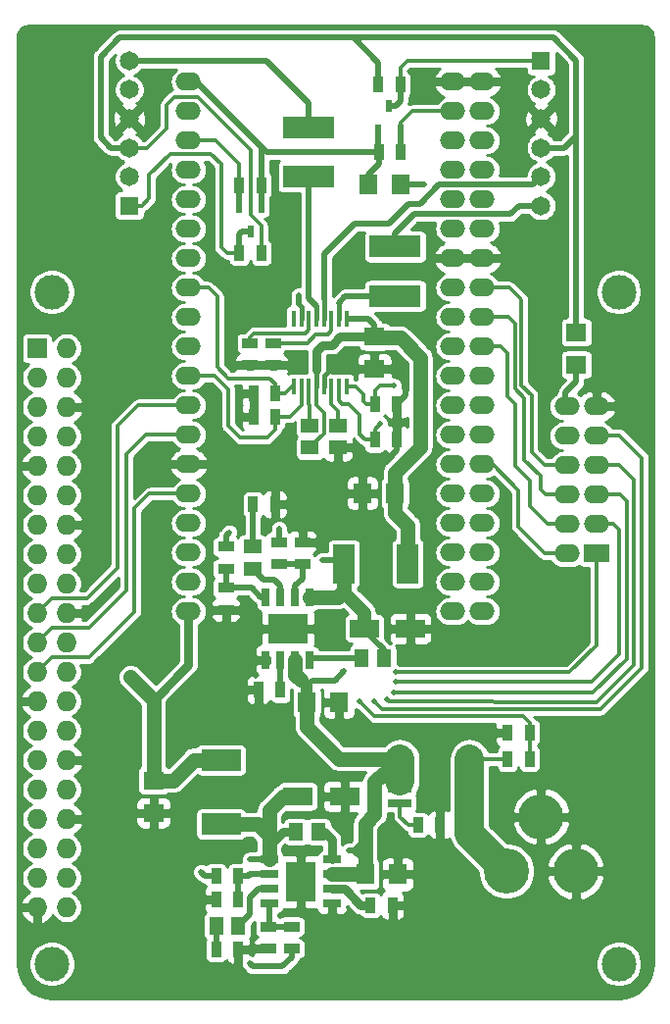
<source format=gbr>
%TF.GenerationSoftware,KiCad,Pcbnew,5.1.10-88a1d61d58~90~ubuntu20.04.1*%
%TF.CreationDate,2021-09-14T14:42:45-03:00*%
%TF.ProjectId,IAuto,49417574-6f2e-46b6-9963-61645f706362,rev?*%
%TF.SameCoordinates,Original*%
%TF.FileFunction,Copper,L1,Top*%
%TF.FilePolarity,Positive*%
%FSLAX46Y46*%
G04 Gerber Fmt 4.6, Leading zero omitted, Abs format (unit mm)*
G04 Created by KiCad (PCBNEW 5.1.10-88a1d61d58~90~ubuntu20.04.1) date 2021-09-14 14:42:45*
%MOMM*%
%LPD*%
G01*
G04 APERTURE LIST*
%TA.AperFunction,ComponentPad*%
%ADD10O,2.199640X1.524000*%
%TD*%
%TA.AperFunction,ComponentPad*%
%ADD11R,1.650000X1.650000*%
%TD*%
%TA.AperFunction,ComponentPad*%
%ADD12C,1.650000*%
%TD*%
%TA.AperFunction,ComponentPad*%
%ADD13R,2.199640X1.524000*%
%TD*%
%TA.AperFunction,SMDPad,CuDef*%
%ADD14R,0.599440X1.000760*%
%TD*%
%TA.AperFunction,SMDPad,CuDef*%
%ADD15R,0.889000X1.397000*%
%TD*%
%TA.AperFunction,ComponentPad*%
%ADD16O,3.900000X3.900000*%
%TD*%
%TA.AperFunction,SMDPad,CuDef*%
%ADD17R,1.600200X1.803400*%
%TD*%
%TA.AperFunction,SMDPad,CuDef*%
%ADD18R,1.803400X1.600200*%
%TD*%
%TA.AperFunction,SMDPad,CuDef*%
%ADD19R,0.450000X1.475000*%
%TD*%
%TA.AperFunction,SMDPad,CuDef*%
%ADD20R,1.850000X3.400000*%
%TD*%
%TA.AperFunction,SMDPad,CuDef*%
%ADD21R,3.400000X1.850000*%
%TD*%
%TA.AperFunction,SMDPad,CuDef*%
%ADD22R,0.700000X1.525000*%
%TD*%
%TA.AperFunction,SMDPad,CuDef*%
%ADD23R,3.450000X2.560000*%
%TD*%
%TA.AperFunction,SMDPad,CuDef*%
%ADD24R,1.525000X0.700000*%
%TD*%
%TA.AperFunction,SMDPad,CuDef*%
%ADD25R,2.560000X3.450000*%
%TD*%
%TA.AperFunction,ComponentPad*%
%ADD26R,1.727200X1.727200*%
%TD*%
%TA.AperFunction,ComponentPad*%
%ADD27O,1.727200X1.727200*%
%TD*%
%TA.AperFunction,ComponentPad*%
%ADD28C,3.000000*%
%TD*%
%TA.AperFunction,SMDPad,CuDef*%
%ADD29R,1.397000X0.889000*%
%TD*%
%TA.AperFunction,SMDPad,CuDef*%
%ADD30R,2.000000X0.711200*%
%TD*%
%TA.AperFunction,SMDPad,CuDef*%
%ADD31R,4.440000X1.900000*%
%TD*%
%TA.AperFunction,SMDPad,CuDef*%
%ADD32R,2.500000X1.620000*%
%TD*%
%TA.AperFunction,SMDPad,CuDef*%
%ADD33R,1.498600X1.300480*%
%TD*%
%TA.AperFunction,SMDPad,CuDef*%
%ADD34R,1.300480X1.498600*%
%TD*%
%TA.AperFunction,ViaPad*%
%ADD35C,0.508000*%
%TD*%
%TA.AperFunction,ViaPad*%
%ADD36C,0.500000*%
%TD*%
%TA.AperFunction,Conductor*%
%ADD37C,0.381000*%
%TD*%
%TA.AperFunction,Conductor*%
%ADD38C,0.508000*%
%TD*%
%TA.AperFunction,Conductor*%
%ADD39C,1.270000*%
%TD*%
%TA.AperFunction,Conductor*%
%ADD40C,1.016000*%
%TD*%
%TA.AperFunction,Conductor*%
%ADD41C,2.540000*%
%TD*%
%TA.AperFunction,Conductor*%
%ADD42C,0.762000*%
%TD*%
%TA.AperFunction,Conductor*%
%ADD43C,1.143000*%
%TD*%
%TA.AperFunction,Conductor*%
%ADD44C,0.304800*%
%TD*%
%TA.AperFunction,Conductor*%
%ADD45C,0.254000*%
%TD*%
%TA.AperFunction,Conductor*%
%ADD46C,0.100000*%
%TD*%
G04 APERTURE END LIST*
D10*
%TO.P,U1,30*%
%TO.N,/Logical Part/GPIO18*%
X162212000Y-64175000D03*
%TO.P,U1,35*%
%TO.N,Net-(U1-Pad35)*%
X162212000Y-51475000D03*
%TO.P,U1,34*%
%TO.N,Net-(U1-Pad34)*%
X162212000Y-54015000D03*
%TO.P,U1,37*%
%TO.N,AO2*%
X162212000Y-46395000D03*
%TO.P,U1,15*%
%TO.N,GND*%
X162212000Y-59095000D03*
%TO.P,U1,31*%
%TO.N,/Logical Part/GPIO19*%
X162212000Y-61635000D03*
%TO.P,U1,36*%
%TO.N,AIN1*%
X162212000Y-48935000D03*
%TO.P,U1,33*%
%TO.N,AIN2*%
X162212000Y-56555000D03*
%TO.P,U1,24*%
%TO.N,/Logical Part/RXD*%
X162212000Y-79415000D03*
%TO.P,U1,29*%
%TO.N,/Logical Part/GPIO5*%
X162212000Y-66715000D03*
%TO.P,U1,28*%
%TO.N,/Logical Part/SDA*%
X162212000Y-69255000D03*
%TO.P,U1,27*%
%TO.N,/Logical Part/SCL*%
X162212000Y-71795000D03*
%TO.P,U1,26*%
%TO.N,/Logical Part/TXD*%
X162212000Y-74335000D03*
%TO.P,U1,25*%
%TO.N,/Logical Part/GPIO0*%
X162212000Y-76875000D03*
%TO.P,U1,38*%
%TO.N,GND*%
X162212000Y-43855000D03*
%TO.P,U1,20*%
%TO.N,Net-(U1-Pad20)*%
X162212000Y-89575000D03*
%TO.P,U1,21*%
%TO.N,Net-(U1-Pad21)*%
X162212000Y-87035000D03*
%TO.P,U1,22*%
%TO.N,Net-(U1-Pad22)*%
X162212000Y-84495000D03*
%TO.P,U1,23*%
%TO.N,/Logical Part/CS*%
X162212000Y-81955000D03*
%TO.P,U1,17*%
%TO.N,N/C*%
X136812000Y-81955000D03*
%TO.P,U1,18*%
X136812000Y-84495000D03*
%TO.P,U1,19*%
X136812000Y-87035000D03*
%TO.P,U1,32*%
%TO.N,+5V*%
X136812000Y-89575000D03*
%TO.P,U1,16*%
%TO.N,/Logical Part/CLK*%
X136812000Y-79415000D03*
%TO.P,U1,9*%
%TO.N,BIN1*%
X136812000Y-61635000D03*
%TO.P,U1,8*%
%TO.N,/Logical Part/GPIO32*%
X136812000Y-59095000D03*
%TO.P,U1,7*%
%TO.N,/Logical Part/GPIO35*%
X136812000Y-56555000D03*
%TO.P,U1,4*%
%TO.N,AO1*%
X136812000Y-48935000D03*
%TO.P,U1,3*%
%TO.N,N/C*%
X136812000Y-46395000D03*
%TO.P,U1,6*%
%TO.N,/Logical Part/GPIO34*%
X136812000Y-54015000D03*
%TO.P,U1,5*%
%TO.N,GPIO39*%
X136812000Y-51475000D03*
%TO.P,U1,2*%
%TO.N,+3V3*%
X136812000Y-43855000D03*
%TO.P,U1,1*%
%TO.N,GND*%
X136812000Y-76875000D03*
%TO.P,U1,14*%
%TO.N,/Logical Part/MISO*%
X136812000Y-74335000D03*
%TO.P,U1,13*%
%TO.N,/Logical Part/MOSI*%
X136812000Y-71795000D03*
%TO.P,U1,12*%
%TO.N,BIN2*%
X136812000Y-69255000D03*
%TO.P,U1,11*%
%TO.N,/Logical Part/GPIO26*%
X136812000Y-66715000D03*
%TO.P,U1,10*%
%TO.N,/Logical Part/GPIO25*%
X136812000Y-64175000D03*
%TO.P,U1,28*%
%TO.N,/Logical Part/SDA*%
X159672000Y-69255000D03*
%TO.P,U1,23*%
%TO.N,/Logical Part/CS*%
X159672000Y-81955000D03*
%TO.P,U1,22*%
%TO.N,Net-(U1-Pad22)*%
X159672000Y-84495000D03*
%TO.P,U1,25*%
%TO.N,/Logical Part/GPIO0*%
X159672000Y-76875000D03*
%TO.P,U1,27*%
%TO.N,/Logical Part/SCL*%
X159672000Y-71795000D03*
%TO.P,U1,29*%
%TO.N,/Logical Part/GPIO5*%
X159672000Y-66715000D03*
%TO.P,U1,21*%
%TO.N,Net-(U1-Pad21)*%
X159672000Y-87035000D03*
%TO.P,U1,20*%
%TO.N,Net-(U1-Pad20)*%
X159672000Y-89575000D03*
%TO.P,U1,33*%
%TO.N,AIN2*%
X159672000Y-56555000D03*
%TO.P,U1,24*%
%TO.N,/Logical Part/RXD*%
X159672000Y-79415000D03*
%TO.P,U1,35*%
%TO.N,Net-(U1-Pad35)*%
X159672000Y-51475000D03*
%TO.P,U1,30*%
%TO.N,/Logical Part/GPIO18*%
X159672000Y-64175000D03*
%TO.P,U1,34*%
%TO.N,Net-(U1-Pad34)*%
X159672000Y-54015000D03*
%TO.P,U1,37*%
%TO.N,AO2*%
X159672000Y-46395000D03*
%TO.P,U1,15*%
%TO.N,GND*%
X159672000Y-59095000D03*
%TO.P,U1,38*%
X159672000Y-43855000D03*
%TO.P,U1,26*%
%TO.N,/Logical Part/TXD*%
X159672000Y-74335000D03*
%TO.P,U1,31*%
%TO.N,/Logical Part/GPIO19*%
X159672000Y-61635000D03*
%TO.P,U1,36*%
%TO.N,AIN1*%
X159672000Y-48935000D03*
%TD*%
D11*
%TO.P,J4,1*%
%TO.N,/Power Part/A1*%
X131700000Y-54550000D03*
D12*
%TO.P,J4,2*%
%TO.N,N/C*%
X131700000Y-52050000D03*
%TO.P,J4,3*%
%TO.N,+5V*%
X131700000Y-49550000D03*
%TO.P,J4,4*%
%TO.N,GND*%
X131700000Y-47050000D03*
%TO.P,J4,5*%
%TO.N,/Power Part/BOUT1*%
X131700000Y-44550000D03*
%TO.P,J4,6*%
%TO.N,Net-(F3-Pad2)*%
X131700000Y-42050000D03*
%TD*%
D10*
%TO.P,P2,6*%
%TO.N,/Logical Part/GPIO18*%
X169545000Y-79502000D03*
%TO.P,P2,10*%
%TO.N,/Logical Part/F+3.3V*%
X169545000Y-74422000D03*
%TO.P,P2,9*%
%TO.N,/Logical Part/GPIO34*%
X172085000Y-74422000D03*
%TO.P,P2,11*%
%TO.N,GND*%
X172085000Y-71882000D03*
%TO.P,P2,4*%
%TO.N,/Logical Part/GPIO5*%
X169545000Y-82042000D03*
%TO.P,P2,8*%
%TO.N,/Logical Part/GPIO19*%
X169545000Y-76962000D03*
D13*
%TO.P,P2,1*%
%TO.N,/Logical Part/GPIO25*%
X172085000Y-84582000D03*
D10*
%TO.P,P2,3*%
%TO.N,/Logical Part/GPIO26*%
X172085000Y-82042000D03*
%TO.P,P2,12*%
%TO.N,+5VF*%
X169545000Y-71882000D03*
%TO.P,P2,2*%
%TO.N,/Logical Part/GPIO0*%
X169545000Y-84582000D03*
%TO.P,P2,7*%
%TO.N,/Logical Part/GPIO35*%
X172085000Y-76962000D03*
%TO.P,P2,5*%
%TO.N,/Logical Part/GPIO32*%
X172085000Y-79502000D03*
%TD*%
D14*
%TO.P,Q3,3*%
%TO.N,AO1*%
X141209900Y-54665360D03*
%TO.P,Q3,2*%
%TO.N,/Power Part/A1*%
X142162400Y-56778640D03*
%TO.P,Q3,1*%
%TO.N,+3V3*%
X143114900Y-54665360D03*
%TD*%
D15*
%TO.P,R17,2*%
%TO.N,AO1*%
X141209900Y-52801000D03*
%TO.P,R17,1*%
%TO.N,+3V3*%
X143114900Y-52801000D03*
%TD*%
%TO.P,R19,2*%
%TO.N,/Power Part/A1*%
X141209900Y-58643000D03*
%TO.P,R19,1*%
%TO.N,+5V*%
X143114900Y-58643000D03*
%TD*%
D16*
%TO.P,J1,1*%
%TO.N,+BATT*%
X164300000Y-112000000D03*
%TO.P,J1,3*%
%TO.N,GND*%
X167300000Y-107300000D03*
%TO.P,J1,2*%
X170300000Y-112000000D03*
%TD*%
D15*
%TO.P,R29,2*%
%TO.N,GND*%
X154825700Y-74777600D03*
%TO.P,R29,1*%
%TO.N,AIN2*%
X152920700Y-74777600D03*
%TD*%
%TO.P,R28,2*%
%TO.N,GND*%
X142422500Y-70800000D03*
%TO.P,R28,1*%
%TO.N,BIN1*%
X144327500Y-70800000D03*
%TD*%
%TO.P,R27,2*%
%TO.N,GND*%
X154827500Y-71700000D03*
%TO.P,R27,1*%
%TO.N,AIN1*%
X152922500Y-71700000D03*
%TD*%
%TO.P,R26,2*%
%TO.N,GND*%
X142422500Y-72750000D03*
%TO.P,R26,1*%
%TO.N,BIN2*%
X144327500Y-72750000D03*
%TD*%
D17*
%TO.P,C8,2*%
%TO.N,/Power Part/VM*%
X154651000Y-79363000D03*
%TO.P,C8,1*%
%TO.N,GND*%
X151857000Y-79363000D03*
%TD*%
D18*
%TO.P,C7,2*%
%TO.N,+5V*%
X133781800Y-104165400D03*
%TO.P,C7,1*%
%TO.N,GND*%
X133781800Y-106959400D03*
%TD*%
D17*
%TO.P,C2,2*%
%TO.N,/Power Part/OUT_BAT*%
X147031000Y-97397000D03*
%TO.P,C2,1*%
%TO.N,GND*%
X149825000Y-97397000D03*
%TD*%
%TO.P,C1,2*%
%TO.N,/Power Part/OUT_BAT*%
X152097000Y-112285000D03*
%TO.P,C1,1*%
%TO.N,GND*%
X154891000Y-112285000D03*
%TD*%
D11*
%TO.P,J5,1*%
%TO.N,/Power Part/A2*%
X167300000Y-42050000D03*
D12*
%TO.P,J5,2*%
%TO.N,N/C*%
X167300000Y-44550000D03*
%TO.P,J5,3*%
%TO.N,GND*%
X167300000Y-47050000D03*
%TO.P,J5,4*%
%TO.N,+5V*%
X167300000Y-49550000D03*
%TO.P,J5,5*%
%TO.N,/Power Part/AOUT2*%
X167300000Y-52050000D03*
%TO.P,J5,6*%
%TO.N,Net-(F4-Pad2)*%
X167300000Y-54550000D03*
%TD*%
D19*
%TO.P,U4,1*%
%TO.N,/Power Part/VM*%
X150475000Y-64318000D03*
%TO.P,U4,8*%
%TO.N,N/C*%
X145925000Y-64318000D03*
%TO.P,U4,15*%
%TO.N,AIN2*%
X149825000Y-70194000D03*
%TO.P,U4,10*%
%TO.N,BIN2*%
X146575000Y-70194000D03*
%TO.P,U4,7*%
%TO.N,/Power Part/BOUT1*%
X146575000Y-64318000D03*
%TO.P,U4,2*%
%TO.N,/Power Part/AOUT1*%
X149825000Y-64318000D03*
%TO.P,U4,13*%
%TO.N,GND*%
X148525000Y-70194000D03*
%TO.P,U4,16*%
%TO.N,AIN1*%
X150475000Y-70194000D03*
%TO.P,U4,9*%
%TO.N,BIN1*%
X145925000Y-70194000D03*
%TO.P,U4,6*%
%TO.N,Net-(R25-Pad1)*%
X147225000Y-64318000D03*
%TO.P,U4,5*%
%TO.N,/Power Part/BOUT2*%
X147875000Y-64318000D03*
%TO.P,U4,4*%
%TO.N,/Power Part/AOUT2*%
X148525000Y-64318000D03*
%TO.P,U4,14*%
%TO.N,Net-(C11-Pad2)*%
X149175000Y-70194000D03*
%TO.P,U4,11*%
%TO.N,Net-(C10-Pad2)*%
X147225000Y-70194000D03*
%TO.P,U4,12*%
%TO.N,/Power Part/VM*%
X147875000Y-70194000D03*
%TO.P,U4,3*%
%TO.N,Net-(R24-Pad1)*%
X149175000Y-64318000D03*
%TD*%
D20*
%TO.P,J3,1*%
%TO.N,/Power Part/VM*%
X155775000Y-85459000D03*
%TO.P,J3,2*%
%TO.N,Net-(C6-Pad2)*%
X150225000Y-85459000D03*
%TD*%
D21*
%TO.P,J2,1*%
%TO.N,+5V*%
X139625600Y-102398000D03*
%TO.P,J2,2*%
%TO.N,Net-(C5-Pad2)*%
X139625600Y-107948000D03*
%TD*%
D22*
%TO.P,U3,6*%
%TO.N,Net-(R8-Pad1)*%
X144770400Y-93759000D03*
%TO.P,U3,7*%
%TO.N,/Power Part/OUT_BAT*%
X146040400Y-93759000D03*
%TO.P,U3,5*%
%TO.N,GND*%
X143500400Y-93759000D03*
%TO.P,U3,4*%
%TO.N,Net-(R10-Pad1)*%
X143500400Y-88335000D03*
D23*
%TO.P,U3,9*%
%TO.N,GND*%
X145405400Y-91047000D03*
D22*
%TO.P,U3,1*%
%TO.N,Net-(C6-Pad2)*%
X147310400Y-88335000D03*
%TO.P,U3,3*%
%TO.N,Net-(C4-Pad2)*%
X144770400Y-88335000D03*
%TO.P,U3,2*%
%TO.N,Net-(R5-Pad2)*%
X146040400Y-88335000D03*
%TO.P,U3,8*%
%TO.N,Net-(C6-Pad1)*%
X147310400Y-93759000D03*
%TD*%
D24*
%TO.P,U2,6*%
%TO.N,Net-(R7-Pad1)*%
X149221000Y-113555000D03*
%TO.P,U2,7*%
%TO.N,/Power Part/OUT_BAT*%
X149221000Y-112285000D03*
%TO.P,U2,5*%
%TO.N,GND*%
X149221000Y-114825000D03*
%TO.P,U2,4*%
%TO.N,Net-(R11-Pad2)*%
X143797000Y-114825000D03*
D25*
%TO.P,U2,9*%
%TO.N,GND*%
X146509000Y-112920000D03*
D24*
%TO.P,U2,1*%
%TO.N,Net-(C5-Pad2)*%
X143797000Y-111015000D03*
%TO.P,U2,3*%
%TO.N,Net-(C3-Pad2)*%
X143797000Y-113555000D03*
%TO.P,U2,2*%
%TO.N,Net-(R3-Pad2)*%
X143797000Y-112285000D03*
%TO.P,U2,8*%
%TO.N,Net-(C5-Pad1)*%
X149221000Y-111015000D03*
%TD*%
D26*
%TO.P,P1,1*%
%TO.N,N/C*%
X123730000Y-66870000D03*
D27*
%TO.P,P1,2*%
%TO.N,+5V*%
X126270000Y-66870000D03*
%TO.P,P1,3*%
%TO.N,/Logical Part/SDA*%
X123730000Y-69410000D03*
%TO.P,P1,4*%
%TO.N,+5V*%
X126270000Y-69410000D03*
%TO.P,P1,5*%
%TO.N,/Logical Part/SCL*%
X123730000Y-71950000D03*
%TO.P,P1,6*%
%TO.N,GND*%
X126270000Y-71950000D03*
%TO.P,P1,7*%
%TO.N,N/C*%
X123730000Y-74490000D03*
%TO.P,P1,8*%
%TO.N,/Logical Part/TXD*%
X126270000Y-74490000D03*
%TO.P,P1,9*%
%TO.N,GND*%
X123730000Y-77030000D03*
%TO.P,P1,10*%
%TO.N,/Logical Part/RXD*%
X126270000Y-77030000D03*
%TO.P,P1,11*%
%TO.N,N/C*%
X123730000Y-79570000D03*
%TO.P,P1,12*%
X126270000Y-79570000D03*
%TO.P,P1,13*%
X123730000Y-82110000D03*
%TO.P,P1,14*%
%TO.N,GND*%
X126270000Y-82110000D03*
%TO.P,P1,15*%
%TO.N,N/C*%
X123730000Y-84650000D03*
%TO.P,P1,16*%
X126270000Y-84650000D03*
%TO.P,P1,17*%
X123730000Y-87190000D03*
%TO.P,P1,18*%
X126270000Y-87190000D03*
%TO.P,P1,19*%
%TO.N,/Logical Part/MOSI*%
X123730000Y-89730000D03*
%TO.P,P1,20*%
%TO.N,GND*%
X126270000Y-89730000D03*
%TO.P,P1,21*%
%TO.N,/Logical Part/MISO*%
X123730000Y-92270000D03*
%TO.P,P1,22*%
%TO.N,N/C*%
X126270000Y-92270000D03*
%TO.P,P1,23*%
%TO.N,/Logical Part/CLK*%
X123730000Y-94810000D03*
%TO.P,P1,24*%
%TO.N,/Logical Part/CS*%
X126270000Y-94810000D03*
%TO.P,P1,25*%
%TO.N,GND*%
X123730000Y-97350000D03*
%TO.P,P1,26*%
%TO.N,N/C*%
X126270000Y-97350000D03*
%TO.P,P1,27*%
X123730000Y-99890000D03*
%TO.P,P1,28*%
X126270000Y-99890000D03*
%TO.P,P1,29*%
X123730000Y-102430000D03*
%TO.P,P1,30*%
%TO.N,GND*%
X126270000Y-102430000D03*
%TO.P,P1,31*%
%TO.N,N/C*%
X123730000Y-104970000D03*
%TO.P,P1,32*%
X126270000Y-104970000D03*
%TO.P,P1,33*%
X123730000Y-107510000D03*
%TO.P,P1,34*%
%TO.N,GND*%
X126270000Y-107510000D03*
%TO.P,P1,35*%
%TO.N,N/C*%
X123730000Y-110050000D03*
%TO.P,P1,36*%
X126270000Y-110050000D03*
%TO.P,P1,37*%
X123730000Y-112590000D03*
%TO.P,P1,38*%
X126270000Y-112590000D03*
%TO.P,P1,39*%
%TO.N,GND*%
X123730000Y-115130000D03*
%TO.P,P1,40*%
%TO.N,N/C*%
X126270000Y-115130000D03*
%TD*%
D28*
%TO.P,J9,1*%
%TO.N,N/C*%
X174000000Y-120000000D03*
%TD*%
%TO.P,J8,1*%
%TO.N,N/C*%
X125000000Y-120000000D03*
%TD*%
%TO.P,J7,1*%
%TO.N,N/C*%
X125000000Y-62000000D03*
%TD*%
%TO.P,J6,1*%
%TO.N,N/C*%
X174000000Y-62000000D03*
%TD*%
D29*
%TO.P,R25,2*%
%TO.N,GND*%
X142104000Y-68335500D03*
%TO.P,R25,1*%
%TO.N,Net-(R25-Pad1)*%
X142104000Y-66430500D03*
%TD*%
%TO.P,R24,2*%
%TO.N,GND*%
X144136000Y-68335500D03*
%TO.P,R24,1*%
%TO.N,Net-(R24-Pad1)*%
X144136000Y-66430500D03*
%TD*%
D15*
%TO.P,R23,2*%
%TO.N,/Power Part/A2*%
X155114500Y-44092000D03*
%TO.P,R23,1*%
%TO.N,+5V*%
X153209500Y-44092000D03*
%TD*%
%TO.P,R21,2*%
%TO.N,AO2*%
X155178000Y-49934000D03*
%TO.P,R21,1*%
%TO.N,+3V3*%
X153273000Y-49934000D03*
%TD*%
%TO.P,R15,2*%
%TO.N,GND*%
X158552500Y-108000000D03*
%TO.P,R15,1*%
%TO.N,Net-(Q1-Pad4)*%
X156647500Y-108000000D03*
%TD*%
%TO.P,R14,2*%
%TO.N,GND*%
X144302500Y-80350000D03*
%TO.P,R14,1*%
%TO.N,Net-(C4-Pad1)*%
X142397500Y-80350000D03*
%TD*%
%TO.P,R13,2*%
%TO.N,GND*%
X141111500Y-118762000D03*
%TO.P,R13,1*%
%TO.N,Net-(C3-Pad1)*%
X139206500Y-118762000D03*
%TD*%
D29*
%TO.P,R12,2*%
%TO.N,Net-(R10-Pad1)*%
X140046000Y-85903500D03*
%TO.P,R12,1*%
%TO.N,Net-(C6-Pad2)*%
X140046000Y-83998500D03*
%TD*%
%TO.P,R11,2*%
%TO.N,Net-(R11-Pad2)*%
X145747000Y-116793500D03*
%TO.P,R11,1*%
%TO.N,Net-(C5-Pad2)*%
X145747000Y-118698500D03*
%TD*%
%TO.P,R10,2*%
%TO.N,GND*%
X140046000Y-89459500D03*
%TO.P,R10,1*%
%TO.N,Net-(R10-Pad1)*%
X140046000Y-87554500D03*
%TD*%
%TO.P,R9,2*%
%TO.N,GND*%
X143715000Y-118698500D03*
%TO.P,R9,1*%
%TO.N,Net-(R11-Pad2)*%
X143715000Y-116793500D03*
%TD*%
D15*
%TO.P,R8,2*%
%TO.N,GND*%
X142849600Y-96367600D03*
%TO.P,R8,1*%
%TO.N,Net-(R8-Pad1)*%
X144754600Y-96367600D03*
%TD*%
%TO.P,R7,2*%
%TO.N,GND*%
X154446500Y-114952000D03*
%TO.P,R7,1*%
%TO.N,Net-(R7-Pad1)*%
X152541500Y-114952000D03*
%TD*%
D29*
%TO.P,R6,2*%
%TO.N,GND*%
X146650000Y-83598500D03*
%TO.P,R6,1*%
%TO.N,Net-(R5-Pad2)*%
X146650000Y-85503500D03*
%TD*%
%TO.P,R5,2*%
%TO.N,Net-(R5-Pad2)*%
X144618000Y-85503500D03*
%TO.P,R5,1*%
%TO.N,/Power Part/OUT_BAT*%
X144618000Y-83598500D03*
%TD*%
D15*
%TO.P,R4,2*%
%TO.N,GND*%
X139206500Y-114444000D03*
%TO.P,R4,1*%
%TO.N,Net-(R3-Pad2)*%
X141111500Y-114444000D03*
%TD*%
%TO.P,R3,2*%
%TO.N,Net-(R3-Pad2)*%
X141111500Y-112412000D03*
%TO.P,R3,1*%
%TO.N,/Power Part/OUT_BAT*%
X139206500Y-112412000D03*
%TD*%
%TO.P,R2,2*%
%TO.N,GND*%
X164388500Y-100029000D03*
%TO.P,R2,1*%
%TO.N,GPIO39*%
X166293500Y-100029000D03*
%TD*%
%TO.P,R1,2*%
%TO.N,GPIO39*%
X166293500Y-102315000D03*
%TO.P,R1,1*%
%TO.N,+BATT*%
X164388500Y-102315000D03*
%TD*%
D14*
%TO.P,Q5,3*%
%TO.N,AO2*%
X155114500Y-48069640D03*
%TO.P,Q5,2*%
%TO.N,/Power Part/A2*%
X154162000Y-45956360D03*
%TO.P,Q5,1*%
%TO.N,+3V3*%
X153209500Y-48069640D03*
%TD*%
D30*
%TO.P,Q1,8*%
%TO.N,+BATT*%
X161100000Y-102305000D03*
%TO.P,Q1,7*%
X161100000Y-103575000D03*
%TO.P,Q1,6*%
X161100000Y-104845000D03*
%TO.P,Q1,5*%
X161100000Y-106115000D03*
%TO.P,Q1,4*%
%TO.N,Net-(Q1-Pad4)*%
X155100000Y-106115000D03*
%TO.P,Q1,3*%
%TO.N,/Power Part/OUT_BAT*%
X155100000Y-104845000D03*
%TO.P,Q1,2*%
X155100000Y-103575000D03*
%TO.P,Q1,1*%
X155100000Y-102305000D03*
%TD*%
D31*
%TO.P,F4,1*%
%TO.N,/Power Part/AOUT1*%
X154686000Y-62348400D03*
%TO.P,F4,2*%
%TO.N,Net-(F4-Pad2)*%
X154686000Y-58098400D03*
%TD*%
%TO.P,F3,1*%
%TO.N,/Power Part/BOUT2*%
X147193000Y-52061400D03*
%TO.P,F3,2*%
%TO.N,Net-(F3-Pad2)*%
X147193000Y-47811400D03*
%TD*%
D18*
%TO.P,F2,2*%
%TO.N,+5VF*%
X170350000Y-68294000D03*
%TO.P,F2,1*%
%TO.N,+5V*%
X170350000Y-65500000D03*
%TD*%
D17*
%TO.P,F1,2*%
%TO.N,+3V3*%
X152323800Y-52705000D03*
%TO.P,F1,1*%
%TO.N,/Logical Part/F+3.3V*%
X155117800Y-52705000D03*
%TD*%
D32*
%TO.P,D2,2*%
%TO.N,Net-(C6-Pad2)*%
X152016000Y-91047000D03*
%TO.P,D2,1*%
%TO.N,GND*%
X156016000Y-91047000D03*
%TD*%
%TO.P,D1,2*%
%TO.N,Net-(C5-Pad2)*%
X146287000Y-105554000D03*
%TO.P,D1,1*%
%TO.N,GND*%
X150287000Y-105554000D03*
%TD*%
D33*
%TO.P,C11,2*%
%TO.N,Net-(C11-Pad2)*%
X149724000Y-73542500D03*
%TO.P,C11,1*%
%TO.N,GND*%
X149724000Y-75447500D03*
%TD*%
%TO.P,C10,2*%
%TO.N,Net-(C10-Pad2)*%
X147311000Y-73542500D03*
%TO.P,C10,1*%
%TO.N,/Power Part/VM*%
X147311000Y-75447500D03*
%TD*%
D18*
%TO.P,C9,2*%
%TO.N,GND*%
X152899000Y-68653000D03*
%TO.P,C9,1*%
%TO.N,/Power Part/VM*%
X152899000Y-65859000D03*
%TD*%
D34*
%TO.P,C6,2*%
%TO.N,Net-(C6-Pad2)*%
X153698500Y-93587000D03*
%TO.P,C6,1*%
%TO.N,Net-(C6-Pad1)*%
X151793500Y-93587000D03*
%TD*%
%TO.P,C5,2*%
%TO.N,Net-(C5-Pad2)*%
X146128000Y-108602000D03*
%TO.P,C5,1*%
%TO.N,Net-(C5-Pad1)*%
X148033000Y-108602000D03*
%TD*%
D33*
%TO.P,C4,2*%
%TO.N,Net-(C4-Pad2)*%
X142332000Y-85903500D03*
%TO.P,C4,1*%
%TO.N,Net-(C4-Pad1)*%
X142332000Y-83998500D03*
%TD*%
D34*
%TO.P,C3,2*%
%TO.N,Net-(C3-Pad2)*%
X141111500Y-116730000D03*
%TO.P,C3,1*%
%TO.N,Net-(C3-Pad1)*%
X139206500Y-116730000D03*
%TD*%
D35*
%TO.N,GND*%
X145775400Y-91738000D03*
X146475400Y-91738000D03*
X145075400Y-91738000D03*
X146475400Y-91038000D03*
X144375400Y-91738000D03*
X147200000Y-113950000D03*
X146500000Y-113950000D03*
X145800000Y-113950000D03*
X145800000Y-113250000D03*
X146500000Y-113250000D03*
X147200000Y-113250000D03*
X145800000Y-112550000D03*
X146500000Y-112550000D03*
X147200000Y-112550000D03*
X146500000Y-111850000D03*
X145800000Y-111850000D03*
X147200000Y-111850000D03*
X149150000Y-116700000D03*
X149150000Y-117400000D03*
X149150000Y-118100000D03*
X148450000Y-117450000D03*
X148450000Y-118100000D03*
X147750000Y-117450000D03*
X147750000Y-118100000D03*
X148450000Y-118800000D03*
X147750000Y-118800000D03*
X147750000Y-116700000D03*
X148450000Y-116700000D03*
X149150000Y-118800000D03*
X144375400Y-91038000D03*
X146475400Y-90338000D03*
X145775400Y-91038000D03*
X145075400Y-91038000D03*
X145775400Y-90338000D03*
X145075400Y-90338000D03*
X144375400Y-90338000D03*
D36*
X147900000Y-78600000D03*
X148650000Y-78600000D03*
X148650000Y-77900000D03*
X147900000Y-77900000D03*
D35*
X141350000Y-62400000D03*
X142050000Y-62400000D03*
X142050000Y-63100000D03*
X141350000Y-63100000D03*
X141150000Y-72750000D03*
X141150000Y-70850000D03*
%TO.N,/Power Part/OUT_BAT*%
X137890000Y-112060000D03*
X150670000Y-110200000D03*
X144650000Y-82450000D03*
X150242547Y-94743547D03*
%TO.N,Net-(C5-Pad2)*%
X142090000Y-111010000D03*
X142090000Y-119970000D03*
%TO.N,Net-(C6-Pad2)*%
X140350000Y-82750000D03*
X148350000Y-85150000D03*
%TO.N,+5V*%
X131800600Y-95250000D03*
%TO.N,/Logical Part/F+3.3V*%
X157200600Y-52705000D03*
%TO.N,/Power Part/BOUT1*%
X146329400Y-62280800D03*
D36*
%TO.N,/Logical Part/GPIO26*%
X154711400Y-95656400D03*
D35*
%TO.N,AIN2*%
X153390600Y-73406000D03*
%TO.N,AIN1*%
X154584400Y-70104000D03*
%TO.N,/Logical Part/GPIO32*%
X154533600Y-96570800D03*
D36*
%TO.N,/Logical Part/GPIO25*%
X154711400Y-94843600D03*
%TO.N,/Logical Part/GPIO35*%
X153974800Y-97205800D03*
%TO.N,/Logical Part/GPIO34*%
X152882600Y-97332800D03*
%TO.N,GPIO39*%
X151600000Y-97350000D03*
%TD*%
D37*
%TO.N,GND*%
X148525000Y-70194000D02*
X148525000Y-69229200D01*
X149101200Y-68653000D02*
X152899000Y-68653000D01*
X148525000Y-69229200D02*
X149101200Y-68653000D01*
D38*
X155575000Y-70952500D02*
X154827500Y-71700000D01*
X155575000Y-70231000D02*
X155575000Y-70952500D01*
X154825700Y-74777600D02*
X154825700Y-75628500D01*
X154825700Y-75628500D02*
X153035000Y-77419200D01*
X153035000Y-77419200D02*
X152171400Y-77419200D01*
X151857000Y-77733600D02*
X151857000Y-79363000D01*
X152171400Y-77419200D02*
X151857000Y-77733600D01*
%TO.N,/Power Part/OUT_BAT*%
X138242000Y-112412000D02*
X137890000Y-112060000D01*
X139206500Y-112412000D02*
X138242000Y-112412000D01*
X152050000Y-110200000D02*
X152097000Y-110153000D01*
D39*
X152097000Y-109283000D02*
X152097000Y-110153000D01*
D38*
X151190000Y-110190000D02*
X152097000Y-109283000D01*
X151190000Y-110200000D02*
X151190000Y-110190000D01*
X150670000Y-110200000D02*
X151190000Y-110200000D01*
X151190000Y-110200000D02*
X152050000Y-110200000D01*
X151190000Y-110200000D02*
X151190000Y-110270000D01*
X151190000Y-110270000D02*
X152097000Y-111177000D01*
X152097000Y-111177000D02*
X152097000Y-111377000D01*
D39*
X152097000Y-111377000D02*
X152097000Y-112285000D01*
X152097000Y-110153000D02*
X152097000Y-111377000D01*
D40*
X147031000Y-97397000D02*
X147031000Y-96031000D01*
X147031000Y-96031000D02*
X146523000Y-95523000D01*
D38*
X144618000Y-82482000D02*
X144650000Y-82450000D01*
X144618000Y-83598500D02*
X144618000Y-82482000D01*
D39*
X155100000Y-102305000D02*
X149805000Y-102305000D01*
X147031000Y-99531000D02*
X147031000Y-97397000D01*
X149805000Y-102305000D02*
X147031000Y-99531000D01*
X154912798Y-103575000D02*
X155100000Y-103575000D01*
X153625000Y-103575000D02*
X155100000Y-103575000D01*
X152900000Y-104300000D02*
X153625000Y-103575000D01*
X152900000Y-107100000D02*
X152900000Y-104300000D01*
X152097000Y-107903000D02*
X152900000Y-107100000D01*
X152097000Y-109283000D02*
X152097000Y-107903000D01*
X149221000Y-112285000D02*
X152097000Y-112285000D01*
D38*
X147512000Y-95550000D02*
X147031000Y-96031000D01*
X149450000Y-95550000D02*
X147512000Y-95550000D01*
X150242547Y-94743547D02*
X149450000Y-95550000D01*
D41*
X155100000Y-102305000D02*
X155100000Y-104234000D01*
D39*
X146040400Y-95040400D02*
X146523000Y-95523000D01*
X146040400Y-93759000D02*
X146040400Y-95040400D01*
D38*
%TO.N,Net-(C3-Pad2)*%
X143797000Y-113555000D02*
X142855000Y-113555000D01*
X142114801Y-115726699D02*
X141111500Y-116730000D01*
X142114801Y-114295199D02*
X142114801Y-115726699D01*
X142855000Y-113555000D02*
X142114801Y-114295199D01*
%TO.N,Net-(C3-Pad1)*%
X139206500Y-116730000D02*
X139206500Y-118762000D01*
%TO.N,Net-(C4-Pad2)*%
X143278500Y-86850000D02*
X142332000Y-85903500D01*
X143278500Y-86850000D02*
X144254000Y-86850000D01*
X144770400Y-87366400D02*
X144770400Y-88335000D01*
X144254000Y-86850000D02*
X144770400Y-87366400D01*
%TO.N,Net-(C4-Pad1)*%
X142332000Y-80415500D02*
X142397500Y-80350000D01*
X142332000Y-83998500D02*
X142332000Y-80415500D01*
D42*
%TO.N,Net-(C5-Pad2)*%
X145012000Y-108602000D02*
X143797000Y-109817000D01*
X146128000Y-108602000D02*
X145012000Y-108602000D01*
D38*
X142095000Y-111015000D02*
X142090000Y-111010000D01*
X143797000Y-111015000D02*
X142095000Y-111015000D01*
X142090000Y-119970000D02*
X142350000Y-120230000D01*
X142350000Y-120230000D02*
X144950000Y-120230000D01*
X145747000Y-119433000D02*
X145747000Y-118698500D01*
X144950000Y-120230000D02*
X145747000Y-119433000D01*
D39*
X143797000Y-109817000D02*
X143797000Y-111015000D01*
X143797000Y-109817000D02*
X143797000Y-108948200D01*
X142796800Y-107948000D02*
X139625600Y-107948000D01*
X143797000Y-108948200D02*
X142796800Y-107948000D01*
X146287000Y-105554000D02*
X144991600Y-105554000D01*
X143797000Y-106748600D02*
X143797000Y-108948200D01*
X144991600Y-105554000D02*
X143797000Y-106748600D01*
D42*
%TO.N,Net-(C5-Pad1)*%
X149221000Y-111015000D02*
X149221000Y-109291000D01*
X148532000Y-108602000D02*
X148033000Y-108602000D01*
X149221000Y-109291000D02*
X148532000Y-108602000D01*
D43*
%TO.N,Net-(C6-Pad2)*%
X152016000Y-91047000D02*
X152016000Y-89716000D01*
X152016000Y-89716000D02*
X150700000Y-88400000D01*
X150700000Y-88400000D02*
X150200000Y-87900000D01*
X150635000Y-88335000D02*
X150700000Y-88400000D01*
D38*
X153698500Y-93587000D02*
X153698500Y-92898500D01*
X152016000Y-91216000D02*
X152016000Y-91047000D01*
X153698500Y-92898500D02*
X152016000Y-91216000D01*
X140046000Y-83054000D02*
X140350000Y-82750000D01*
X140046000Y-83998500D02*
X140046000Y-83054000D01*
X149916000Y-85150000D02*
X150225000Y-85459000D01*
X148350000Y-85150000D02*
X148350000Y-85150000D01*
D39*
X149765000Y-88335000D02*
X150200000Y-87900000D01*
X150225000Y-87875000D02*
X150200000Y-87900000D01*
X150225000Y-85459000D02*
X150225000Y-87875000D01*
D38*
X148350000Y-85150000D02*
X149916000Y-85150000D01*
D39*
X147310400Y-88335000D02*
X149765000Y-88335000D01*
D38*
%TO.N,Net-(C6-Pad1)*%
X151621500Y-93759000D02*
X151793500Y-93587000D01*
X147482400Y-93587000D02*
X147310400Y-93759000D01*
X151793500Y-93587000D02*
X147482400Y-93587000D01*
D39*
%TO.N,+5V*%
X133781800Y-104165400D02*
X135509000Y-104165400D01*
X137276400Y-102398000D02*
X139625600Y-102398000D01*
X135509000Y-104165400D02*
X137276400Y-102398000D01*
X133781800Y-97231200D02*
X131800600Y-95250000D01*
X133781800Y-104165400D02*
X133781800Y-97231200D01*
D42*
X136812000Y-94201000D02*
X136812000Y-89575000D01*
X133781800Y-97231200D02*
X136812000Y-94201000D01*
D44*
X133228400Y-49550000D02*
X131700000Y-49550000D01*
X134899400Y-45872400D02*
X134899400Y-47879000D01*
X137591800Y-45161200D02*
X135610600Y-45161200D01*
X134899400Y-47879000D02*
X133228400Y-49550000D01*
X142163800Y-55346600D02*
X142163800Y-49733200D01*
X135610600Y-45161200D02*
X134899400Y-45872400D01*
X143114900Y-56297700D02*
X142163800Y-55346600D01*
X142163800Y-49733200D02*
X137591800Y-45161200D01*
X143114900Y-58643000D02*
X143114900Y-56297700D01*
D38*
X131700000Y-49550000D02*
X130093400Y-49550000D01*
X130093400Y-49550000D02*
X129209800Y-48666400D01*
X129209800Y-48666400D02*
X129209800Y-41706800D01*
X129209800Y-41706800D02*
X130860800Y-40055800D01*
X130860800Y-40055800D02*
X151079200Y-40055800D01*
X153209500Y-42186100D02*
X153209500Y-44092000D01*
X151079200Y-40055800D02*
X153209500Y-42186100D01*
X169296400Y-49550000D02*
X167300000Y-49550000D01*
X170281600Y-48564800D02*
X169296400Y-49550000D01*
X168376600Y-40055800D02*
X151079200Y-40055800D01*
X170350000Y-42029200D02*
X168376600Y-40055800D01*
X170350000Y-65500000D02*
X170350000Y-42029200D01*
D44*
%TO.N,/Power Part/VM*%
X147311000Y-75447500D02*
X148525000Y-74233500D01*
X148525000Y-74233500D02*
X148525000Y-72450000D01*
X147875000Y-71800000D02*
X147875000Y-70194000D01*
X148525000Y-72450000D02*
X147875000Y-71800000D01*
D40*
X154651000Y-79363000D02*
X154651000Y-79312198D01*
D39*
X154651000Y-79363000D02*
X154651000Y-81051000D01*
X155775000Y-82175000D02*
X155775000Y-85459000D01*
X154651000Y-81051000D02*
X155775000Y-82175000D01*
X152990000Y-65950000D02*
X152899000Y-65859000D01*
X155125000Y-65950000D02*
X152990000Y-65950000D01*
X156850000Y-67675000D02*
X155125000Y-65950000D01*
X156850000Y-75400000D02*
X156850000Y-67675000D01*
X154651000Y-77599000D02*
X156850000Y-75400000D01*
X154651000Y-79363000D02*
X154651000Y-77599000D01*
D37*
X147878800Y-70190200D02*
X147875000Y-70194000D01*
X147878800Y-68732400D02*
X147878800Y-70190200D01*
X150475000Y-64318000D02*
X150591400Y-64318000D01*
D38*
X152899000Y-64862600D02*
X152899000Y-65859000D01*
X152354400Y-64318000D02*
X152899000Y-64862600D01*
X150591400Y-64318000D02*
X152354400Y-64318000D01*
D42*
X147878800Y-67081400D02*
X147878800Y-68732400D01*
X148361400Y-66598800D02*
X147878800Y-67081400D01*
X149199600Y-66598800D02*
X148361400Y-66598800D01*
X149939400Y-65859000D02*
X149199600Y-66598800D01*
X152899000Y-65859000D02*
X149939400Y-65859000D01*
D44*
%TO.N,Net-(C10-Pad2)*%
X147311000Y-73542500D02*
X147311000Y-71736000D01*
X147225000Y-71650000D02*
X147225000Y-70194000D01*
X147311000Y-71736000D02*
X147225000Y-71650000D01*
%TO.N,Net-(C11-Pad2)*%
X149175000Y-70194000D02*
X149175000Y-71700000D01*
X149724000Y-72249000D02*
X149724000Y-73542500D01*
X149175000Y-71700000D02*
X149724000Y-72249000D01*
D38*
%TO.N,/Logical Part/F+3.3V*%
X155117800Y-52705000D02*
X157200600Y-52705000D01*
D37*
%TO.N,/Power Part/AOUT1*%
X149834600Y-64308400D02*
X149825000Y-64318000D01*
X149834600Y-62941200D02*
X149834600Y-64308400D01*
D38*
X154626600Y-62407800D02*
X154686000Y-62348400D01*
X150368000Y-62407800D02*
X154626600Y-62407800D01*
X149834600Y-62941200D02*
X150368000Y-62407800D01*
%TO.N,Net-(F3-Pad2)*%
X131700000Y-42050000D02*
X143548400Y-42050000D01*
X147193000Y-45694600D02*
X147193000Y-47811400D01*
X143548400Y-42050000D02*
X147193000Y-45694600D01*
D37*
%TO.N,/Power Part/BOUT1*%
X146575000Y-64318000D02*
X146575000Y-63339200D01*
X146575000Y-63339200D02*
X146329400Y-63093600D01*
D38*
X146329400Y-63093600D02*
X146329400Y-62280800D01*
%TO.N,Net-(F4-Pad2)*%
X154686000Y-58098400D02*
X154686000Y-56921400D01*
X154686000Y-56921400D02*
X156311600Y-55295800D01*
X156311600Y-55295800D02*
X164617400Y-55295800D01*
X165363200Y-54550000D02*
X167300000Y-54550000D01*
X164617400Y-55295800D02*
X165363200Y-54550000D01*
D41*
%TO.N,+BATT*%
X161100000Y-108800000D02*
X161100000Y-102305000D01*
X164300000Y-112000000D02*
X161100000Y-108800000D01*
D44*
X161110000Y-102315000D02*
X161100000Y-102305000D01*
X164388500Y-102315000D02*
X161110000Y-102315000D01*
D37*
%TO.N,/Power Part/AOUT2*%
X148525000Y-62622200D02*
X148513800Y-62611000D01*
X148525000Y-64318000D02*
X148525000Y-62622200D01*
D38*
X148525000Y-62622200D02*
X148525000Y-58764400D01*
X148525000Y-58764400D02*
X151206200Y-56083200D01*
X151206200Y-56083200D02*
X154101800Y-56083200D01*
X154101800Y-56083200D02*
X155803600Y-54381400D01*
X155803600Y-54381400D02*
X156845000Y-54381400D01*
X156845000Y-54381400D02*
X158496000Y-52730400D01*
X166619600Y-52730400D02*
X167300000Y-52050000D01*
X158496000Y-52730400D02*
X166619600Y-52730400D01*
D37*
%TO.N,/Power Part/BOUT2*%
X147875000Y-64318000D02*
X147875000Y-63249800D01*
D38*
X147193000Y-62567800D02*
X147875000Y-63249800D01*
X147193000Y-52061400D02*
X147193000Y-62567800D01*
D44*
%TO.N,/Logical Part/CLK*%
X123730000Y-94810000D02*
X124990000Y-93550000D01*
X124990000Y-93550000D02*
X128200000Y-93550000D01*
X128200000Y-93550000D02*
X132150000Y-89600000D01*
X132150000Y-89600000D02*
X132150000Y-80700000D01*
X133435000Y-79415000D02*
X136812000Y-79415000D01*
X132150000Y-80700000D02*
X133435000Y-79415000D01*
%TO.N,/Logical Part/MISO*%
X123730000Y-92270000D02*
X125000000Y-91000000D01*
X125000000Y-91000000D02*
X128200000Y-91000000D01*
X128200000Y-91000000D02*
X131450000Y-87750000D01*
X131450000Y-87750000D02*
X131450000Y-76000000D01*
X133115000Y-74335000D02*
X136812000Y-74335000D01*
X131450000Y-76000000D02*
X133115000Y-74335000D01*
%TO.N,/Logical Part/MOSI*%
X123730000Y-89730000D02*
X125010000Y-88450000D01*
X125010000Y-88450000D02*
X128050000Y-88450000D01*
X128050000Y-88450000D02*
X130700000Y-85800000D01*
X130700000Y-85800000D02*
X130700000Y-73550000D01*
X132455000Y-71795000D02*
X136812000Y-71795000D01*
X130700000Y-73550000D02*
X132455000Y-71795000D01*
%TO.N,/Logical Part/GPIO26*%
X172085000Y-82042000D02*
X173532800Y-82042000D01*
X173532800Y-82042000D02*
X174040800Y-82550000D01*
X174040800Y-82550000D02*
X174040800Y-93294200D01*
X171678600Y-95656400D02*
X154711400Y-95656400D01*
X174040800Y-93294200D02*
X171678600Y-95656400D01*
%TO.N,/Logical Part/GPIO0*%
X169545000Y-84582000D02*
X167614600Y-84582000D01*
X167614600Y-84582000D02*
X165328600Y-82296000D01*
X165328600Y-82296000D02*
X165328600Y-79121000D01*
X163082600Y-76875000D02*
X162212000Y-76875000D01*
X165328600Y-79121000D02*
X163082600Y-76875000D01*
%TO.N,Net-(Q1-Pad4)*%
X155100000Y-106115000D02*
X155100000Y-107300000D01*
X155800000Y-108000000D02*
X156647500Y-108000000D01*
X155100000Y-107300000D02*
X155800000Y-108000000D01*
D38*
%TO.N,+3V3*%
X153209500Y-49870500D02*
X153273000Y-49934000D01*
X153209500Y-48069640D02*
X153209500Y-49870500D01*
X143114900Y-52801000D02*
X143114900Y-54665360D01*
X136812000Y-43855000D02*
X137479400Y-43855000D01*
X143114900Y-49490500D02*
X143114900Y-52801000D01*
X137479400Y-43855000D02*
X143114900Y-49490500D01*
X143558400Y-49934000D02*
X143114900Y-49490500D01*
X153273000Y-49934000D02*
X143558400Y-49934000D01*
X152323800Y-52781200D02*
X152323800Y-51866800D01*
X153273000Y-50917600D02*
X153273000Y-49934000D01*
X152323800Y-51866800D02*
X153273000Y-50917600D01*
D42*
%TO.N,Net-(R7-Pad1)*%
X151694942Y-114952000D02*
X152541500Y-114952000D01*
X150297942Y-113555000D02*
X151694942Y-114952000D01*
X149221000Y-113555000D02*
X150297942Y-113555000D01*
D38*
%TO.N,Net-(R8-Pad1)*%
X144770400Y-96351800D02*
X144754600Y-96367600D01*
X144770400Y-93759000D02*
X144770400Y-96351800D01*
%TO.N,Net-(R11-Pad2)*%
X143797000Y-116711500D02*
X143715000Y-116793500D01*
X143797000Y-114825000D02*
X143797000Y-116711500D01*
X143715000Y-116793500D02*
X145747000Y-116793500D01*
%TO.N,Net-(R10-Pad1)*%
X140046000Y-85903500D02*
X140046000Y-87554500D01*
X142254500Y-87554500D02*
X140046000Y-87554500D01*
X143035000Y-88335000D02*
X142254500Y-87554500D01*
X143500400Y-88335000D02*
X143035000Y-88335000D01*
D44*
%TO.N,Net-(R24-Pad1)*%
X144136000Y-66430500D02*
X147081900Y-66430500D01*
X147081900Y-66430500D02*
X147828000Y-65684400D01*
X147828000Y-65684400D02*
X148869400Y-65684400D01*
X149175000Y-65378800D02*
X149175000Y-64318000D01*
X148869400Y-65684400D02*
X149175000Y-65378800D01*
%TO.N,Net-(R25-Pad1)*%
X142494000Y-65557400D02*
X146939000Y-65557400D01*
X147225000Y-65271400D02*
X147225000Y-64318000D01*
X146939000Y-65557400D02*
X147225000Y-65271400D01*
X142104000Y-65947400D02*
X142494000Y-65557400D01*
X142104000Y-66430500D02*
X142104000Y-65947400D01*
%TO.N,BIN2*%
X146575000Y-70194000D02*
X146575000Y-71800000D01*
X145625000Y-72750000D02*
X144327500Y-72750000D01*
X146575000Y-71800000D02*
X145625000Y-72750000D01*
X144327500Y-72750000D02*
X144327500Y-73872500D01*
X144327500Y-73872500D02*
X143600000Y-74600000D01*
X143600000Y-74600000D02*
X141300000Y-74600000D01*
X141300000Y-74600000D02*
X140250000Y-73550000D01*
X139105000Y-69255000D02*
X136812000Y-69255000D01*
X140250000Y-73550000D02*
X140250000Y-70400000D01*
X140250000Y-70400000D02*
X139105000Y-69255000D01*
%TO.N,AIN2*%
X152920700Y-74777600D02*
X152120600Y-74777600D01*
X152120600Y-74777600D02*
X151638000Y-74295000D01*
X151638000Y-74295000D02*
X151638000Y-72618600D01*
X151638000Y-72618600D02*
X150698200Y-71678800D01*
X150698200Y-71678800D02*
X150114000Y-71678800D01*
X149825000Y-71389800D02*
X149825000Y-70194000D01*
X150114000Y-71678800D02*
X149825000Y-71389800D01*
X152920700Y-73875900D02*
X152920700Y-74777600D01*
X153390600Y-73406000D02*
X152920700Y-73875900D01*
%TO.N,AIN1*%
X150475000Y-70194000D02*
X151269000Y-70194000D01*
X151269000Y-70194000D02*
X151925000Y-70850000D01*
X151925000Y-70850000D02*
X151925000Y-71400000D01*
X152225000Y-71700000D02*
X152922500Y-71700000D01*
X151925000Y-71400000D02*
X152225000Y-71700000D01*
X152922500Y-71700000D02*
X152922500Y-70546700D01*
X153365200Y-70104000D02*
X154584400Y-70104000D01*
X152922500Y-70546700D02*
X153365200Y-70104000D01*
%TO.N,BIN1*%
X145925000Y-70194000D02*
X145731000Y-70194000D01*
X145731000Y-70194000D02*
X145125000Y-70800000D01*
X145125000Y-70800000D02*
X144327500Y-70800000D01*
X144327500Y-69927500D02*
X144327500Y-70800000D01*
X140250000Y-69450000D02*
X143850000Y-69450000D01*
X139300000Y-68500000D02*
X140250000Y-69450000D01*
X139300000Y-62400000D02*
X139300000Y-68500000D01*
X138535000Y-61635000D02*
X139300000Y-62400000D01*
X143850000Y-69450000D02*
X144327500Y-69927500D01*
X136812000Y-61635000D02*
X138535000Y-61635000D01*
D38*
%TO.N,Net-(R3-Pad2)*%
X141111500Y-112412000D02*
X142008000Y-112412000D01*
X142135000Y-112285000D02*
X143797000Y-112285000D01*
X142008000Y-112412000D02*
X142135000Y-112285000D01*
X141111500Y-114444000D02*
X141111500Y-112412000D01*
%TO.N,Net-(R5-Pad2)*%
X144618000Y-85503500D02*
X146650000Y-85503500D01*
X146523000Y-85630500D02*
X146650000Y-85503500D01*
X146040400Y-88335000D02*
X146040400Y-87385600D01*
X146650000Y-86776000D02*
X146650000Y-85503500D01*
X146040400Y-87385600D02*
X146650000Y-86776000D01*
%TO.N,/Power Part/A1*%
X141464760Y-56778640D02*
X141209900Y-57033500D01*
X141209900Y-57033500D02*
X141209900Y-58643000D01*
X142162400Y-56778640D02*
X141464760Y-56778640D01*
D44*
X141209900Y-58643000D02*
X140126200Y-58643000D01*
X140126200Y-58643000D02*
X139623800Y-58140600D01*
X139623800Y-58140600D02*
X139623800Y-50977800D01*
X139623800Y-50977800D02*
X138760200Y-50114200D01*
X138760200Y-50114200D02*
X135229600Y-50114200D01*
X135229600Y-50114200D02*
X133426200Y-51917600D01*
X131700000Y-54550000D02*
X132775000Y-54550000D01*
X133426200Y-53898800D02*
X133426200Y-51917600D01*
X132775000Y-54550000D02*
X133426200Y-53898800D01*
D38*
%TO.N,/Power Part/A2*%
X154162000Y-45956360D02*
X154710640Y-45956360D01*
X155114500Y-45552500D02*
X155114500Y-44092000D01*
X154710640Y-45956360D02*
X155114500Y-45552500D01*
D44*
X155114500Y-44092000D02*
X155114500Y-42675300D01*
X155739800Y-42050000D02*
X167300000Y-42050000D01*
X155114500Y-42675300D02*
X155739800Y-42050000D01*
D38*
%TO.N,AO1*%
X141209900Y-52801000D02*
X141209900Y-54665360D01*
D44*
X136812000Y-48935000D02*
X139181200Y-48935000D01*
X141209900Y-50963700D02*
X141209900Y-52801000D01*
X139181200Y-48935000D02*
X141209900Y-50963700D01*
D38*
%TO.N,AO2*%
X155114500Y-49870500D02*
X155178000Y-49934000D01*
X155114500Y-48069640D02*
X155114500Y-49870500D01*
D44*
X155114500Y-48069640D02*
X155114500Y-47425100D01*
X156144600Y-46395000D02*
X159672000Y-46395000D01*
X155114500Y-47425100D02*
X156144600Y-46395000D01*
D38*
%TO.N,+5VF*%
X169410000Y-71820000D02*
X169410000Y-70690000D01*
X170350000Y-69750000D02*
X170350000Y-68294000D01*
X169410000Y-70690000D02*
X170350000Y-69750000D01*
D44*
%TO.N,/Logical Part/GPIO5*%
X169545000Y-82042000D02*
X168757600Y-82042000D01*
X164388800Y-71043800D02*
X164388800Y-67284600D01*
X165023800Y-71678800D02*
X164388800Y-71043800D01*
X164388800Y-67284600D02*
X163819200Y-66715000D01*
X166319200Y-78282800D02*
X165023800Y-76987400D01*
X163819200Y-66715000D02*
X162212000Y-66715000D01*
X165023800Y-76987400D02*
X165023800Y-71678800D01*
X166319200Y-80467200D02*
X166319200Y-78282800D01*
X167894000Y-82042000D02*
X166319200Y-80467200D01*
X169545000Y-82042000D02*
X167894000Y-82042000D01*
%TO.N,/Logical Part/GPIO32*%
X154533600Y-96570800D02*
X171780200Y-96570800D01*
X171780200Y-96570800D02*
X174675800Y-93675200D01*
X174675800Y-93675200D02*
X174675800Y-80086200D01*
X174091600Y-79502000D02*
X172085000Y-79502000D01*
X174675800Y-80086200D02*
X174091600Y-79502000D01*
%TO.N,/Logical Part/GPIO25*%
X172085000Y-89966800D02*
X172085000Y-84582000D01*
X172085000Y-92506800D02*
X172085000Y-89966800D01*
X169748200Y-94843600D02*
X172085000Y-92506800D01*
X154711400Y-94843600D02*
X169748200Y-94843600D01*
%TO.N,/Logical Part/GPIO35*%
X174053500Y-76898500D02*
X171950000Y-76900000D01*
X175323500Y-78168500D02*
X174053500Y-76898500D01*
X175323500Y-94170500D02*
X175323500Y-78168500D01*
X172100000Y-97400000D02*
X175323500Y-94170500D01*
X154482800Y-97383600D02*
X172100000Y-97400000D01*
X154152600Y-97383600D02*
X153974800Y-97205800D01*
X154482800Y-97383600D02*
X154152600Y-97383600D01*
%TO.N,/Logical Part/GPIO18*%
X162212000Y-64175000D02*
X164454200Y-64175000D01*
X164454200Y-64175000D02*
X165023800Y-64744600D01*
X165023800Y-64744600D02*
X165023800Y-70332600D01*
X165023800Y-70332600D02*
X165836600Y-71145400D01*
X165836600Y-71145400D02*
X165836600Y-76479400D01*
X165836600Y-76479400D02*
X167259000Y-77901800D01*
X167259000Y-77901800D02*
X167259000Y-79070200D01*
X167690800Y-79502000D02*
X169545000Y-79502000D01*
X167259000Y-79070200D02*
X167690800Y-79502000D01*
%TO.N,/Logical Part/GPIO34*%
X172450000Y-98000000D02*
X153549800Y-98000000D01*
X176022000Y-94424500D02*
X172450000Y-98000000D01*
X153549800Y-98000000D02*
X152882600Y-97332800D01*
X176022000Y-76327000D02*
X176022000Y-94424500D01*
X174060000Y-74360000D02*
X176022000Y-76327000D01*
X171950000Y-74360000D02*
X174060000Y-74360000D01*
%TO.N,/Logical Part/GPIO19*%
X169545000Y-76962000D02*
X168503600Y-76962000D01*
X164555800Y-61635000D02*
X162212000Y-61635000D01*
X169545000Y-76962000D02*
X167589200Y-76962000D01*
X167589200Y-76962000D02*
X166471600Y-75844400D01*
X166471600Y-75844400D02*
X166471600Y-70916800D01*
X166471600Y-70916800D02*
X165608000Y-70053200D01*
X165608000Y-62687200D02*
X165468300Y-62547500D01*
X165608000Y-70053200D02*
X165608000Y-62687200D01*
X165468300Y-62547500D02*
X164555800Y-61635000D01*
%TO.N,GPIO39*%
X166293500Y-102315000D02*
X166293500Y-100029000D01*
X151600000Y-97350000D02*
X152900000Y-98650000D01*
X152900000Y-98650000D02*
X165750000Y-98650000D01*
X166293500Y-99193500D02*
X166293500Y-100029000D01*
X165750000Y-98650000D02*
X166293500Y-99193500D01*
%TD*%
D45*
%TO.N,GND*%
X176187329Y-39053923D02*
X176367519Y-39108326D01*
X176533716Y-39196695D01*
X176679578Y-39315657D01*
X176799561Y-39460692D01*
X176889087Y-39626266D01*
X176944746Y-39806070D01*
X176967001Y-40017820D01*
X176967000Y-119973934D01*
X176907987Y-120575797D01*
X176740765Y-121129661D01*
X176469147Y-121640499D01*
X176103484Y-122088848D01*
X175657694Y-122457637D01*
X175148765Y-122732813D01*
X174596086Y-122903896D01*
X173995693Y-122967000D01*
X125026066Y-122967000D01*
X124424203Y-122907987D01*
X123870339Y-122740765D01*
X123359501Y-122469147D01*
X122911152Y-122103484D01*
X122542363Y-121657694D01*
X122267187Y-121148765D01*
X122096104Y-120596086D01*
X122033000Y-119995693D01*
X122033000Y-119802229D01*
X122992000Y-119802229D01*
X122992000Y-120197771D01*
X123069166Y-120585712D01*
X123220533Y-120951145D01*
X123440284Y-121280025D01*
X123719975Y-121559716D01*
X124048855Y-121779467D01*
X124414288Y-121930834D01*
X124802229Y-122008000D01*
X125197771Y-122008000D01*
X125585712Y-121930834D01*
X125951145Y-121779467D01*
X126280025Y-121559716D01*
X126559716Y-121280025D01*
X126779467Y-120951145D01*
X126930834Y-120585712D01*
X127008000Y-120197771D01*
X127008000Y-119802229D01*
X126930834Y-119414288D01*
X126779467Y-119048855D01*
X126559716Y-118719975D01*
X126280025Y-118440284D01*
X125951145Y-118220533D01*
X125585712Y-118069166D01*
X125197771Y-117992000D01*
X124802229Y-117992000D01*
X124414288Y-118069166D01*
X124048855Y-118220533D01*
X123719975Y-118440284D01*
X123440284Y-118719975D01*
X123220533Y-119048855D01*
X123069166Y-119414288D01*
X122992000Y-119802229D01*
X122033000Y-119802229D01*
X122033000Y-115611914D01*
X122311000Y-115611914D01*
X122385844Y-115792625D01*
X122540943Y-116042125D01*
X122741737Y-116256572D01*
X122980510Y-116427726D01*
X123248085Y-116549009D01*
X123476000Y-116448177D01*
X123476000Y-115384000D01*
X122414446Y-115384000D01*
X122311000Y-115611914D01*
X122033000Y-115611914D01*
X122033000Y-76548086D01*
X122311000Y-76548086D01*
X122414446Y-76776000D01*
X123476000Y-76776000D01*
X123476000Y-76756000D01*
X123984000Y-76756000D01*
X123984000Y-76776000D01*
X124004000Y-76776000D01*
X124004000Y-77284000D01*
X123984000Y-77284000D01*
X123984000Y-77304000D01*
X123476000Y-77304000D01*
X123476000Y-77284000D01*
X122414446Y-77284000D01*
X122311000Y-77511914D01*
X122385844Y-77692625D01*
X122540943Y-77942125D01*
X122741737Y-78156572D01*
X122980510Y-78327726D01*
X123063846Y-78365500D01*
X122855656Y-78504608D01*
X122664608Y-78695656D01*
X122514503Y-78920304D01*
X122411109Y-79169919D01*
X122358400Y-79434909D01*
X122358400Y-79705091D01*
X122411109Y-79970081D01*
X122514503Y-80219696D01*
X122664608Y-80444344D01*
X122855656Y-80635392D01*
X123080304Y-80785497D01*
X123211886Y-80840000D01*
X123080304Y-80894503D01*
X122855656Y-81044608D01*
X122664608Y-81235656D01*
X122514503Y-81460304D01*
X122411109Y-81709919D01*
X122358400Y-81974909D01*
X122358400Y-82245091D01*
X122411109Y-82510081D01*
X122514503Y-82759696D01*
X122664608Y-82984344D01*
X122855656Y-83175392D01*
X123080304Y-83325497D01*
X123211886Y-83380000D01*
X123080304Y-83434503D01*
X122855656Y-83584608D01*
X122664608Y-83775656D01*
X122514503Y-84000304D01*
X122411109Y-84249919D01*
X122358400Y-84514909D01*
X122358400Y-84785091D01*
X122411109Y-85050081D01*
X122514503Y-85299696D01*
X122664608Y-85524344D01*
X122855656Y-85715392D01*
X123080304Y-85865497D01*
X123211886Y-85920000D01*
X123080304Y-85974503D01*
X122855656Y-86124608D01*
X122664608Y-86315656D01*
X122514503Y-86540304D01*
X122411109Y-86789919D01*
X122358400Y-87054909D01*
X122358400Y-87325091D01*
X122411109Y-87590081D01*
X122514503Y-87839696D01*
X122664608Y-88064344D01*
X122855656Y-88255392D01*
X123080304Y-88405497D01*
X123211886Y-88460000D01*
X123080304Y-88514503D01*
X122855656Y-88664608D01*
X122664608Y-88855656D01*
X122514503Y-89080304D01*
X122411109Y-89329919D01*
X122358400Y-89594909D01*
X122358400Y-89865091D01*
X122411109Y-90130081D01*
X122514503Y-90379696D01*
X122664608Y-90604344D01*
X122855656Y-90795392D01*
X123080304Y-90945497D01*
X123211886Y-91000000D01*
X123080304Y-91054503D01*
X122855656Y-91204608D01*
X122664608Y-91395656D01*
X122514503Y-91620304D01*
X122411109Y-91869919D01*
X122358400Y-92134909D01*
X122358400Y-92405091D01*
X122411109Y-92670081D01*
X122514503Y-92919696D01*
X122664608Y-93144344D01*
X122855656Y-93335392D01*
X123080304Y-93485497D01*
X123211886Y-93540000D01*
X123080304Y-93594503D01*
X122855656Y-93744608D01*
X122664608Y-93935656D01*
X122514503Y-94160304D01*
X122411109Y-94409919D01*
X122358400Y-94674909D01*
X122358400Y-94945091D01*
X122411109Y-95210081D01*
X122514503Y-95459696D01*
X122664608Y-95684344D01*
X122855656Y-95875392D01*
X123063846Y-96014500D01*
X122980510Y-96052274D01*
X122741737Y-96223428D01*
X122540943Y-96437875D01*
X122385844Y-96687375D01*
X122311000Y-96868086D01*
X122414446Y-97096000D01*
X123476000Y-97096000D01*
X123476000Y-97076000D01*
X123984000Y-97076000D01*
X123984000Y-97096000D01*
X124004000Y-97096000D01*
X124004000Y-97604000D01*
X123984000Y-97604000D01*
X123984000Y-97624000D01*
X123476000Y-97624000D01*
X123476000Y-97604000D01*
X122414446Y-97604000D01*
X122311000Y-97831914D01*
X122385844Y-98012625D01*
X122540943Y-98262125D01*
X122741737Y-98476572D01*
X122980510Y-98647726D01*
X123063846Y-98685500D01*
X122855656Y-98824608D01*
X122664608Y-99015656D01*
X122514503Y-99240304D01*
X122411109Y-99489919D01*
X122358400Y-99754909D01*
X122358400Y-100025091D01*
X122411109Y-100290081D01*
X122514503Y-100539696D01*
X122664608Y-100764344D01*
X122855656Y-100955392D01*
X123080304Y-101105497D01*
X123211886Y-101160000D01*
X123080304Y-101214503D01*
X122855656Y-101364608D01*
X122664608Y-101555656D01*
X122514503Y-101780304D01*
X122411109Y-102029919D01*
X122358400Y-102294909D01*
X122358400Y-102565091D01*
X122411109Y-102830081D01*
X122514503Y-103079696D01*
X122664608Y-103304344D01*
X122855656Y-103495392D01*
X123080304Y-103645497D01*
X123211886Y-103700000D01*
X123080304Y-103754503D01*
X122855656Y-103904608D01*
X122664608Y-104095656D01*
X122514503Y-104320304D01*
X122411109Y-104569919D01*
X122358400Y-104834909D01*
X122358400Y-105105091D01*
X122411109Y-105370081D01*
X122514503Y-105619696D01*
X122664608Y-105844344D01*
X122855656Y-106035392D01*
X123080304Y-106185497D01*
X123211886Y-106240000D01*
X123080304Y-106294503D01*
X122855656Y-106444608D01*
X122664608Y-106635656D01*
X122514503Y-106860304D01*
X122411109Y-107109919D01*
X122358400Y-107374909D01*
X122358400Y-107645091D01*
X122411109Y-107910081D01*
X122514503Y-108159696D01*
X122664608Y-108384344D01*
X122855656Y-108575392D01*
X123080304Y-108725497D01*
X123211886Y-108780000D01*
X123080304Y-108834503D01*
X122855656Y-108984608D01*
X122664608Y-109175656D01*
X122514503Y-109400304D01*
X122411109Y-109649919D01*
X122358400Y-109914909D01*
X122358400Y-110185091D01*
X122411109Y-110450081D01*
X122514503Y-110699696D01*
X122664608Y-110924344D01*
X122855656Y-111115392D01*
X123080304Y-111265497D01*
X123211886Y-111320000D01*
X123080304Y-111374503D01*
X122855656Y-111524608D01*
X122664608Y-111715656D01*
X122514503Y-111940304D01*
X122411109Y-112189919D01*
X122358400Y-112454909D01*
X122358400Y-112725091D01*
X122411109Y-112990081D01*
X122514503Y-113239696D01*
X122664608Y-113464344D01*
X122855656Y-113655392D01*
X123063846Y-113794500D01*
X122980510Y-113832274D01*
X122741737Y-114003428D01*
X122540943Y-114217875D01*
X122385844Y-114467375D01*
X122311000Y-114648086D01*
X122414446Y-114876000D01*
X123476000Y-114876000D01*
X123476000Y-114856000D01*
X123984000Y-114856000D01*
X123984000Y-114876000D01*
X124004000Y-114876000D01*
X124004000Y-115384000D01*
X123984000Y-115384000D01*
X123984000Y-116448177D01*
X124211915Y-116549009D01*
X124479490Y-116427726D01*
X124718263Y-116256572D01*
X124919057Y-116042125D01*
X125068848Y-115801164D01*
X125204608Y-116004344D01*
X125395656Y-116195392D01*
X125620304Y-116345497D01*
X125869919Y-116448891D01*
X126134909Y-116501600D01*
X126405091Y-116501600D01*
X126670081Y-116448891D01*
X126919696Y-116345497D01*
X127144344Y-116195392D01*
X127335392Y-116004344D01*
X127485497Y-115779696D01*
X127588891Y-115530081D01*
X127641600Y-115265091D01*
X127641600Y-114994909D01*
X127588891Y-114729919D01*
X127485497Y-114480304D01*
X127335392Y-114255656D01*
X127144344Y-114064608D01*
X126919696Y-113914503D01*
X126788114Y-113860000D01*
X126919696Y-113805497D01*
X127144344Y-113655392D01*
X127335392Y-113464344D01*
X127485497Y-113239696D01*
X127588891Y-112990081D01*
X127641600Y-112725091D01*
X127641600Y-112454909D01*
X127588891Y-112189919D01*
X127535077Y-112060000D01*
X137124314Y-112060000D01*
X137128000Y-112097423D01*
X137128000Y-112135050D01*
X137135341Y-112171957D01*
X137139027Y-112209378D01*
X137149941Y-112245358D01*
X137157283Y-112282267D01*
X137171685Y-112317037D01*
X137182599Y-112353015D01*
X137200323Y-112386174D01*
X137214724Y-112420942D01*
X137235629Y-112452229D01*
X137253355Y-112485392D01*
X137277211Y-112514460D01*
X137298116Y-112545747D01*
X137404253Y-112651884D01*
X137404256Y-112651886D01*
X137676716Y-112924346D01*
X137700578Y-112953422D01*
X137816608Y-113048645D01*
X137948985Y-113119402D01*
X138092622Y-113162974D01*
X138204574Y-113174000D01*
X138204576Y-113174000D01*
X138241999Y-113177686D01*
X138258005Y-113176110D01*
X138261351Y-113210085D01*
X138290399Y-113305843D01*
X138294720Y-113313927D01*
X138231463Y-113391006D01*
X138172498Y-113501320D01*
X138136188Y-113621018D01*
X138123928Y-113745500D01*
X138127000Y-114031250D01*
X138285750Y-114190000D01*
X138952500Y-114190000D01*
X138952500Y-114170000D01*
X139460500Y-114170000D01*
X139460500Y-114190000D01*
X139480500Y-114190000D01*
X139480500Y-114698000D01*
X139460500Y-114698000D01*
X139460500Y-114718000D01*
X138952500Y-114718000D01*
X138952500Y-114698000D01*
X138285750Y-114698000D01*
X138127000Y-114856750D01*
X138123928Y-115142500D01*
X138136188Y-115266982D01*
X138172498Y-115386680D01*
X138231463Y-115496994D01*
X138277840Y-115553505D01*
X138272665Y-115556271D01*
X138195312Y-115619752D01*
X138131831Y-115697105D01*
X138084659Y-115785357D01*
X138055611Y-115881115D01*
X138045803Y-115980700D01*
X138045803Y-117479300D01*
X138055611Y-117578885D01*
X138084659Y-117674643D01*
X138131831Y-117762895D01*
X138195312Y-117840248D01*
X138272665Y-117903729D01*
X138278640Y-117906922D01*
X138261351Y-117963915D01*
X138251543Y-118063500D01*
X138251543Y-119460500D01*
X138261351Y-119560085D01*
X138290399Y-119655843D01*
X138337571Y-119744095D01*
X138401052Y-119821448D01*
X138478405Y-119884929D01*
X138566657Y-119932101D01*
X138662415Y-119961149D01*
X138762000Y-119970957D01*
X139651000Y-119970957D01*
X139750585Y-119961149D01*
X139846343Y-119932101D01*
X139934595Y-119884929D01*
X140011948Y-119821448D01*
X140075429Y-119744095D01*
X140086997Y-119722452D01*
X140136463Y-119814994D01*
X140215815Y-119911685D01*
X140312506Y-119991037D01*
X140422820Y-120050002D01*
X140542518Y-120086312D01*
X140667000Y-120098572D01*
X140698750Y-120095500D01*
X140857500Y-119936750D01*
X140857500Y-119016000D01*
X140837500Y-119016000D01*
X140837500Y-118508000D01*
X140857500Y-118508000D01*
X140857500Y-118488000D01*
X141365500Y-118488000D01*
X141365500Y-118508000D01*
X142032250Y-118508000D01*
X142191000Y-118349250D01*
X142194072Y-118063500D01*
X142181812Y-117939018D01*
X142145502Y-117819320D01*
X142143278Y-117815159D01*
X142186169Y-117762895D01*
X142233341Y-117674643D01*
X142262389Y-117578885D01*
X142272197Y-117479300D01*
X142272197Y-116646934D01*
X142506043Y-116413088D01*
X142506043Y-117238000D01*
X142515851Y-117337585D01*
X142544899Y-117433343D01*
X142592071Y-117521595D01*
X142655552Y-117598948D01*
X142732905Y-117662429D01*
X142754548Y-117673997D01*
X142662006Y-117723463D01*
X142565315Y-117802815D01*
X142485963Y-117899506D01*
X142426998Y-118009820D01*
X142390688Y-118129518D01*
X142378428Y-118254000D01*
X142381500Y-118285750D01*
X142540250Y-118444500D01*
X143461000Y-118444500D01*
X143461000Y-118424500D01*
X143969000Y-118424500D01*
X143969000Y-118444500D01*
X143989000Y-118444500D01*
X143989000Y-118952500D01*
X143969000Y-118952500D01*
X143969000Y-118972500D01*
X143461000Y-118972500D01*
X143461000Y-118952500D01*
X142540250Y-118952500D01*
X142381500Y-119111250D01*
X142378428Y-119143000D01*
X142390607Y-119266657D01*
X142383015Y-119262599D01*
X142347037Y-119251685D01*
X142312267Y-119237283D01*
X142275358Y-119229941D01*
X142239378Y-119219027D01*
X142201957Y-119215341D01*
X142191414Y-119213244D01*
X142191000Y-119174750D01*
X142032250Y-119016000D01*
X141365500Y-119016000D01*
X141365500Y-119727895D01*
X141357283Y-119747733D01*
X141349941Y-119784642D01*
X141339027Y-119820622D01*
X141335341Y-119858043D01*
X141328000Y-119894950D01*
X141328000Y-119932577D01*
X141324314Y-119970000D01*
X141328000Y-120007423D01*
X141328000Y-120045050D01*
X141335341Y-120081957D01*
X141339027Y-120119378D01*
X141349941Y-120155358D01*
X141357283Y-120192267D01*
X141371685Y-120227037D01*
X141382599Y-120263015D01*
X141400323Y-120296174D01*
X141414724Y-120330942D01*
X141435629Y-120362229D01*
X141453355Y-120395392D01*
X141477211Y-120424460D01*
X141498116Y-120455747D01*
X141604253Y-120561884D01*
X141604257Y-120561887D01*
X141784712Y-120742342D01*
X141808578Y-120771422D01*
X141924608Y-120866645D01*
X142056985Y-120937402D01*
X142200622Y-120980974D01*
X142312574Y-120992000D01*
X142312577Y-120992000D01*
X142350000Y-120995686D01*
X142387423Y-120992000D01*
X144912577Y-120992000D01*
X144950000Y-120995686D01*
X144987423Y-120992000D01*
X144987426Y-120992000D01*
X145099378Y-120980974D01*
X145243015Y-120937402D01*
X145375392Y-120866645D01*
X145491422Y-120771422D01*
X145515284Y-120742347D01*
X146259353Y-119998278D01*
X146288422Y-119974422D01*
X146383645Y-119858392D01*
X146413664Y-119802229D01*
X171992000Y-119802229D01*
X171992000Y-120197771D01*
X172069166Y-120585712D01*
X172220533Y-120951145D01*
X172440284Y-121280025D01*
X172719975Y-121559716D01*
X173048855Y-121779467D01*
X173414288Y-121930834D01*
X173802229Y-122008000D01*
X174197771Y-122008000D01*
X174585712Y-121930834D01*
X174951145Y-121779467D01*
X175280025Y-121559716D01*
X175559716Y-121280025D01*
X175779467Y-120951145D01*
X175930834Y-120585712D01*
X176008000Y-120197771D01*
X176008000Y-119802229D01*
X175930834Y-119414288D01*
X175779467Y-119048855D01*
X175559716Y-118719975D01*
X175280025Y-118440284D01*
X174951145Y-118220533D01*
X174585712Y-118069166D01*
X174197771Y-117992000D01*
X173802229Y-117992000D01*
X173414288Y-118069166D01*
X173048855Y-118220533D01*
X172719975Y-118440284D01*
X172440284Y-118719975D01*
X172220533Y-119048855D01*
X172069166Y-119414288D01*
X171992000Y-119802229D01*
X146413664Y-119802229D01*
X146454402Y-119726015D01*
X146477364Y-119650319D01*
X146545085Y-119643649D01*
X146640843Y-119614601D01*
X146729095Y-119567429D01*
X146806448Y-119503948D01*
X146869929Y-119426595D01*
X146917101Y-119338343D01*
X146946149Y-119242585D01*
X146955957Y-119143000D01*
X146955957Y-118254000D01*
X146946149Y-118154415D01*
X146917101Y-118058657D01*
X146869929Y-117970405D01*
X146806448Y-117893052D01*
X146729095Y-117829571D01*
X146640843Y-117782399D01*
X146545085Y-117753351D01*
X146470447Y-117746000D01*
X146545085Y-117738649D01*
X146640843Y-117709601D01*
X146729095Y-117662429D01*
X146806448Y-117598948D01*
X146869929Y-117521595D01*
X146917101Y-117433343D01*
X146946149Y-117337585D01*
X146955957Y-117238000D01*
X146955957Y-116349000D01*
X146946149Y-116249415D01*
X146917101Y-116153657D01*
X146869929Y-116065405D01*
X146806448Y-115988052D01*
X146729095Y-115924571D01*
X146640843Y-115877399D01*
X146545085Y-115848351D01*
X146445500Y-115838543D01*
X145048500Y-115838543D01*
X144948915Y-115848351D01*
X144853157Y-115877399D01*
X144764905Y-115924571D01*
X144731000Y-115952396D01*
X144697095Y-115924571D01*
X144608843Y-115877399D01*
X144559000Y-115862279D01*
X144559000Y-115685457D01*
X144559500Y-115685457D01*
X144659085Y-115675649D01*
X144754843Y-115646601D01*
X144843095Y-115599429D01*
X144920448Y-115535948D01*
X144983929Y-115458595D01*
X145031101Y-115370343D01*
X145060149Y-115274585D01*
X145061797Y-115257853D01*
X145104518Y-115270812D01*
X145229000Y-115283072D01*
X146096250Y-115280000D01*
X146255000Y-115121250D01*
X146255000Y-113174000D01*
X146235000Y-113174000D01*
X146235000Y-112666000D01*
X146255000Y-112666000D01*
X146255000Y-110718750D01*
X146096250Y-110560000D01*
X145229000Y-110556928D01*
X145104518Y-110569188D01*
X145061797Y-110582147D01*
X145060149Y-110565415D01*
X145031101Y-110469657D01*
X144983929Y-110381405D01*
X144940000Y-110327877D01*
X144940000Y-109931235D01*
X145139977Y-109731259D01*
X145194165Y-109775729D01*
X145282417Y-109822901D01*
X145378175Y-109851949D01*
X145477760Y-109861757D01*
X146778240Y-109861757D01*
X146877825Y-109851949D01*
X146973583Y-109822901D01*
X147061835Y-109775729D01*
X147080500Y-109760411D01*
X147099165Y-109775729D01*
X147187417Y-109822901D01*
X147283175Y-109851949D01*
X147382760Y-109861757D01*
X148332001Y-109861757D01*
X148332000Y-110172515D01*
X148263157Y-110193399D01*
X148174905Y-110240571D01*
X148097552Y-110304052D01*
X148034071Y-110381405D01*
X147986899Y-110469657D01*
X147957851Y-110565415D01*
X147956203Y-110582147D01*
X147913482Y-110569188D01*
X147789000Y-110556928D01*
X146921750Y-110560000D01*
X146763000Y-110718750D01*
X146763000Y-112666000D01*
X146783000Y-112666000D01*
X146783000Y-113174000D01*
X146763000Y-113174000D01*
X146763000Y-115121250D01*
X146921750Y-115280000D01*
X147789000Y-115283072D01*
X147831348Y-115278901D01*
X147834586Y-115308666D01*
X147872651Y-115427817D01*
X147933230Y-115537253D01*
X148013995Y-115632768D01*
X148111842Y-115710690D01*
X148223011Y-115768027D01*
X148343230Y-115802574D01*
X148467878Y-115813003D01*
X148808250Y-115810000D01*
X148967000Y-115651250D01*
X148967000Y-115048000D01*
X148947000Y-115048000D01*
X148947000Y-114602000D01*
X148967000Y-114602000D01*
X148967000Y-114551000D01*
X149475000Y-114551000D01*
X149475000Y-114602000D01*
X149495000Y-114602000D01*
X149495000Y-115048000D01*
X149475000Y-115048000D01*
X149475000Y-115651250D01*
X149633750Y-115810000D01*
X149974122Y-115813003D01*
X150098770Y-115802574D01*
X150218989Y-115768027D01*
X150330158Y-115710690D01*
X150428005Y-115632768D01*
X150508770Y-115537253D01*
X150569349Y-115427817D01*
X150607414Y-115308666D01*
X150618500Y-115206750D01*
X150490752Y-115079002D01*
X150564709Y-115079002D01*
X151035443Y-115549736D01*
X151063283Y-115583659D01*
X151198651Y-115694753D01*
X151353091Y-115777303D01*
X151403602Y-115792625D01*
X151520666Y-115828136D01*
X151553866Y-115831406D01*
X151623088Y-115838224D01*
X151625399Y-115845843D01*
X151672571Y-115934095D01*
X151736052Y-116011448D01*
X151813405Y-116074929D01*
X151901657Y-116122101D01*
X151997415Y-116151149D01*
X152097000Y-116160957D01*
X152986000Y-116160957D01*
X153085585Y-116151149D01*
X153181343Y-116122101D01*
X153269595Y-116074929D01*
X153346948Y-116011448D01*
X153410429Y-115934095D01*
X153421997Y-115912452D01*
X153471463Y-116004994D01*
X153550815Y-116101685D01*
X153647506Y-116181037D01*
X153757820Y-116240002D01*
X153877518Y-116276312D01*
X154002000Y-116288572D01*
X154033750Y-116285500D01*
X154192500Y-116126750D01*
X154192500Y-115206000D01*
X154700500Y-115206000D01*
X154700500Y-116126750D01*
X154859250Y-116285500D01*
X154891000Y-116288572D01*
X155015482Y-116276312D01*
X155135180Y-116240002D01*
X155245494Y-116181037D01*
X155342185Y-116101685D01*
X155421537Y-116004994D01*
X155480502Y-115894680D01*
X155516812Y-115774982D01*
X155529072Y-115650500D01*
X155526000Y-115364750D01*
X155367250Y-115206000D01*
X154700500Y-115206000D01*
X154192500Y-115206000D01*
X154172500Y-115206000D01*
X154172500Y-114698000D01*
X154192500Y-114698000D01*
X154192500Y-114678000D01*
X154700500Y-114678000D01*
X154700500Y-114698000D01*
X155367250Y-114698000D01*
X155526000Y-114539250D01*
X155529072Y-114253500D01*
X155516812Y-114129018D01*
X155480502Y-114009320D01*
X155421537Y-113899006D01*
X155358450Y-113822134D01*
X155691100Y-113824772D01*
X155815582Y-113812512D01*
X155935280Y-113776202D01*
X156045594Y-113717237D01*
X156142285Y-113637885D01*
X156221637Y-113541194D01*
X156280602Y-113430880D01*
X156316912Y-113311182D01*
X156329172Y-113186700D01*
X156326100Y-112697750D01*
X156167350Y-112539000D01*
X155145000Y-112539000D01*
X155145000Y-112559000D01*
X154637000Y-112559000D01*
X154637000Y-112539000D01*
X153614650Y-112539000D01*
X153455900Y-112697750D01*
X153452828Y-113186700D01*
X153465088Y-113311182D01*
X153501398Y-113430880D01*
X153560363Y-113541194D01*
X153639715Y-113637885D01*
X153705567Y-113691928D01*
X153647506Y-113722963D01*
X153550815Y-113802315D01*
X153471463Y-113899006D01*
X153421997Y-113991548D01*
X153410429Y-113969905D01*
X153346948Y-113892552D01*
X153269595Y-113829071D01*
X153181343Y-113781899D01*
X153085585Y-113752851D01*
X152986000Y-113743043D01*
X152097000Y-113743043D01*
X151997415Y-113752851D01*
X151901657Y-113781899D01*
X151823729Y-113823552D01*
X151697334Y-113697157D01*
X152897100Y-113697157D01*
X152996685Y-113687349D01*
X153092443Y-113658301D01*
X153180695Y-113611129D01*
X153258048Y-113547648D01*
X153321529Y-113470295D01*
X153368701Y-113382043D01*
X153397749Y-113286285D01*
X153407557Y-113186700D01*
X153407557Y-111383300D01*
X153452828Y-111383300D01*
X153455900Y-111872250D01*
X153614650Y-112031000D01*
X154637000Y-112031000D01*
X154637000Y-110907050D01*
X155145000Y-110907050D01*
X155145000Y-112031000D01*
X156167350Y-112031000D01*
X156326100Y-111872250D01*
X156329172Y-111383300D01*
X156316912Y-111258818D01*
X156280602Y-111139120D01*
X156221637Y-111028806D01*
X156142285Y-110932115D01*
X156045594Y-110852763D01*
X155935280Y-110793798D01*
X155815582Y-110757488D01*
X155691100Y-110745228D01*
X155303750Y-110748300D01*
X155145000Y-110907050D01*
X154637000Y-110907050D01*
X154478250Y-110748300D01*
X154090900Y-110745228D01*
X153966418Y-110757488D01*
X153846720Y-110793798D01*
X153736406Y-110852763D01*
X153639715Y-110932115D01*
X153560363Y-111028806D01*
X153501398Y-111139120D01*
X153465088Y-111258818D01*
X153452828Y-111383300D01*
X153407557Y-111383300D01*
X153397749Y-111283715D01*
X153368701Y-111187957D01*
X153321529Y-111099705D01*
X153258048Y-111022352D01*
X153240000Y-111007541D01*
X153240000Y-108376445D01*
X153668524Y-107947922D01*
X153712133Y-107912133D01*
X153854968Y-107738089D01*
X153961103Y-107539523D01*
X154007465Y-107386688D01*
X154026461Y-107324068D01*
X154041582Y-107170540D01*
X154043000Y-107156146D01*
X154043000Y-107156140D01*
X154048529Y-107100001D01*
X154043000Y-107043862D01*
X154043000Y-106975443D01*
X154100000Y-106981057D01*
X154439601Y-106981057D01*
X154439601Y-107267552D01*
X154436405Y-107300000D01*
X154449156Y-107429460D01*
X154486918Y-107553946D01*
X154486919Y-107553947D01*
X154548242Y-107668674D01*
X154630768Y-107769233D01*
X154655968Y-107789914D01*
X155310082Y-108444028D01*
X155330767Y-108469233D01*
X155431326Y-108551759D01*
X155546053Y-108613082D01*
X155650984Y-108644912D01*
X155670539Y-108650844D01*
X155692543Y-108653011D01*
X155692543Y-108698500D01*
X155702351Y-108798085D01*
X155731399Y-108893843D01*
X155778571Y-108982095D01*
X155842052Y-109059448D01*
X155919405Y-109122929D01*
X156007657Y-109170101D01*
X156103415Y-109199149D01*
X156203000Y-109208957D01*
X157092000Y-109208957D01*
X157191585Y-109199149D01*
X157287343Y-109170101D01*
X157375595Y-109122929D01*
X157452948Y-109059448D01*
X157516429Y-108982095D01*
X157527997Y-108960452D01*
X157577463Y-109052994D01*
X157656815Y-109149685D01*
X157753506Y-109229037D01*
X157863820Y-109288002D01*
X157983518Y-109324312D01*
X158108000Y-109336572D01*
X158139750Y-109333500D01*
X158298500Y-109174750D01*
X158298500Y-108254000D01*
X158278500Y-108254000D01*
X158278500Y-107746000D01*
X158298500Y-107746000D01*
X158298500Y-106825250D01*
X158139750Y-106666500D01*
X158108000Y-106663428D01*
X157983518Y-106675688D01*
X157863820Y-106711998D01*
X157753506Y-106770963D01*
X157656815Y-106850315D01*
X157577463Y-106947006D01*
X157527997Y-107039548D01*
X157516429Y-107017905D01*
X157452948Y-106940552D01*
X157375595Y-106877071D01*
X157287343Y-106829899D01*
X157191585Y-106800851D01*
X157092000Y-106791043D01*
X156494189Y-106791043D01*
X156524429Y-106754195D01*
X156571601Y-106665943D01*
X156600649Y-106570185D01*
X156610457Y-106470600D01*
X156610457Y-105759400D01*
X156600649Y-105659815D01*
X156571601Y-105564057D01*
X156526671Y-105480000D01*
X156571601Y-105395943D01*
X156600649Y-105300185D01*
X156610457Y-105200600D01*
X156610457Y-105179901D01*
X156750605Y-104917703D01*
X156852273Y-104582549D01*
X156878000Y-104321338D01*
X156878000Y-102217662D01*
X156852273Y-101956451D01*
X156750605Y-101621297D01*
X156585505Y-101312417D01*
X156363318Y-101041682D01*
X156092582Y-100819495D01*
X155783702Y-100654395D01*
X155448548Y-100552727D01*
X155100000Y-100518398D01*
X154751451Y-100552727D01*
X154416297Y-100654395D01*
X154107417Y-100819495D01*
X153836682Y-101041682D01*
X153737940Y-101162000D01*
X150278446Y-101162000D01*
X148174000Y-99057555D01*
X148174000Y-98674459D01*
X148192048Y-98659648D01*
X148255529Y-98582295D01*
X148302701Y-98494043D01*
X148331749Y-98398285D01*
X148341557Y-98298700D01*
X148386828Y-98298700D01*
X148399088Y-98423182D01*
X148435398Y-98542880D01*
X148494363Y-98653194D01*
X148573715Y-98749885D01*
X148670406Y-98829237D01*
X148780720Y-98888202D01*
X148900418Y-98924512D01*
X149024900Y-98936772D01*
X149412250Y-98933700D01*
X149571000Y-98774950D01*
X149571000Y-97651000D01*
X148548650Y-97651000D01*
X148389900Y-97809750D01*
X148386828Y-98298700D01*
X148341557Y-98298700D01*
X148341557Y-96495300D01*
X148331749Y-96395715D01*
X148306354Y-96312000D01*
X148416930Y-96312000D01*
X148399088Y-96370818D01*
X148386828Y-96495300D01*
X148389900Y-96984250D01*
X148548650Y-97143000D01*
X149571000Y-97143000D01*
X149571000Y-97123000D01*
X150079000Y-97123000D01*
X150079000Y-97143000D01*
X150099000Y-97143000D01*
X150099000Y-97651000D01*
X150079000Y-97651000D01*
X150079000Y-98774950D01*
X150237750Y-98933700D01*
X150625100Y-98936772D01*
X150749582Y-98924512D01*
X150869280Y-98888202D01*
X150979594Y-98829237D01*
X151076285Y-98749885D01*
X151155637Y-98653194D01*
X151214602Y-98542880D01*
X151250912Y-98423182D01*
X151263172Y-98298700D01*
X151261485Y-98030236D01*
X151378899Y-98078871D01*
X151398904Y-98082850D01*
X152410086Y-99094033D01*
X152430767Y-99119233D01*
X152521261Y-99193499D01*
X152531326Y-99201759D01*
X152646053Y-99263082D01*
X152770539Y-99300844D01*
X152900000Y-99313595D01*
X152932439Y-99310400D01*
X163307908Y-99310400D01*
X163305928Y-99330500D01*
X163309000Y-99616250D01*
X163467750Y-99775000D01*
X164134500Y-99775000D01*
X164134500Y-99755000D01*
X164642500Y-99755000D01*
X164642500Y-99775000D01*
X164662500Y-99775000D01*
X164662500Y-100283000D01*
X164642500Y-100283000D01*
X164642500Y-100303000D01*
X164134500Y-100303000D01*
X164134500Y-100283000D01*
X163467750Y-100283000D01*
X163309000Y-100441750D01*
X163305928Y-100727500D01*
X163318188Y-100851982D01*
X163354498Y-100971680D01*
X163413463Y-101081994D01*
X163492815Y-101178685D01*
X163584765Y-101254146D01*
X163583052Y-101255552D01*
X163519571Y-101332905D01*
X163472399Y-101421157D01*
X163443351Y-101516915D01*
X163433543Y-101616500D01*
X163433543Y-101654600D01*
X162760707Y-101654600D01*
X162750605Y-101621297D01*
X162585505Y-101312417D01*
X162363318Y-101041682D01*
X162092583Y-100819495D01*
X161783703Y-100654395D01*
X161448549Y-100552727D01*
X161100000Y-100518398D01*
X160751452Y-100552727D01*
X160416298Y-100654395D01*
X160107418Y-100819495D01*
X159836683Y-101041682D01*
X159614496Y-101312417D01*
X159449396Y-101621297D01*
X159347728Y-101956451D01*
X159322001Y-102217662D01*
X159322000Y-106755198D01*
X159241180Y-106711998D01*
X159121482Y-106675688D01*
X158997000Y-106663428D01*
X158965250Y-106666500D01*
X158806500Y-106825250D01*
X158806500Y-107746000D01*
X158826500Y-107746000D01*
X158826500Y-108254000D01*
X158806500Y-108254000D01*
X158806500Y-109174750D01*
X158965250Y-109333500D01*
X158997000Y-109336572D01*
X159121482Y-109324312D01*
X159241180Y-109288002D01*
X159351494Y-109229037D01*
X159368027Y-109215469D01*
X159449395Y-109483702D01*
X159614495Y-109792582D01*
X159836682Y-110063318D01*
X159904522Y-110118993D01*
X161842000Y-112056471D01*
X161842000Y-112242092D01*
X161936460Y-112716972D01*
X162121749Y-113164300D01*
X162390747Y-113566884D01*
X162733116Y-113909253D01*
X163135700Y-114178251D01*
X163583028Y-114363540D01*
X164057908Y-114458000D01*
X164542092Y-114458000D01*
X165016972Y-114363540D01*
X165464300Y-114178251D01*
X165866884Y-113909253D01*
X166209253Y-113566884D01*
X166478251Y-113164300D01*
X166663540Y-112716972D01*
X166676205Y-112653300D01*
X167798910Y-112653300D01*
X167974420Y-113128685D01*
X168239301Y-113560696D01*
X168583373Y-113932730D01*
X168993414Y-114230490D01*
X169453667Y-114442534D01*
X169646701Y-114501085D01*
X170046000Y-114412918D01*
X170046000Y-112254000D01*
X170554000Y-112254000D01*
X170554000Y-114412918D01*
X170953299Y-114501085D01*
X171146333Y-114442534D01*
X171606586Y-114230490D01*
X172016627Y-113932730D01*
X172360699Y-113560696D01*
X172625580Y-113128685D01*
X172801090Y-112653300D01*
X172713746Y-112254000D01*
X170554000Y-112254000D01*
X170046000Y-112254000D01*
X167886254Y-112254000D01*
X167798910Y-112653300D01*
X166676205Y-112653300D01*
X166758000Y-112242092D01*
X166758000Y-111757908D01*
X166676206Y-111346700D01*
X167798910Y-111346700D01*
X167886254Y-111746000D01*
X170046000Y-111746000D01*
X170046000Y-109587082D01*
X170554000Y-109587082D01*
X170554000Y-111746000D01*
X172713746Y-111746000D01*
X172801090Y-111346700D01*
X172625580Y-110871315D01*
X172360699Y-110439304D01*
X172016627Y-110067270D01*
X171606586Y-109769510D01*
X171146333Y-109557466D01*
X170953299Y-109498915D01*
X170554000Y-109587082D01*
X170046000Y-109587082D01*
X169646701Y-109498915D01*
X169453667Y-109557466D01*
X168993414Y-109769510D01*
X168583373Y-110067270D01*
X168239301Y-110439304D01*
X167974420Y-110871315D01*
X167798910Y-111346700D01*
X166676206Y-111346700D01*
X166663540Y-111283028D01*
X166478251Y-110835700D01*
X166209253Y-110433116D01*
X165866884Y-110090747D01*
X165464300Y-109821749D01*
X165016972Y-109636460D01*
X164542092Y-109542000D01*
X164356471Y-109542000D01*
X162878000Y-108063529D01*
X162878000Y-107953299D01*
X164798915Y-107953299D01*
X164857466Y-108146333D01*
X165069510Y-108606586D01*
X165367270Y-109016627D01*
X165739304Y-109360699D01*
X166171315Y-109625580D01*
X166646700Y-109801090D01*
X167046000Y-109713746D01*
X167046000Y-107554000D01*
X167554000Y-107554000D01*
X167554000Y-109713746D01*
X167953300Y-109801090D01*
X168428685Y-109625580D01*
X168860696Y-109360699D01*
X169232730Y-109016627D01*
X169530490Y-108606586D01*
X169742534Y-108146333D01*
X169801085Y-107953299D01*
X169712918Y-107554000D01*
X167554000Y-107554000D01*
X167046000Y-107554000D01*
X164887082Y-107554000D01*
X164798915Y-107953299D01*
X162878000Y-107953299D01*
X162878000Y-106646701D01*
X164798915Y-106646701D01*
X164887082Y-107046000D01*
X167046000Y-107046000D01*
X167046000Y-104886254D01*
X167554000Y-104886254D01*
X167554000Y-107046000D01*
X169712918Y-107046000D01*
X169801085Y-106646701D01*
X169742534Y-106453667D01*
X169530490Y-105993414D01*
X169232730Y-105583373D01*
X168860696Y-105239301D01*
X168428685Y-104974420D01*
X167953300Y-104798910D01*
X167554000Y-104886254D01*
X167046000Y-104886254D01*
X166646700Y-104798910D01*
X166171315Y-104974420D01*
X165739304Y-105239301D01*
X165367270Y-105583373D01*
X165069510Y-105993414D01*
X164857466Y-106453667D01*
X164798915Y-106646701D01*
X162878000Y-106646701D01*
X162878000Y-102975400D01*
X163433543Y-102975400D01*
X163433543Y-103013500D01*
X163443351Y-103113085D01*
X163472399Y-103208843D01*
X163519571Y-103297095D01*
X163583052Y-103374448D01*
X163660405Y-103437929D01*
X163748657Y-103485101D01*
X163844415Y-103514149D01*
X163944000Y-103523957D01*
X164833000Y-103523957D01*
X164932585Y-103514149D01*
X165028343Y-103485101D01*
X165116595Y-103437929D01*
X165193948Y-103374448D01*
X165257429Y-103297095D01*
X165304601Y-103208843D01*
X165333649Y-103113085D01*
X165341000Y-103038447D01*
X165348351Y-103113085D01*
X165377399Y-103208843D01*
X165424571Y-103297095D01*
X165488052Y-103374448D01*
X165565405Y-103437929D01*
X165653657Y-103485101D01*
X165749415Y-103514149D01*
X165849000Y-103523957D01*
X166738000Y-103523957D01*
X166837585Y-103514149D01*
X166933343Y-103485101D01*
X167021595Y-103437929D01*
X167098948Y-103374448D01*
X167162429Y-103297095D01*
X167209601Y-103208843D01*
X167238649Y-103113085D01*
X167248457Y-103013500D01*
X167248457Y-101616500D01*
X167238649Y-101516915D01*
X167209601Y-101421157D01*
X167162429Y-101332905D01*
X167098948Y-101255552D01*
X167021595Y-101192071D01*
X166984045Y-101172000D01*
X167021595Y-101151929D01*
X167098948Y-101088448D01*
X167162429Y-101011095D01*
X167209601Y-100922843D01*
X167238649Y-100827085D01*
X167248457Y-100727500D01*
X167248457Y-99330500D01*
X167238649Y-99230915D01*
X167209601Y-99135157D01*
X167162429Y-99046905D01*
X167098948Y-98969552D01*
X167021595Y-98906071D01*
X166933343Y-98858899D01*
X166849950Y-98833602D01*
X166845259Y-98824826D01*
X166762733Y-98724267D01*
X166737534Y-98703587D01*
X166694347Y-98660400D01*
X172417723Y-98660400D01*
X172450324Y-98663595D01*
X172514264Y-98657265D01*
X172579461Y-98650844D01*
X172579620Y-98650796D01*
X172579779Y-98650780D01*
X172640300Y-98632389D01*
X172703947Y-98613082D01*
X172704095Y-98613003D01*
X172704246Y-98612957D01*
X172759686Y-98583289D01*
X172818674Y-98551759D01*
X172818804Y-98551653D01*
X172818943Y-98551578D01*
X172867173Y-98511957D01*
X172919233Y-98469233D01*
X172940023Y-98443901D01*
X176466156Y-94914313D01*
X176491233Y-94893733D01*
X176512018Y-94868406D01*
X176512128Y-94868296D01*
X176531899Y-94844181D01*
X176573759Y-94793174D01*
X176573836Y-94793029D01*
X176573939Y-94792904D01*
X176604287Y-94736061D01*
X176635082Y-94678447D01*
X176635130Y-94678290D01*
X176635206Y-94678147D01*
X176653924Y-94616332D01*
X176672844Y-94553961D01*
X176672860Y-94553798D01*
X176672907Y-94553643D01*
X176679226Y-94489165D01*
X176682400Y-94456939D01*
X176682400Y-94456777D01*
X176685595Y-94424176D01*
X176682400Y-94391901D01*
X176682400Y-76359864D01*
X176685595Y-76327844D01*
X176682400Y-76294978D01*
X176682400Y-76294561D01*
X176679275Y-76262832D01*
X176673008Y-76198367D01*
X176672886Y-76197962D01*
X176672844Y-76197539D01*
X176654012Y-76135459D01*
X176635404Y-76073833D01*
X176635206Y-76073461D01*
X176635082Y-76073053D01*
X176604377Y-76015608D01*
X176574227Y-75959029D01*
X176573961Y-75958704D01*
X176573759Y-75958326D01*
X176532276Y-75907779D01*
X176512475Y-75883588D01*
X176512185Y-75883297D01*
X176491233Y-75857767D01*
X176466355Y-75837351D01*
X174550188Y-73916301D01*
X174529233Y-73890767D01*
X174478512Y-73849142D01*
X174429375Y-73808711D01*
X174429005Y-73808513D01*
X174428674Y-73808241D01*
X174371158Y-73777498D01*
X174314726Y-73747242D01*
X174314324Y-73747119D01*
X174313947Y-73746918D01*
X174251851Y-73728082D01*
X174190288Y-73709321D01*
X174189866Y-73709279D01*
X174189461Y-73709156D01*
X174125396Y-73702846D01*
X174060844Y-73696405D01*
X174027979Y-73699600D01*
X173472888Y-73699600D01*
X173325190Y-73519630D01*
X173131808Y-73360925D01*
X172911179Y-73242997D01*
X172844730Y-73222840D01*
X173085251Y-73123411D01*
X173314710Y-72970324D01*
X173509894Y-72775413D01*
X173663302Y-72546169D01*
X173739888Y-72347769D01*
X173634739Y-72136000D01*
X172339000Y-72136000D01*
X172339000Y-72156000D01*
X171831000Y-72156000D01*
X171831000Y-72136000D01*
X171811000Y-72136000D01*
X171811000Y-71628000D01*
X171831000Y-71628000D01*
X171831000Y-70636154D01*
X172339000Y-70636154D01*
X172339000Y-71628000D01*
X173634739Y-71628000D01*
X173739888Y-71416231D01*
X173663302Y-71217831D01*
X173509894Y-70988587D01*
X173314710Y-70793676D01*
X173085251Y-70640589D01*
X172830335Y-70535209D01*
X172559759Y-70481585D01*
X172339000Y-70636154D01*
X171831000Y-70636154D01*
X171610241Y-70481585D01*
X171339665Y-70535209D01*
X171084749Y-70640589D01*
X170855290Y-70793676D01*
X170721455Y-70927324D01*
X170591808Y-70820925D01*
X170438598Y-70739033D01*
X170862353Y-70315278D01*
X170891422Y-70291422D01*
X170963873Y-70203140D01*
X170986645Y-70175393D01*
X171026492Y-70100844D01*
X171057402Y-70043015D01*
X171100974Y-69899378D01*
X171112000Y-69787426D01*
X171112000Y-69787423D01*
X171115686Y-69750000D01*
X171112000Y-69712577D01*
X171112000Y-69604557D01*
X171251700Y-69604557D01*
X171351285Y-69594749D01*
X171447043Y-69565701D01*
X171535295Y-69518529D01*
X171612648Y-69455048D01*
X171676129Y-69377695D01*
X171723301Y-69289443D01*
X171752349Y-69193685D01*
X171762157Y-69094100D01*
X171762157Y-67493900D01*
X171752349Y-67394315D01*
X171723301Y-67298557D01*
X171676129Y-67210305D01*
X171612648Y-67132952D01*
X171535295Y-67069471D01*
X171447043Y-67022299D01*
X171351285Y-66993251D01*
X171251700Y-66983443D01*
X169448300Y-66983443D01*
X169348715Y-66993251D01*
X169252957Y-67022299D01*
X169164705Y-67069471D01*
X169087352Y-67132952D01*
X169023871Y-67210305D01*
X168976699Y-67298557D01*
X168947651Y-67394315D01*
X168937843Y-67493900D01*
X168937843Y-69094100D01*
X168947651Y-69193685D01*
X168976699Y-69289443D01*
X169023871Y-69377695D01*
X169087352Y-69455048D01*
X169164705Y-69518529D01*
X169252957Y-69565701D01*
X169348715Y-69594749D01*
X169420546Y-69601824D01*
X168897649Y-70124721D01*
X168868579Y-70148578D01*
X168844722Y-70177648D01*
X168844721Y-70177649D01*
X168773355Y-70264608D01*
X168702599Y-70396985D01*
X168659027Y-70540622D01*
X168644314Y-70690000D01*
X168648001Y-70727433D01*
X168648001Y-70740851D01*
X168498192Y-70820925D01*
X168304810Y-70979630D01*
X168146105Y-71173012D01*
X168028177Y-71393641D01*
X167955557Y-71633037D01*
X167931036Y-71882000D01*
X167955557Y-72130963D01*
X168028177Y-72370359D01*
X168146105Y-72590988D01*
X168304810Y-72784370D01*
X168498192Y-72943075D01*
X168718821Y-73061003D01*
X168958217Y-73133623D01*
X169144800Y-73152000D01*
X168958217Y-73170377D01*
X168718821Y-73242997D01*
X168498192Y-73360925D01*
X168304810Y-73519630D01*
X168146105Y-73713012D01*
X168028177Y-73933641D01*
X167955557Y-74173037D01*
X167931036Y-74422000D01*
X167955557Y-74670963D01*
X168028177Y-74910359D01*
X168146105Y-75130988D01*
X168304810Y-75324370D01*
X168498192Y-75483075D01*
X168718821Y-75601003D01*
X168958217Y-75673623D01*
X169144800Y-75692000D01*
X168958217Y-75710377D01*
X168718821Y-75782997D01*
X168498192Y-75900925D01*
X168304810Y-76059630D01*
X168146105Y-76253012D01*
X168120134Y-76301600D01*
X167862747Y-76301600D01*
X167132000Y-75570854D01*
X167132000Y-70949239D01*
X167135195Y-70916800D01*
X167122444Y-70787339D01*
X167084682Y-70662853D01*
X167023359Y-70548126D01*
X167009297Y-70530991D01*
X166940833Y-70447567D01*
X166915633Y-70426886D01*
X166268400Y-69779654D01*
X166268400Y-62719639D01*
X166271595Y-62687200D01*
X166258844Y-62557739D01*
X166250266Y-62529460D01*
X166221082Y-62433253D01*
X166159759Y-62318526D01*
X166077233Y-62217967D01*
X166052028Y-62197282D01*
X165958216Y-62103470D01*
X165958211Y-62103464D01*
X165045718Y-61190972D01*
X165025033Y-61165767D01*
X164924474Y-61083241D01*
X164809747Y-61021918D01*
X164685261Y-60984156D01*
X164588239Y-60974600D01*
X164555800Y-60971405D01*
X164523361Y-60974600D01*
X163636866Y-60974600D01*
X163610895Y-60926012D01*
X163452190Y-60732630D01*
X163258808Y-60573925D01*
X163038179Y-60455997D01*
X162971730Y-60435840D01*
X163212251Y-60336411D01*
X163441710Y-60183324D01*
X163636894Y-59988413D01*
X163790302Y-59759169D01*
X163866888Y-59560769D01*
X163761739Y-59349000D01*
X162466000Y-59349000D01*
X162466000Y-59369000D01*
X161958000Y-59369000D01*
X161958000Y-59349000D01*
X159926000Y-59349000D01*
X159926000Y-59369000D01*
X159418000Y-59369000D01*
X159418000Y-59349000D01*
X158122261Y-59349000D01*
X158017112Y-59560769D01*
X158093698Y-59759169D01*
X158247106Y-59988413D01*
X158442290Y-60183324D01*
X158671749Y-60336411D01*
X158912270Y-60435840D01*
X158845821Y-60455997D01*
X158625192Y-60573925D01*
X158431810Y-60732630D01*
X158273105Y-60926012D01*
X158155177Y-61146641D01*
X158082557Y-61386037D01*
X158058036Y-61635000D01*
X158082557Y-61883963D01*
X158155177Y-62123359D01*
X158273105Y-62343988D01*
X158431810Y-62537370D01*
X158625192Y-62696075D01*
X158845821Y-62814003D01*
X159085217Y-62886623D01*
X159271800Y-62905000D01*
X159085217Y-62923377D01*
X158845821Y-62995997D01*
X158625192Y-63113925D01*
X158431810Y-63272630D01*
X158273105Y-63466012D01*
X158155177Y-63686641D01*
X158082557Y-63926037D01*
X158058036Y-64175000D01*
X158082557Y-64423963D01*
X158155177Y-64663359D01*
X158273105Y-64883988D01*
X158431810Y-65077370D01*
X158625192Y-65236075D01*
X158845821Y-65354003D01*
X159085217Y-65426623D01*
X159271800Y-65445000D01*
X159085217Y-65463377D01*
X158845821Y-65535997D01*
X158625192Y-65653925D01*
X158431810Y-65812630D01*
X158273105Y-66006012D01*
X158155177Y-66226641D01*
X158082557Y-66466037D01*
X158058036Y-66715000D01*
X158082557Y-66963963D01*
X158155177Y-67203359D01*
X158273105Y-67423988D01*
X158431810Y-67617370D01*
X158625192Y-67776075D01*
X158845821Y-67894003D01*
X159085217Y-67966623D01*
X159271800Y-67985000D01*
X159085217Y-68003377D01*
X158845821Y-68075997D01*
X158625192Y-68193925D01*
X158431810Y-68352630D01*
X158273105Y-68546012D01*
X158155177Y-68766641D01*
X158082557Y-69006037D01*
X158058036Y-69255000D01*
X158082557Y-69503963D01*
X158155177Y-69743359D01*
X158273105Y-69963988D01*
X158431810Y-70157370D01*
X158625192Y-70316075D01*
X158845821Y-70434003D01*
X159085217Y-70506623D01*
X159271800Y-70525000D01*
X159085217Y-70543377D01*
X158845821Y-70615997D01*
X158625192Y-70733925D01*
X158431810Y-70892630D01*
X158273105Y-71086012D01*
X158155177Y-71306641D01*
X158082557Y-71546037D01*
X158058036Y-71795000D01*
X158082557Y-72043963D01*
X158155177Y-72283359D01*
X158273105Y-72503988D01*
X158431810Y-72697370D01*
X158625192Y-72856075D01*
X158845821Y-72974003D01*
X159085217Y-73046623D01*
X159271800Y-73065000D01*
X159085217Y-73083377D01*
X158845821Y-73155997D01*
X158625192Y-73273925D01*
X158431810Y-73432630D01*
X158273105Y-73626012D01*
X158155177Y-73846641D01*
X158082557Y-74086037D01*
X158058036Y-74335000D01*
X158082557Y-74583963D01*
X158155177Y-74823359D01*
X158273105Y-75043988D01*
X158431810Y-75237370D01*
X158625192Y-75396075D01*
X158845821Y-75514003D01*
X159085217Y-75586623D01*
X159271800Y-75605000D01*
X159085217Y-75623377D01*
X158845821Y-75695997D01*
X158625192Y-75813925D01*
X158431810Y-75972630D01*
X158273105Y-76166012D01*
X158155177Y-76386641D01*
X158082557Y-76626037D01*
X158058036Y-76875000D01*
X158082557Y-77123963D01*
X158155177Y-77363359D01*
X158273105Y-77583988D01*
X158431810Y-77777370D01*
X158625192Y-77936075D01*
X158845821Y-78054003D01*
X159085217Y-78126623D01*
X159271800Y-78145000D01*
X159085217Y-78163377D01*
X158845821Y-78235997D01*
X158625192Y-78353925D01*
X158431810Y-78512630D01*
X158273105Y-78706012D01*
X158155177Y-78926641D01*
X158082557Y-79166037D01*
X158058036Y-79415000D01*
X158082557Y-79663963D01*
X158155177Y-79903359D01*
X158273105Y-80123988D01*
X158431810Y-80317370D01*
X158625192Y-80476075D01*
X158845821Y-80594003D01*
X159085217Y-80666623D01*
X159271800Y-80685000D01*
X159085217Y-80703377D01*
X158845821Y-80775997D01*
X158625192Y-80893925D01*
X158431810Y-81052630D01*
X158273105Y-81246012D01*
X158155177Y-81466641D01*
X158082557Y-81706037D01*
X158058036Y-81955000D01*
X158082557Y-82203963D01*
X158155177Y-82443359D01*
X158273105Y-82663988D01*
X158431810Y-82857370D01*
X158625192Y-83016075D01*
X158845821Y-83134003D01*
X159085217Y-83206623D01*
X159271800Y-83225000D01*
X159085217Y-83243377D01*
X158845821Y-83315997D01*
X158625192Y-83433925D01*
X158431810Y-83592630D01*
X158273105Y-83786012D01*
X158155177Y-84006641D01*
X158082557Y-84246037D01*
X158058036Y-84495000D01*
X158082557Y-84743963D01*
X158155177Y-84983359D01*
X158273105Y-85203988D01*
X158431810Y-85397370D01*
X158625192Y-85556075D01*
X158845821Y-85674003D01*
X159085217Y-85746623D01*
X159271800Y-85765000D01*
X159085217Y-85783377D01*
X158845821Y-85855997D01*
X158625192Y-85973925D01*
X158431810Y-86132630D01*
X158273105Y-86326012D01*
X158155177Y-86546641D01*
X158082557Y-86786037D01*
X158058036Y-87035000D01*
X158082557Y-87283963D01*
X158155177Y-87523359D01*
X158273105Y-87743988D01*
X158431810Y-87937370D01*
X158625192Y-88096075D01*
X158845821Y-88214003D01*
X159085217Y-88286623D01*
X159271800Y-88305000D01*
X159085217Y-88323377D01*
X158845821Y-88395997D01*
X158625192Y-88513925D01*
X158431810Y-88672630D01*
X158273105Y-88866012D01*
X158155177Y-89086641D01*
X158082557Y-89326037D01*
X158058036Y-89575000D01*
X158082557Y-89823963D01*
X158155177Y-90063359D01*
X158273105Y-90283988D01*
X158431810Y-90477370D01*
X158625192Y-90636075D01*
X158845821Y-90754003D01*
X159085217Y-90826623D01*
X159271800Y-90845000D01*
X160072200Y-90845000D01*
X160258783Y-90826623D01*
X160498179Y-90754003D01*
X160718808Y-90636075D01*
X160912190Y-90477370D01*
X160942000Y-90441047D01*
X160971810Y-90477370D01*
X161165192Y-90636075D01*
X161385821Y-90754003D01*
X161625217Y-90826623D01*
X161811800Y-90845000D01*
X162612200Y-90845000D01*
X162798783Y-90826623D01*
X163038179Y-90754003D01*
X163258808Y-90636075D01*
X163452190Y-90477370D01*
X163610895Y-90283988D01*
X163728823Y-90063359D01*
X163801443Y-89823963D01*
X163825964Y-89575000D01*
X163801443Y-89326037D01*
X163728823Y-89086641D01*
X163610895Y-88866012D01*
X163452190Y-88672630D01*
X163258808Y-88513925D01*
X163038179Y-88395997D01*
X162798783Y-88323377D01*
X162612200Y-88305000D01*
X162798783Y-88286623D01*
X163038179Y-88214003D01*
X163258808Y-88096075D01*
X163452190Y-87937370D01*
X163610895Y-87743988D01*
X163728823Y-87523359D01*
X163801443Y-87283963D01*
X163825964Y-87035000D01*
X163801443Y-86786037D01*
X163728823Y-86546641D01*
X163610895Y-86326012D01*
X163452190Y-86132630D01*
X163258808Y-85973925D01*
X163038179Y-85855997D01*
X162798783Y-85783377D01*
X162612200Y-85765000D01*
X162798783Y-85746623D01*
X163038179Y-85674003D01*
X163258808Y-85556075D01*
X163452190Y-85397370D01*
X163610895Y-85203988D01*
X163728823Y-84983359D01*
X163801443Y-84743963D01*
X163825964Y-84495000D01*
X163801443Y-84246037D01*
X163728823Y-84006641D01*
X163610895Y-83786012D01*
X163452190Y-83592630D01*
X163258808Y-83433925D01*
X163038179Y-83315997D01*
X162798783Y-83243377D01*
X162612200Y-83225000D01*
X162798783Y-83206623D01*
X163038179Y-83134003D01*
X163258808Y-83016075D01*
X163452190Y-82857370D01*
X163610895Y-82663988D01*
X163728823Y-82443359D01*
X163801443Y-82203963D01*
X163825964Y-81955000D01*
X163801443Y-81706037D01*
X163728823Y-81466641D01*
X163610895Y-81246012D01*
X163452190Y-81052630D01*
X163258808Y-80893925D01*
X163038179Y-80775997D01*
X162798783Y-80703377D01*
X162612200Y-80685000D01*
X162798783Y-80666623D01*
X163038179Y-80594003D01*
X163258808Y-80476075D01*
X163452190Y-80317370D01*
X163610895Y-80123988D01*
X163728823Y-79903359D01*
X163801443Y-79663963D01*
X163825964Y-79415000D01*
X163801443Y-79166037D01*
X163728823Y-78926641D01*
X163610895Y-78706012D01*
X163452190Y-78512630D01*
X163258808Y-78353925D01*
X163038179Y-78235997D01*
X162798783Y-78163377D01*
X162612200Y-78145000D01*
X162798783Y-78126623D01*
X163038179Y-78054003D01*
X163226824Y-77953171D01*
X164668201Y-79394548D01*
X164668200Y-82263561D01*
X164665005Y-82296000D01*
X164668200Y-82328438D01*
X164677756Y-82425460D01*
X164715518Y-82549946D01*
X164776841Y-82664673D01*
X164859367Y-82765233D01*
X164884572Y-82785918D01*
X167124686Y-85026033D01*
X167145367Y-85051233D01*
X167245926Y-85133759D01*
X167360653Y-85195082D01*
X167485139Y-85232844D01*
X167614599Y-85245595D01*
X167647038Y-85242400D01*
X168120134Y-85242400D01*
X168146105Y-85290988D01*
X168304810Y-85484370D01*
X168498192Y-85643075D01*
X168718821Y-85761003D01*
X168958217Y-85833623D01*
X169144800Y-85852000D01*
X169945200Y-85852000D01*
X170131783Y-85833623D01*
X170371179Y-85761003D01*
X170579051Y-85649894D01*
X170624232Y-85704948D01*
X170701585Y-85768429D01*
X170789837Y-85815601D01*
X170885595Y-85844649D01*
X170985180Y-85854457D01*
X171424601Y-85854457D01*
X171424600Y-89999238D01*
X171424601Y-89999248D01*
X171424600Y-92233254D01*
X169474654Y-94183200D01*
X155087406Y-94183200D01*
X155070448Y-94171869D01*
X154932501Y-94114729D01*
X154859197Y-94100148D01*
X154859197Y-92837700D01*
X154849389Y-92738115D01*
X154820341Y-92642357D01*
X154773169Y-92554105D01*
X154721093Y-92490649D01*
X154766000Y-92495072D01*
X155603250Y-92492000D01*
X155762000Y-92333250D01*
X155762000Y-91301000D01*
X156270000Y-91301000D01*
X156270000Y-92333250D01*
X156428750Y-92492000D01*
X157266000Y-92495072D01*
X157390482Y-92482812D01*
X157510180Y-92446502D01*
X157620494Y-92387537D01*
X157717185Y-92308185D01*
X157796537Y-92211494D01*
X157855502Y-92101180D01*
X157891812Y-91981482D01*
X157904072Y-91857000D01*
X157901000Y-91459750D01*
X157742250Y-91301000D01*
X156270000Y-91301000D01*
X155762000Y-91301000D01*
X154289750Y-91301000D01*
X154131000Y-91459750D01*
X154127928Y-91857000D01*
X154140188Y-91981482D01*
X154176498Y-92101180D01*
X154235463Y-92211494D01*
X154314815Y-92308185D01*
X154338037Y-92327243D01*
X154204874Y-92327243D01*
X153772707Y-91895076D01*
X153776457Y-91857000D01*
X153776457Y-90237000D01*
X154127928Y-90237000D01*
X154131000Y-90634250D01*
X154289750Y-90793000D01*
X155762000Y-90793000D01*
X155762000Y-89760750D01*
X156270000Y-89760750D01*
X156270000Y-90793000D01*
X157742250Y-90793000D01*
X157901000Y-90634250D01*
X157904072Y-90237000D01*
X157891812Y-90112518D01*
X157855502Y-89992820D01*
X157796537Y-89882506D01*
X157717185Y-89785815D01*
X157620494Y-89706463D01*
X157510180Y-89647498D01*
X157390482Y-89611188D01*
X157266000Y-89598928D01*
X156428750Y-89602000D01*
X156270000Y-89760750D01*
X155762000Y-89760750D01*
X155603250Y-89602000D01*
X154766000Y-89598928D01*
X154641518Y-89611188D01*
X154521820Y-89647498D01*
X154411506Y-89706463D01*
X154314815Y-89785815D01*
X154235463Y-89882506D01*
X154176498Y-89992820D01*
X154140188Y-90112518D01*
X154127928Y-90237000D01*
X153776457Y-90237000D01*
X153766649Y-90137415D01*
X153737601Y-90041657D01*
X153690429Y-89953405D01*
X153626948Y-89876052D01*
X153549595Y-89812571D01*
X153461343Y-89765399D01*
X153365585Y-89736351D01*
X153266000Y-89726543D01*
X153099684Y-89726543D01*
X153100722Y-89715999D01*
X153095500Y-89662978D01*
X153095500Y-89662971D01*
X153079880Y-89504381D01*
X153018153Y-89300894D01*
X152917914Y-89113360D01*
X152783015Y-88948985D01*
X152741821Y-88915178D01*
X151500823Y-87674181D01*
X151500819Y-87674176D01*
X151418266Y-87591623D01*
X151433595Y-87583429D01*
X151510948Y-87519948D01*
X151574429Y-87442595D01*
X151621601Y-87354343D01*
X151650649Y-87258585D01*
X151660457Y-87159000D01*
X151660457Y-83759000D01*
X151650649Y-83659415D01*
X151621601Y-83563657D01*
X151574429Y-83475405D01*
X151510948Y-83398052D01*
X151433595Y-83334571D01*
X151345343Y-83287399D01*
X151249585Y-83258351D01*
X151150000Y-83248543D01*
X149300000Y-83248543D01*
X149200415Y-83258351D01*
X149104657Y-83287399D01*
X149016405Y-83334571D01*
X148939052Y-83398052D01*
X148875571Y-83475405D01*
X148828399Y-83563657D01*
X148799351Y-83659415D01*
X148789543Y-83759000D01*
X148789543Y-84388000D01*
X148274950Y-84388000D01*
X148238050Y-84395340D01*
X148200622Y-84399026D01*
X148164633Y-84409943D01*
X148127733Y-84417283D01*
X148092972Y-84431681D01*
X148056985Y-84442598D01*
X148023820Y-84460325D01*
X147989058Y-84474724D01*
X147957773Y-84495628D01*
X147924608Y-84513355D01*
X147895538Y-84537212D01*
X147864253Y-84558116D01*
X147837648Y-84584721D01*
X147808578Y-84608578D01*
X147784721Y-84637648D01*
X147758116Y-84664253D01*
X147737212Y-84695538D01*
X147722298Y-84713710D01*
X147709448Y-84698052D01*
X147632095Y-84634571D01*
X147610452Y-84623003D01*
X147702994Y-84573537D01*
X147799685Y-84494185D01*
X147879037Y-84397494D01*
X147938002Y-84287180D01*
X147974312Y-84167482D01*
X147986572Y-84043000D01*
X147983500Y-84011250D01*
X147824750Y-83852500D01*
X146904000Y-83852500D01*
X146904000Y-83872500D01*
X146396000Y-83872500D01*
X146396000Y-83852500D01*
X146376000Y-83852500D01*
X146376000Y-83344500D01*
X146396000Y-83344500D01*
X146396000Y-82677750D01*
X146904000Y-82677750D01*
X146904000Y-83344500D01*
X147824750Y-83344500D01*
X147983500Y-83185750D01*
X147986572Y-83154000D01*
X147974312Y-83029518D01*
X147938002Y-82909820D01*
X147879037Y-82799506D01*
X147799685Y-82702815D01*
X147702994Y-82623463D01*
X147592680Y-82564498D01*
X147472982Y-82528188D01*
X147348500Y-82515928D01*
X147062750Y-82519000D01*
X146904000Y-82677750D01*
X146396000Y-82677750D01*
X146237250Y-82519000D01*
X145951500Y-82515928D01*
X145827018Y-82528188D01*
X145707320Y-82564498D01*
X145597006Y-82623463D01*
X145519927Y-82686720D01*
X145511843Y-82682399D01*
X145416085Y-82653351D01*
X145387048Y-82650491D01*
X145390059Y-82635358D01*
X145400973Y-82599378D01*
X145404659Y-82561957D01*
X145412000Y-82525050D01*
X145412000Y-82487423D01*
X145415686Y-82450000D01*
X145412000Y-82412577D01*
X145412000Y-82374950D01*
X145404659Y-82338043D01*
X145400973Y-82300622D01*
X145390059Y-82264642D01*
X145382717Y-82227733D01*
X145368315Y-82192963D01*
X145357401Y-82156985D01*
X145339677Y-82123826D01*
X145325276Y-82089058D01*
X145304371Y-82057771D01*
X145286645Y-82024608D01*
X145262790Y-81995541D01*
X145241884Y-81964253D01*
X145215272Y-81937641D01*
X145191421Y-81908579D01*
X145162359Y-81884728D01*
X145135747Y-81858116D01*
X145104459Y-81837210D01*
X145075392Y-81813355D01*
X145042229Y-81795629D01*
X145010942Y-81774724D01*
X144976174Y-81760323D01*
X144943015Y-81742599D01*
X144907037Y-81731685D01*
X144872267Y-81717283D01*
X144835358Y-81709941D01*
X144799378Y-81699027D01*
X144761957Y-81695341D01*
X144725050Y-81688000D01*
X144687423Y-81688000D01*
X144650000Y-81684314D01*
X144612577Y-81688000D01*
X144574950Y-81688000D01*
X144538043Y-81695341D01*
X144500622Y-81699027D01*
X144464642Y-81709941D01*
X144427733Y-81717283D01*
X144392963Y-81731685D01*
X144356985Y-81742599D01*
X144323826Y-81760323D01*
X144289058Y-81774724D01*
X144257771Y-81795629D01*
X144224608Y-81813355D01*
X144195540Y-81837211D01*
X144164253Y-81858116D01*
X144105644Y-81916725D01*
X144076579Y-81940578D01*
X144052722Y-81969648D01*
X144052721Y-81969649D01*
X143981355Y-82056608D01*
X143910599Y-82188985D01*
X143867027Y-82332622D01*
X143852314Y-82482000D01*
X143856001Y-82519433D01*
X143856001Y-82649797D01*
X143819915Y-82653351D01*
X143724157Y-82682399D01*
X143635905Y-82729571D01*
X143558552Y-82793052D01*
X143495071Y-82870405D01*
X143447899Y-82958657D01*
X143439813Y-82985314D01*
X143364895Y-82923831D01*
X143276643Y-82876659D01*
X143180885Y-82847611D01*
X143094000Y-82839054D01*
X143094000Y-81489817D01*
X143125595Y-81472929D01*
X143202948Y-81409448D01*
X143266429Y-81332095D01*
X143277997Y-81310452D01*
X143327463Y-81402994D01*
X143406815Y-81499685D01*
X143503506Y-81579037D01*
X143613820Y-81638002D01*
X143733518Y-81674312D01*
X143858000Y-81686572D01*
X143889750Y-81683500D01*
X144048500Y-81524750D01*
X144048500Y-80604000D01*
X144556500Y-80604000D01*
X144556500Y-81524750D01*
X144715250Y-81683500D01*
X144747000Y-81686572D01*
X144871482Y-81674312D01*
X144991180Y-81638002D01*
X145101494Y-81579037D01*
X145198185Y-81499685D01*
X145277537Y-81402994D01*
X145336502Y-81292680D01*
X145372812Y-81172982D01*
X145385072Y-81048500D01*
X145382000Y-80762750D01*
X145223250Y-80604000D01*
X144556500Y-80604000D01*
X144048500Y-80604000D01*
X144028500Y-80604000D01*
X144028500Y-80264700D01*
X150418828Y-80264700D01*
X150431088Y-80389182D01*
X150467398Y-80508880D01*
X150526363Y-80619194D01*
X150605715Y-80715885D01*
X150702406Y-80795237D01*
X150812720Y-80854202D01*
X150932418Y-80890512D01*
X151056900Y-80902772D01*
X151444250Y-80899700D01*
X151603000Y-80740950D01*
X151603000Y-79617000D01*
X152111000Y-79617000D01*
X152111000Y-80740950D01*
X152269750Y-80899700D01*
X152657100Y-80902772D01*
X152781582Y-80890512D01*
X152901280Y-80854202D01*
X153011594Y-80795237D01*
X153108285Y-80715885D01*
X153187637Y-80619194D01*
X153246602Y-80508880D01*
X153282912Y-80389182D01*
X153295172Y-80264700D01*
X153292100Y-79775750D01*
X153133350Y-79617000D01*
X152111000Y-79617000D01*
X151603000Y-79617000D01*
X150580650Y-79617000D01*
X150421900Y-79775750D01*
X150418828Y-80264700D01*
X144028500Y-80264700D01*
X144028500Y-80096000D01*
X144048500Y-80096000D01*
X144048500Y-79175250D01*
X144556500Y-79175250D01*
X144556500Y-80096000D01*
X145223250Y-80096000D01*
X145382000Y-79937250D01*
X145385072Y-79651500D01*
X145372812Y-79527018D01*
X145336502Y-79407320D01*
X145277537Y-79297006D01*
X145198185Y-79200315D01*
X145101494Y-79120963D01*
X144991180Y-79061998D01*
X144871482Y-79025688D01*
X144747000Y-79013428D01*
X144715250Y-79016500D01*
X144556500Y-79175250D01*
X144048500Y-79175250D01*
X143889750Y-79016500D01*
X143858000Y-79013428D01*
X143733518Y-79025688D01*
X143613820Y-79061998D01*
X143503506Y-79120963D01*
X143406815Y-79200315D01*
X143327463Y-79297006D01*
X143277997Y-79389548D01*
X143266429Y-79367905D01*
X143202948Y-79290552D01*
X143125595Y-79227071D01*
X143037343Y-79179899D01*
X142941585Y-79150851D01*
X142842000Y-79141043D01*
X141953000Y-79141043D01*
X141853415Y-79150851D01*
X141757657Y-79179899D01*
X141669405Y-79227071D01*
X141592052Y-79290552D01*
X141528571Y-79367905D01*
X141481399Y-79456157D01*
X141452351Y-79551915D01*
X141442543Y-79651500D01*
X141442543Y-81048500D01*
X141452351Y-81148085D01*
X141481399Y-81243843D01*
X141528571Y-81332095D01*
X141570001Y-81382578D01*
X141570000Y-82839054D01*
X141483115Y-82847611D01*
X141387357Y-82876659D01*
X141299105Y-82923831D01*
X141221752Y-82987312D01*
X141158271Y-83064665D01*
X141111099Y-83152917D01*
X141100225Y-83188765D01*
X141028095Y-83129571D01*
X141016846Y-83123558D01*
X141025276Y-83110942D01*
X141039676Y-83076178D01*
X141057401Y-83043016D01*
X141068316Y-83007034D01*
X141082717Y-82972267D01*
X141090058Y-82935360D01*
X141100973Y-82899379D01*
X141104659Y-82861957D01*
X141112000Y-82825050D01*
X141112000Y-82787423D01*
X141115686Y-82750000D01*
X141112000Y-82712577D01*
X141112000Y-82674950D01*
X141104659Y-82638043D01*
X141100973Y-82600622D01*
X141090059Y-82564642D01*
X141082717Y-82527733D01*
X141068315Y-82492963D01*
X141057401Y-82456985D01*
X141039677Y-82423826D01*
X141025276Y-82389058D01*
X141004371Y-82357771D01*
X140986645Y-82324608D01*
X140962790Y-82295541D01*
X140941884Y-82264253D01*
X140915272Y-82237641D01*
X140891421Y-82208579D01*
X140862359Y-82184728D01*
X140835747Y-82158116D01*
X140804459Y-82137210D01*
X140775392Y-82113355D01*
X140742229Y-82095629D01*
X140710942Y-82074724D01*
X140676174Y-82060323D01*
X140643015Y-82042599D01*
X140607037Y-82031685D01*
X140572267Y-82017283D01*
X140535358Y-82009941D01*
X140499378Y-81999027D01*
X140461957Y-81995341D01*
X140425050Y-81988000D01*
X140387423Y-81988000D01*
X140350000Y-81984314D01*
X140312577Y-81988000D01*
X140274950Y-81988000D01*
X140238043Y-81995341D01*
X140200621Y-81999027D01*
X140164640Y-82009942D01*
X140127733Y-82017283D01*
X140092966Y-82031684D01*
X140056984Y-82042599D01*
X140023822Y-82060324D01*
X139989058Y-82074724D01*
X139957772Y-82095628D01*
X139924608Y-82113355D01*
X139895540Y-82137211D01*
X139864253Y-82158116D01*
X139758116Y-82264253D01*
X139758114Y-82264256D01*
X139533649Y-82488721D01*
X139504579Y-82512578D01*
X139480722Y-82541648D01*
X139480721Y-82541649D01*
X139409355Y-82628608D01*
X139338599Y-82760985D01*
X139295027Y-82904622D01*
X139280696Y-83050122D01*
X139247915Y-83053351D01*
X139152157Y-83082399D01*
X139063905Y-83129571D01*
X138986552Y-83193052D01*
X138923071Y-83270405D01*
X138875899Y-83358657D01*
X138846851Y-83454415D01*
X138837043Y-83554000D01*
X138837043Y-84443000D01*
X138846851Y-84542585D01*
X138875899Y-84638343D01*
X138923071Y-84726595D01*
X138986552Y-84803948D01*
X139063905Y-84867429D01*
X139152157Y-84914601D01*
X139247915Y-84943649D01*
X139322553Y-84951000D01*
X139247915Y-84958351D01*
X139152157Y-84987399D01*
X139063905Y-85034571D01*
X138986552Y-85098052D01*
X138923071Y-85175405D01*
X138875899Y-85263657D01*
X138846851Y-85359415D01*
X138837043Y-85459000D01*
X138837043Y-86348000D01*
X138846851Y-86447585D01*
X138875899Y-86543343D01*
X138923071Y-86631595D01*
X138986552Y-86708948D01*
X139010986Y-86729000D01*
X138986552Y-86749052D01*
X138923071Y-86826405D01*
X138875899Y-86914657D01*
X138846851Y-87010415D01*
X138837043Y-87110000D01*
X138837043Y-87999000D01*
X138846851Y-88098585D01*
X138875899Y-88194343D01*
X138923071Y-88282595D01*
X138986552Y-88359948D01*
X139063905Y-88423429D01*
X139085548Y-88434997D01*
X138993006Y-88484463D01*
X138896315Y-88563815D01*
X138816963Y-88660506D01*
X138757998Y-88770820D01*
X138721688Y-88890518D01*
X138709428Y-89015000D01*
X138712500Y-89046750D01*
X138871250Y-89205500D01*
X139792000Y-89205500D01*
X139792000Y-89185500D01*
X140300000Y-89185500D01*
X140300000Y-89205500D01*
X141220750Y-89205500D01*
X141379500Y-89046750D01*
X141382572Y-89015000D01*
X141370312Y-88890518D01*
X141334002Y-88770820D01*
X141275037Y-88660506D01*
X141195685Y-88563815D01*
X141098994Y-88484463D01*
X141006452Y-88434997D01*
X141028095Y-88423429D01*
X141105448Y-88359948D01*
X141141104Y-88316500D01*
X141938870Y-88316500D01*
X142469716Y-88847346D01*
X142493578Y-88876422D01*
X142545744Y-88919233D01*
X142609607Y-88971645D01*
X142639943Y-88987860D01*
X142639943Y-89097500D01*
X142649751Y-89197085D01*
X142678799Y-89292843D01*
X142725971Y-89381095D01*
X142789452Y-89458448D01*
X142866805Y-89521929D01*
X142955057Y-89569101D01*
X143050815Y-89598149D01*
X143067547Y-89599797D01*
X143054588Y-89642518D01*
X143042328Y-89767000D01*
X143045400Y-90634250D01*
X143204150Y-90793000D01*
X145151400Y-90793000D01*
X145151400Y-90773000D01*
X145659400Y-90773000D01*
X145659400Y-90793000D01*
X147606650Y-90793000D01*
X147765400Y-90634250D01*
X147768472Y-89767000D01*
X147756212Y-89642518D01*
X147743253Y-89599797D01*
X147759985Y-89598149D01*
X147855743Y-89569101D01*
X147943995Y-89521929D01*
X147997523Y-89478000D01*
X149708861Y-89478000D01*
X149765000Y-89483529D01*
X149821139Y-89478000D01*
X149821146Y-89478000D01*
X149989067Y-89461461D01*
X150177621Y-89404264D01*
X150549868Y-89776511D01*
X150482405Y-89812571D01*
X150405052Y-89876052D01*
X150341571Y-89953405D01*
X150294399Y-90041657D01*
X150265351Y-90137415D01*
X150255543Y-90237000D01*
X150255543Y-91857000D01*
X150265351Y-91956585D01*
X150294399Y-92052343D01*
X150341571Y-92140595D01*
X150405052Y-92217948D01*
X150482405Y-92281429D01*
X150570657Y-92328601D01*
X150666415Y-92357649D01*
X150766000Y-92367457D01*
X150945376Y-92367457D01*
X150859665Y-92413271D01*
X150782312Y-92476752D01*
X150718831Y-92554105D01*
X150671659Y-92642357D01*
X150642611Y-92738115D01*
X150634054Y-92825000D01*
X148139234Y-92825000D01*
X148132001Y-92801157D01*
X148084829Y-92712905D01*
X148021348Y-92635552D01*
X147943995Y-92572071D01*
X147855743Y-92524899D01*
X147759985Y-92495851D01*
X147743253Y-92494203D01*
X147756212Y-92451482D01*
X147768472Y-92327000D01*
X147765400Y-91459750D01*
X147606650Y-91301000D01*
X145659400Y-91301000D01*
X145659400Y-91321000D01*
X145151400Y-91321000D01*
X145151400Y-91301000D01*
X143204150Y-91301000D01*
X143045400Y-91459750D01*
X143042328Y-92327000D01*
X143046499Y-92369348D01*
X143016734Y-92372586D01*
X142897583Y-92410651D01*
X142788147Y-92471230D01*
X142692632Y-92551995D01*
X142614710Y-92649842D01*
X142557373Y-92761011D01*
X142522826Y-92881230D01*
X142512397Y-93005878D01*
X142515400Y-93346250D01*
X142674150Y-93505000D01*
X143277400Y-93505000D01*
X143277400Y-93485000D01*
X143723400Y-93485000D01*
X143723400Y-93505000D01*
X143774400Y-93505000D01*
X143774400Y-94013000D01*
X143723400Y-94013000D01*
X143723400Y-94033000D01*
X143277400Y-94033000D01*
X143277400Y-94013000D01*
X142674150Y-94013000D01*
X142515400Y-94171750D01*
X142512397Y-94512122D01*
X142522826Y-94636770D01*
X142557373Y-94756989D01*
X142614710Y-94868158D01*
X142692632Y-94966005D01*
X142773163Y-95034100D01*
X142595598Y-95034100D01*
X142595598Y-95192848D01*
X142436850Y-95034100D01*
X142405100Y-95031028D01*
X142280618Y-95043288D01*
X142160920Y-95079598D01*
X142050606Y-95138563D01*
X141953915Y-95217915D01*
X141874563Y-95314606D01*
X141815598Y-95424920D01*
X141779288Y-95544618D01*
X141767028Y-95669100D01*
X141770100Y-95954850D01*
X141928850Y-96113600D01*
X142595600Y-96113600D01*
X142595600Y-96093600D01*
X143103600Y-96093600D01*
X143103600Y-96113600D01*
X143123600Y-96113600D01*
X143123600Y-96621600D01*
X143103600Y-96621600D01*
X143103600Y-97542350D01*
X143262350Y-97701100D01*
X143294100Y-97704172D01*
X143418582Y-97691912D01*
X143538280Y-97655602D01*
X143648594Y-97596637D01*
X143745285Y-97517285D01*
X143824637Y-97420594D01*
X143874103Y-97328052D01*
X143885671Y-97349695D01*
X143949152Y-97427048D01*
X144026505Y-97490529D01*
X144114757Y-97537701D01*
X144210515Y-97566749D01*
X144310100Y-97576557D01*
X145199100Y-97576557D01*
X145298685Y-97566749D01*
X145394443Y-97537701D01*
X145482695Y-97490529D01*
X145560048Y-97427048D01*
X145623529Y-97349695D01*
X145670701Y-97261443D01*
X145699749Y-97165685D01*
X145709557Y-97066100D01*
X145709557Y-96326002D01*
X145741660Y-96358105D01*
X145730251Y-96395715D01*
X145720443Y-96495300D01*
X145720443Y-98298700D01*
X145730251Y-98398285D01*
X145759299Y-98494043D01*
X145806471Y-98582295D01*
X145869952Y-98659648D01*
X145888000Y-98674460D01*
X145888000Y-99474861D01*
X145882471Y-99531000D01*
X145888000Y-99587139D01*
X145888000Y-99587145D01*
X145890867Y-99616250D01*
X145904524Y-99754909D01*
X145904539Y-99755066D01*
X145969897Y-99970522D01*
X146076032Y-100169088D01*
X146218867Y-100343133D01*
X146262482Y-100378927D01*
X148957077Y-103073523D01*
X148992867Y-103117133D01*
X149166911Y-103259968D01*
X149365477Y-103366103D01*
X149466932Y-103396879D01*
X149580932Y-103431461D01*
X149603600Y-103433694D01*
X149748854Y-103448000D01*
X149748860Y-103448000D01*
X149804999Y-103453529D01*
X149861138Y-103448000D01*
X152135555Y-103448000D01*
X152131478Y-103452077D01*
X152087868Y-103487867D01*
X152052078Y-103531477D01*
X152052076Y-103531479D01*
X152031483Y-103556572D01*
X151945033Y-103661911D01*
X151899323Y-103747429D01*
X151838898Y-103860477D01*
X151773539Y-104075933D01*
X151766247Y-104149968D01*
X151661482Y-104118188D01*
X151537000Y-104105928D01*
X150699750Y-104109000D01*
X150541000Y-104267750D01*
X150541000Y-105300000D01*
X150561000Y-105300000D01*
X150561000Y-105808000D01*
X150541000Y-105808000D01*
X150541000Y-106840250D01*
X150699750Y-106999000D01*
X151382051Y-107001503D01*
X151328477Y-107055077D01*
X151284868Y-107090867D01*
X151249078Y-107134477D01*
X151249076Y-107134479D01*
X151219482Y-107170540D01*
X151142033Y-107264911D01*
X151035897Y-107463477D01*
X150970539Y-107678933D01*
X150954000Y-107846854D01*
X150954000Y-107846861D01*
X150948471Y-107903000D01*
X150954000Y-107959139D01*
X150954000Y-109348370D01*
X150864370Y-109438000D01*
X150594950Y-109438000D01*
X150558050Y-109445340D01*
X150520622Y-109449026D01*
X150484633Y-109459943D01*
X150447733Y-109467283D01*
X150412972Y-109481681D01*
X150376985Y-109492598D01*
X150343820Y-109510325D01*
X150309058Y-109524724D01*
X150277773Y-109545628D01*
X150244608Y-109563355D01*
X150215538Y-109587212D01*
X150184253Y-109608116D01*
X150157648Y-109634721D01*
X150128578Y-109658578D01*
X150110000Y-109681215D01*
X150110000Y-109334659D01*
X150114300Y-109290999D01*
X150110000Y-109247339D01*
X150110000Y-109247333D01*
X150097136Y-109116726D01*
X150097136Y-109116724D01*
X150066296Y-109015058D01*
X150046303Y-108949149D01*
X149963753Y-108794709D01*
X149852659Y-108659341D01*
X149818741Y-108631505D01*
X149193697Y-108006462D01*
X149193697Y-107852700D01*
X149183889Y-107753115D01*
X149154841Y-107657357D01*
X149107669Y-107569105D01*
X149044188Y-107491752D01*
X148966835Y-107428271D01*
X148878583Y-107381099D01*
X148782825Y-107352051D01*
X148683240Y-107342243D01*
X147382760Y-107342243D01*
X147283175Y-107352051D01*
X147187417Y-107381099D01*
X147099165Y-107428271D01*
X147080500Y-107443589D01*
X147061835Y-107428271D01*
X146973583Y-107381099D01*
X146877825Y-107352051D01*
X146778240Y-107342243D01*
X145477760Y-107342243D01*
X145378175Y-107352051D01*
X145282417Y-107381099D01*
X145194165Y-107428271D01*
X145116812Y-107491752D01*
X145053331Y-107569105D01*
X145006159Y-107657357D01*
X144989925Y-107710874D01*
X144968339Y-107713000D01*
X144968333Y-107713000D01*
X144940000Y-107715791D01*
X144940000Y-107222045D01*
X145287589Y-106874457D01*
X147537000Y-106874457D01*
X147636585Y-106864649D01*
X147732343Y-106835601D01*
X147820595Y-106788429D01*
X147897948Y-106724948D01*
X147961429Y-106647595D01*
X148008601Y-106559343D01*
X148037649Y-106463585D01*
X148047457Y-106364000D01*
X148398928Y-106364000D01*
X148411188Y-106488482D01*
X148447498Y-106608180D01*
X148506463Y-106718494D01*
X148585815Y-106815185D01*
X148682506Y-106894537D01*
X148792820Y-106953502D01*
X148912518Y-106989812D01*
X149037000Y-107002072D01*
X149874250Y-106999000D01*
X150033000Y-106840250D01*
X150033000Y-105808000D01*
X148560750Y-105808000D01*
X148402000Y-105966750D01*
X148398928Y-106364000D01*
X148047457Y-106364000D01*
X148047457Y-104744000D01*
X148398928Y-104744000D01*
X148402000Y-105141250D01*
X148560750Y-105300000D01*
X150033000Y-105300000D01*
X150033000Y-104267750D01*
X149874250Y-104109000D01*
X149037000Y-104105928D01*
X148912518Y-104118188D01*
X148792820Y-104154498D01*
X148682506Y-104213463D01*
X148585815Y-104292815D01*
X148506463Y-104389506D01*
X148447498Y-104499820D01*
X148411188Y-104619518D01*
X148398928Y-104744000D01*
X148047457Y-104744000D01*
X148037649Y-104644415D01*
X148008601Y-104548657D01*
X147961429Y-104460405D01*
X147897948Y-104383052D01*
X147820595Y-104319571D01*
X147732343Y-104272399D01*
X147636585Y-104243351D01*
X147537000Y-104233543D01*
X145037000Y-104233543D01*
X144937415Y-104243351D01*
X144841657Y-104272399D01*
X144753405Y-104319571D01*
X144676052Y-104383052D01*
X144612571Y-104460405D01*
X144603550Y-104477283D01*
X144552076Y-104492897D01*
X144482911Y-104529867D01*
X144353511Y-104599032D01*
X144243131Y-104689619D01*
X144228702Y-104701461D01*
X144179467Y-104741867D01*
X144143677Y-104785477D01*
X143028482Y-105900673D01*
X142984867Y-105936467D01*
X142842032Y-106110512D01*
X142735897Y-106309078D01*
X142670539Y-106524534D01*
X142654000Y-106692455D01*
X142654000Y-106692461D01*
X142648471Y-106748600D01*
X142654000Y-106804739D01*
X142654000Y-106805000D01*
X141785090Y-106805000D01*
X141750029Y-106739405D01*
X141686548Y-106662052D01*
X141609195Y-106598571D01*
X141520943Y-106551399D01*
X141425185Y-106522351D01*
X141325600Y-106512543D01*
X137925600Y-106512543D01*
X137826015Y-106522351D01*
X137730257Y-106551399D01*
X137642005Y-106598571D01*
X137564652Y-106662052D01*
X137501171Y-106739405D01*
X137453999Y-106827657D01*
X137424951Y-106923415D01*
X137415143Y-107023000D01*
X137415143Y-108873000D01*
X137424951Y-108972585D01*
X137453999Y-109068343D01*
X137501171Y-109156595D01*
X137564652Y-109233948D01*
X137642005Y-109297429D01*
X137730257Y-109344601D01*
X137826015Y-109373649D01*
X137925600Y-109383457D01*
X141325600Y-109383457D01*
X141425185Y-109373649D01*
X141520943Y-109344601D01*
X141609195Y-109297429D01*
X141686548Y-109233948D01*
X141750029Y-109156595D01*
X141785090Y-109091000D01*
X142323355Y-109091000D01*
X142654000Y-109421646D01*
X142654000Y-110253000D01*
X142190187Y-110253000D01*
X142165050Y-110248000D01*
X142127423Y-110248000D01*
X142090000Y-110244314D01*
X142052577Y-110248000D01*
X142014950Y-110248000D01*
X141978043Y-110255341D01*
X141940622Y-110259027D01*
X141904642Y-110269941D01*
X141867733Y-110277283D01*
X141832963Y-110291685D01*
X141796985Y-110302599D01*
X141763826Y-110320323D01*
X141729058Y-110334724D01*
X141697771Y-110355629D01*
X141664608Y-110373355D01*
X141635541Y-110397210D01*
X141604253Y-110418116D01*
X141577641Y-110444728D01*
X141548579Y-110468579D01*
X141524728Y-110497641D01*
X141498116Y-110524253D01*
X141477210Y-110555541D01*
X141453355Y-110584608D01*
X141435629Y-110617771D01*
X141414724Y-110649058D01*
X141400323Y-110683826D01*
X141382599Y-110716985D01*
X141371685Y-110752963D01*
X141357283Y-110787733D01*
X141349941Y-110824642D01*
X141339027Y-110860622D01*
X141335341Y-110898043D01*
X141328000Y-110934950D01*
X141328000Y-110972577D01*
X141324314Y-111010000D01*
X141328000Y-111047423D01*
X141328000Y-111085050D01*
X141335341Y-111121957D01*
X141339027Y-111159378D01*
X141349941Y-111195358D01*
X141351470Y-111203043D01*
X140667000Y-111203043D01*
X140567415Y-111212851D01*
X140471657Y-111241899D01*
X140383405Y-111289071D01*
X140306052Y-111352552D01*
X140242571Y-111429905D01*
X140195399Y-111518157D01*
X140166351Y-111613915D01*
X140159000Y-111688553D01*
X140151649Y-111613915D01*
X140122601Y-111518157D01*
X140075429Y-111429905D01*
X140011948Y-111352552D01*
X139934595Y-111289071D01*
X139846343Y-111241899D01*
X139750585Y-111212851D01*
X139651000Y-111203043D01*
X138762000Y-111203043D01*
X138662415Y-111212851D01*
X138566657Y-111241899D01*
X138478405Y-111289071D01*
X138401052Y-111352552D01*
X138337571Y-111429905D01*
X138333242Y-111438004D01*
X138315392Y-111423355D01*
X138282229Y-111405629D01*
X138250942Y-111384724D01*
X138216174Y-111370323D01*
X138183015Y-111352599D01*
X138147037Y-111341685D01*
X138112267Y-111327283D01*
X138075358Y-111319941D01*
X138039378Y-111309027D01*
X138001957Y-111305341D01*
X137965050Y-111298000D01*
X137927423Y-111298000D01*
X137890000Y-111294314D01*
X137852577Y-111298000D01*
X137814950Y-111298000D01*
X137778043Y-111305341D01*
X137740622Y-111309027D01*
X137704642Y-111319941D01*
X137667733Y-111327283D01*
X137632963Y-111341685D01*
X137596985Y-111352599D01*
X137563826Y-111370323D01*
X137529058Y-111384724D01*
X137497771Y-111405629D01*
X137464608Y-111423355D01*
X137435541Y-111447210D01*
X137404253Y-111468116D01*
X137377641Y-111494728D01*
X137348579Y-111518579D01*
X137324728Y-111547641D01*
X137298116Y-111574253D01*
X137277210Y-111605541D01*
X137253355Y-111634608D01*
X137235629Y-111667771D01*
X137214724Y-111699058D01*
X137200323Y-111733826D01*
X137182599Y-111766985D01*
X137171685Y-111802963D01*
X137157283Y-111837733D01*
X137149941Y-111874642D01*
X137139027Y-111910622D01*
X137135341Y-111948043D01*
X137128000Y-111984950D01*
X137128000Y-112022577D01*
X137124314Y-112060000D01*
X127535077Y-112060000D01*
X127485497Y-111940304D01*
X127335392Y-111715656D01*
X127144344Y-111524608D01*
X126919696Y-111374503D01*
X126788114Y-111320000D01*
X126919696Y-111265497D01*
X127144344Y-111115392D01*
X127335392Y-110924344D01*
X127485497Y-110699696D01*
X127588891Y-110450081D01*
X127641600Y-110185091D01*
X127641600Y-109914909D01*
X127588891Y-109649919D01*
X127485497Y-109400304D01*
X127335392Y-109175656D01*
X127144344Y-108984608D01*
X126936154Y-108845500D01*
X127019490Y-108807726D01*
X127258263Y-108636572D01*
X127459057Y-108422125D01*
X127614156Y-108172625D01*
X127689000Y-107991914D01*
X127585554Y-107764000D01*
X126524000Y-107764000D01*
X126524000Y-107784000D01*
X126016000Y-107784000D01*
X126016000Y-107764000D01*
X125996000Y-107764000D01*
X125996000Y-107759500D01*
X132242028Y-107759500D01*
X132254288Y-107883982D01*
X132290598Y-108003680D01*
X132349563Y-108113994D01*
X132428915Y-108210685D01*
X132525606Y-108290037D01*
X132635920Y-108349002D01*
X132755618Y-108385312D01*
X132880100Y-108397572D01*
X133369050Y-108394500D01*
X133527800Y-108235750D01*
X133527800Y-107213400D01*
X134035800Y-107213400D01*
X134035800Y-108235750D01*
X134194550Y-108394500D01*
X134683500Y-108397572D01*
X134807982Y-108385312D01*
X134927680Y-108349002D01*
X135037994Y-108290037D01*
X135134685Y-108210685D01*
X135214037Y-108113994D01*
X135273002Y-108003680D01*
X135309312Y-107883982D01*
X135321572Y-107759500D01*
X135318500Y-107372150D01*
X135159750Y-107213400D01*
X134035800Y-107213400D01*
X133527800Y-107213400D01*
X132403850Y-107213400D01*
X132245100Y-107372150D01*
X132242028Y-107759500D01*
X125996000Y-107759500D01*
X125996000Y-107256000D01*
X126016000Y-107256000D01*
X126016000Y-107236000D01*
X126524000Y-107236000D01*
X126524000Y-107256000D01*
X127585554Y-107256000D01*
X127689000Y-107028086D01*
X127614156Y-106847375D01*
X127459057Y-106597875D01*
X127258263Y-106383428D01*
X127019490Y-106212274D01*
X126936154Y-106174500D01*
X126958902Y-106159300D01*
X132242028Y-106159300D01*
X132245100Y-106546650D01*
X132403850Y-106705400D01*
X133527800Y-106705400D01*
X133527800Y-105683050D01*
X134035800Y-105683050D01*
X134035800Y-106705400D01*
X135159750Y-106705400D01*
X135318500Y-106546650D01*
X135321572Y-106159300D01*
X135309312Y-106034818D01*
X135273002Y-105915120D01*
X135214037Y-105804806D01*
X135134685Y-105708115D01*
X135037994Y-105628763D01*
X134927680Y-105569798D01*
X134807982Y-105533488D01*
X134683500Y-105521228D01*
X134194550Y-105524300D01*
X134035800Y-105683050D01*
X133527800Y-105683050D01*
X133369050Y-105524300D01*
X132880100Y-105521228D01*
X132755618Y-105533488D01*
X132635920Y-105569798D01*
X132525606Y-105628763D01*
X132428915Y-105708115D01*
X132349563Y-105804806D01*
X132290598Y-105915120D01*
X132254288Y-106034818D01*
X132242028Y-106159300D01*
X126958902Y-106159300D01*
X127144344Y-106035392D01*
X127335392Y-105844344D01*
X127485497Y-105619696D01*
X127588891Y-105370081D01*
X127641600Y-105105091D01*
X127641600Y-104834909D01*
X127588891Y-104569919D01*
X127485497Y-104320304D01*
X127335392Y-104095656D01*
X127144344Y-103904608D01*
X126936154Y-103765500D01*
X127019490Y-103727726D01*
X127258263Y-103556572D01*
X127459057Y-103342125D01*
X127614156Y-103092625D01*
X127689000Y-102911914D01*
X127585554Y-102684000D01*
X126524000Y-102684000D01*
X126524000Y-102704000D01*
X126016000Y-102704000D01*
X126016000Y-102684000D01*
X125996000Y-102684000D01*
X125996000Y-102176000D01*
X126016000Y-102176000D01*
X126016000Y-102156000D01*
X126524000Y-102156000D01*
X126524000Y-102176000D01*
X127585554Y-102176000D01*
X127689000Y-101948086D01*
X127614156Y-101767375D01*
X127459057Y-101517875D01*
X127258263Y-101303428D01*
X127019490Y-101132274D01*
X126936154Y-101094500D01*
X127144344Y-100955392D01*
X127335392Y-100764344D01*
X127485497Y-100539696D01*
X127588891Y-100290081D01*
X127641600Y-100025091D01*
X127641600Y-99754909D01*
X127588891Y-99489919D01*
X127485497Y-99240304D01*
X127335392Y-99015656D01*
X127144344Y-98824608D01*
X126919696Y-98674503D01*
X126788114Y-98620000D01*
X126919696Y-98565497D01*
X127144344Y-98415392D01*
X127335392Y-98224344D01*
X127485497Y-97999696D01*
X127588891Y-97750081D01*
X127641600Y-97485091D01*
X127641600Y-97214909D01*
X127588891Y-96949919D01*
X127485497Y-96700304D01*
X127335392Y-96475656D01*
X127144344Y-96284608D01*
X126919696Y-96134503D01*
X126788114Y-96080000D01*
X126919696Y-96025497D01*
X127144344Y-95875392D01*
X127335392Y-95684344D01*
X127485497Y-95459696D01*
X127588891Y-95210081D01*
X127641600Y-94945091D01*
X127641600Y-94674909D01*
X127588891Y-94409919D01*
X127506247Y-94210400D01*
X128167561Y-94210400D01*
X128200000Y-94213595D01*
X128232439Y-94210400D01*
X128329461Y-94200844D01*
X128453947Y-94163082D01*
X128568674Y-94101759D01*
X128669233Y-94019233D01*
X128689918Y-93994028D01*
X132594034Y-90089913D01*
X132619233Y-90069233D01*
X132701759Y-89968674D01*
X132763082Y-89853947D01*
X132800844Y-89729461D01*
X132810400Y-89632439D01*
X132810400Y-89632438D01*
X132813595Y-89600000D01*
X132810400Y-89567561D01*
X132810400Y-80973546D01*
X133708546Y-80075400D01*
X135387134Y-80075400D01*
X135413105Y-80123988D01*
X135571810Y-80317370D01*
X135765192Y-80476075D01*
X135985821Y-80594003D01*
X136225217Y-80666623D01*
X136411800Y-80685000D01*
X136225217Y-80703377D01*
X135985821Y-80775997D01*
X135765192Y-80893925D01*
X135571810Y-81052630D01*
X135413105Y-81246012D01*
X135295177Y-81466641D01*
X135222557Y-81706037D01*
X135198036Y-81955000D01*
X135222557Y-82203963D01*
X135295177Y-82443359D01*
X135413105Y-82663988D01*
X135571810Y-82857370D01*
X135765192Y-83016075D01*
X135985821Y-83134003D01*
X136225217Y-83206623D01*
X136411800Y-83225000D01*
X136225217Y-83243377D01*
X135985821Y-83315997D01*
X135765192Y-83433925D01*
X135571810Y-83592630D01*
X135413105Y-83786012D01*
X135295177Y-84006641D01*
X135222557Y-84246037D01*
X135198036Y-84495000D01*
X135222557Y-84743963D01*
X135295177Y-84983359D01*
X135413105Y-85203988D01*
X135571810Y-85397370D01*
X135765192Y-85556075D01*
X135985821Y-85674003D01*
X136225217Y-85746623D01*
X136411800Y-85765000D01*
X136225217Y-85783377D01*
X135985821Y-85855997D01*
X135765192Y-85973925D01*
X135571810Y-86132630D01*
X135413105Y-86326012D01*
X135295177Y-86546641D01*
X135222557Y-86786037D01*
X135198036Y-87035000D01*
X135222557Y-87283963D01*
X135295177Y-87523359D01*
X135413105Y-87743988D01*
X135571810Y-87937370D01*
X135765192Y-88096075D01*
X135985821Y-88214003D01*
X136225217Y-88286623D01*
X136411800Y-88305000D01*
X136225217Y-88323377D01*
X135985821Y-88395997D01*
X135765192Y-88513925D01*
X135571810Y-88672630D01*
X135413105Y-88866012D01*
X135295177Y-89086641D01*
X135222557Y-89326037D01*
X135198036Y-89575000D01*
X135222557Y-89823963D01*
X135295177Y-90063359D01*
X135413105Y-90283988D01*
X135571810Y-90477370D01*
X135765192Y-90636075D01*
X135923001Y-90720425D01*
X135923000Y-93832764D01*
X133961405Y-95794360D01*
X132569121Y-94402076D01*
X132438688Y-94295033D01*
X132240123Y-94188898D01*
X132024667Y-94123539D01*
X131800600Y-94101471D01*
X131576533Y-94123539D01*
X131361077Y-94188898D01*
X131162512Y-94295033D01*
X130988467Y-94437867D01*
X130845633Y-94611912D01*
X130739498Y-94810477D01*
X130674139Y-95025933D01*
X130652071Y-95250000D01*
X130674139Y-95474067D01*
X130739498Y-95689523D01*
X130845633Y-95888088D01*
X130952676Y-96018521D01*
X132638801Y-97704647D01*
X132638800Y-102918264D01*
X132596505Y-102940871D01*
X132519152Y-103004352D01*
X132455671Y-103081705D01*
X132408499Y-103169957D01*
X132379451Y-103265715D01*
X132369643Y-103365300D01*
X132369643Y-104965500D01*
X132379451Y-105065085D01*
X132408499Y-105160843D01*
X132455671Y-105249095D01*
X132519152Y-105326448D01*
X132596505Y-105389929D01*
X132684757Y-105437101D01*
X132780515Y-105466149D01*
X132880100Y-105475957D01*
X134683500Y-105475957D01*
X134783085Y-105466149D01*
X134878843Y-105437101D01*
X134967095Y-105389929D01*
X135044448Y-105326448D01*
X135059259Y-105308400D01*
X135452861Y-105308400D01*
X135509000Y-105313929D01*
X135565139Y-105308400D01*
X135565146Y-105308400D01*
X135733067Y-105291861D01*
X135948523Y-105226503D01*
X136147089Y-105120368D01*
X136321133Y-104977533D01*
X136356927Y-104933918D01*
X137587855Y-103702990D01*
X137642005Y-103747429D01*
X137730257Y-103794601D01*
X137826015Y-103823649D01*
X137925600Y-103833457D01*
X141325600Y-103833457D01*
X141425185Y-103823649D01*
X141520943Y-103794601D01*
X141609195Y-103747429D01*
X141686548Y-103683948D01*
X141750029Y-103606595D01*
X141797201Y-103518343D01*
X141826249Y-103422585D01*
X141836057Y-103323000D01*
X141836057Y-101473000D01*
X141826249Y-101373415D01*
X141797201Y-101277657D01*
X141750029Y-101189405D01*
X141686548Y-101112052D01*
X141609195Y-101048571D01*
X141520943Y-101001399D01*
X141425185Y-100972351D01*
X141325600Y-100962543D01*
X137925600Y-100962543D01*
X137826015Y-100972351D01*
X137730257Y-101001399D01*
X137642005Y-101048571D01*
X137564652Y-101112052D01*
X137501171Y-101189405D01*
X137466110Y-101255000D01*
X137332538Y-101255000D01*
X137276399Y-101249471D01*
X137220260Y-101255000D01*
X137220254Y-101255000D01*
X137075000Y-101269306D01*
X137052332Y-101271539D01*
X136986974Y-101291365D01*
X136836877Y-101336897D01*
X136638311Y-101443032D01*
X136464267Y-101585867D01*
X136428477Y-101629477D01*
X135048575Y-103009380D01*
X135044448Y-103004352D01*
X134967095Y-102940871D01*
X134924800Y-102918264D01*
X134924800Y-97345435D01*
X135204135Y-97066100D01*
X141767028Y-97066100D01*
X141779288Y-97190582D01*
X141815598Y-97310280D01*
X141874563Y-97420594D01*
X141953915Y-97517285D01*
X142050606Y-97596637D01*
X142160920Y-97655602D01*
X142280618Y-97691912D01*
X142405100Y-97704172D01*
X142436850Y-97701100D01*
X142595600Y-97542350D01*
X142595600Y-96621600D01*
X141928850Y-96621600D01*
X141770100Y-96780350D01*
X141767028Y-97066100D01*
X135204135Y-97066100D01*
X137409743Y-94860493D01*
X137443659Y-94832659D01*
X137495662Y-94769294D01*
X137554752Y-94697292D01*
X137554754Y-94697290D01*
X137637303Y-94542851D01*
X137688136Y-94375274D01*
X137701000Y-94244667D01*
X137701000Y-94244660D01*
X137705300Y-94201000D01*
X137701000Y-94157340D01*
X137701000Y-90720425D01*
X137858808Y-90636075D01*
X138052190Y-90477370D01*
X138210895Y-90283988D01*
X138328823Y-90063359D01*
X138377164Y-89904000D01*
X138709428Y-89904000D01*
X138721688Y-90028482D01*
X138757998Y-90148180D01*
X138816963Y-90258494D01*
X138896315Y-90355185D01*
X138993006Y-90434537D01*
X139103320Y-90493502D01*
X139223018Y-90529812D01*
X139347500Y-90542072D01*
X139633250Y-90539000D01*
X139792000Y-90380250D01*
X139792000Y-89713500D01*
X140300000Y-89713500D01*
X140300000Y-90380250D01*
X140458750Y-90539000D01*
X140744500Y-90542072D01*
X140868982Y-90529812D01*
X140988680Y-90493502D01*
X141098994Y-90434537D01*
X141195685Y-90355185D01*
X141275037Y-90258494D01*
X141334002Y-90148180D01*
X141370312Y-90028482D01*
X141382572Y-89904000D01*
X141379500Y-89872250D01*
X141220750Y-89713500D01*
X140300000Y-89713500D01*
X139792000Y-89713500D01*
X138871250Y-89713500D01*
X138712500Y-89872250D01*
X138709428Y-89904000D01*
X138377164Y-89904000D01*
X138401443Y-89823963D01*
X138425964Y-89575000D01*
X138401443Y-89326037D01*
X138328823Y-89086641D01*
X138210895Y-88866012D01*
X138052190Y-88672630D01*
X137858808Y-88513925D01*
X137638179Y-88395997D01*
X137398783Y-88323377D01*
X137212200Y-88305000D01*
X137398783Y-88286623D01*
X137638179Y-88214003D01*
X137858808Y-88096075D01*
X138052190Y-87937370D01*
X138210895Y-87743988D01*
X138328823Y-87523359D01*
X138401443Y-87283963D01*
X138425964Y-87035000D01*
X138401443Y-86786037D01*
X138328823Y-86546641D01*
X138210895Y-86326012D01*
X138052190Y-86132630D01*
X137858808Y-85973925D01*
X137638179Y-85855997D01*
X137398783Y-85783377D01*
X137212200Y-85765000D01*
X137398783Y-85746623D01*
X137638179Y-85674003D01*
X137858808Y-85556075D01*
X138052190Y-85397370D01*
X138210895Y-85203988D01*
X138328823Y-84983359D01*
X138401443Y-84743963D01*
X138425964Y-84495000D01*
X138401443Y-84246037D01*
X138328823Y-84006641D01*
X138210895Y-83786012D01*
X138052190Y-83592630D01*
X137858808Y-83433925D01*
X137638179Y-83315997D01*
X137398783Y-83243377D01*
X137212200Y-83225000D01*
X137398783Y-83206623D01*
X137638179Y-83134003D01*
X137858808Y-83016075D01*
X138052190Y-82857370D01*
X138210895Y-82663988D01*
X138328823Y-82443359D01*
X138401443Y-82203963D01*
X138425964Y-81955000D01*
X138401443Y-81706037D01*
X138328823Y-81466641D01*
X138210895Y-81246012D01*
X138052190Y-81052630D01*
X137858808Y-80893925D01*
X137638179Y-80775997D01*
X137398783Y-80703377D01*
X137212200Y-80685000D01*
X137398783Y-80666623D01*
X137638179Y-80594003D01*
X137858808Y-80476075D01*
X138052190Y-80317370D01*
X138210895Y-80123988D01*
X138328823Y-79903359D01*
X138401443Y-79663963D01*
X138425964Y-79415000D01*
X138401443Y-79166037D01*
X138328823Y-78926641D01*
X138210895Y-78706012D01*
X138052190Y-78512630D01*
X137989645Y-78461300D01*
X150418828Y-78461300D01*
X150421900Y-78950250D01*
X150580650Y-79109000D01*
X151603000Y-79109000D01*
X151603000Y-77985050D01*
X152111000Y-77985050D01*
X152111000Y-79109000D01*
X153133350Y-79109000D01*
X153292100Y-78950250D01*
X153295172Y-78461300D01*
X153282912Y-78336818D01*
X153246602Y-78217120D01*
X153187637Y-78106806D01*
X153108285Y-78010115D01*
X153011594Y-77930763D01*
X152901280Y-77871798D01*
X152781582Y-77835488D01*
X152657100Y-77823228D01*
X152269750Y-77826300D01*
X152111000Y-77985050D01*
X151603000Y-77985050D01*
X151444250Y-77826300D01*
X151056900Y-77823228D01*
X150932418Y-77835488D01*
X150812720Y-77871798D01*
X150702406Y-77930763D01*
X150605715Y-78010115D01*
X150526363Y-78106806D01*
X150467398Y-78217120D01*
X150431088Y-78336818D01*
X150418828Y-78461300D01*
X137989645Y-78461300D01*
X137858808Y-78353925D01*
X137638179Y-78235997D01*
X137571730Y-78215840D01*
X137812251Y-78116411D01*
X138041710Y-77963324D01*
X138236894Y-77768413D01*
X138390302Y-77539169D01*
X138466888Y-77340769D01*
X138361739Y-77129000D01*
X137066000Y-77129000D01*
X137066000Y-77149000D01*
X136558000Y-77149000D01*
X136558000Y-77129000D01*
X135262261Y-77129000D01*
X135157112Y-77340769D01*
X135233698Y-77539169D01*
X135387106Y-77768413D01*
X135582290Y-77963324D01*
X135811749Y-78116411D01*
X136052270Y-78215840D01*
X135985821Y-78235997D01*
X135765192Y-78353925D01*
X135571810Y-78512630D01*
X135413105Y-78706012D01*
X135387134Y-78754600D01*
X133467438Y-78754600D01*
X133434999Y-78751405D01*
X133305539Y-78764156D01*
X133181053Y-78801918D01*
X133066326Y-78863241D01*
X132965767Y-78945767D01*
X132945082Y-78970972D01*
X132110400Y-79805654D01*
X132110400Y-76273546D01*
X133388547Y-74995400D01*
X135387134Y-74995400D01*
X135413105Y-75043988D01*
X135571810Y-75237370D01*
X135765192Y-75396075D01*
X135985821Y-75514003D01*
X136052270Y-75534160D01*
X135811749Y-75633589D01*
X135582290Y-75786676D01*
X135387106Y-75981587D01*
X135233698Y-76210831D01*
X135157112Y-76409231D01*
X135262261Y-76621000D01*
X136558000Y-76621000D01*
X136558000Y-76601000D01*
X137066000Y-76601000D01*
X137066000Y-76621000D01*
X138361739Y-76621000D01*
X138466888Y-76409231D01*
X138390302Y-76210831D01*
X138236894Y-75981587D01*
X138041710Y-75786676D01*
X137812251Y-75633589D01*
X137571730Y-75534160D01*
X137638179Y-75514003D01*
X137858808Y-75396075D01*
X138052190Y-75237370D01*
X138210895Y-75043988D01*
X138328823Y-74823359D01*
X138401443Y-74583963D01*
X138425964Y-74335000D01*
X138401443Y-74086037D01*
X138328823Y-73846641D01*
X138210895Y-73626012D01*
X138052190Y-73432630D01*
X137858808Y-73273925D01*
X137638179Y-73155997D01*
X137398783Y-73083377D01*
X137212200Y-73065000D01*
X137398783Y-73046623D01*
X137638179Y-72974003D01*
X137858808Y-72856075D01*
X138052190Y-72697370D01*
X138210895Y-72503988D01*
X138328823Y-72283359D01*
X138401443Y-72043963D01*
X138425964Y-71795000D01*
X138401443Y-71546037D01*
X138328823Y-71306641D01*
X138210895Y-71086012D01*
X138052190Y-70892630D01*
X137858808Y-70733925D01*
X137638179Y-70615997D01*
X137398783Y-70543377D01*
X137212200Y-70525000D01*
X137398783Y-70506623D01*
X137638179Y-70434003D01*
X137858808Y-70316075D01*
X138052190Y-70157370D01*
X138210895Y-69963988D01*
X138236866Y-69915400D01*
X138831454Y-69915400D01*
X139589601Y-70673548D01*
X139589600Y-73517561D01*
X139586405Y-73550000D01*
X139589600Y-73582438D01*
X139599156Y-73679460D01*
X139636918Y-73803946D01*
X139698241Y-73918673D01*
X139780767Y-74019233D01*
X139805972Y-74039918D01*
X140810082Y-75044028D01*
X140830767Y-75069233D01*
X140931326Y-75151759D01*
X141046053Y-75213082D01*
X141170539Y-75250844D01*
X141299999Y-75263595D01*
X141332438Y-75260400D01*
X143567561Y-75260400D01*
X143600000Y-75263595D01*
X143632439Y-75260400D01*
X143729461Y-75250844D01*
X143853947Y-75213082D01*
X143968674Y-75151759D01*
X144069233Y-75069233D01*
X144089918Y-75044028D01*
X144771528Y-74362418D01*
X144796733Y-74341733D01*
X144879259Y-74241174D01*
X144940582Y-74126447D01*
X144978344Y-74001961D01*
X144987466Y-73909345D01*
X145055595Y-73872929D01*
X145132948Y-73809448D01*
X145196429Y-73732095D01*
X145243601Y-73643843D01*
X145272649Y-73548085D01*
X145282457Y-73448500D01*
X145282457Y-73410400D01*
X145592561Y-73410400D01*
X145625000Y-73413595D01*
X145657439Y-73410400D01*
X145754461Y-73400844D01*
X145878947Y-73363082D01*
X145993674Y-73301759D01*
X146051243Y-73254514D01*
X146051243Y-74192740D01*
X146061051Y-74292325D01*
X146090099Y-74388083D01*
X146137271Y-74476335D01*
X146152589Y-74495000D01*
X146137271Y-74513665D01*
X146090099Y-74601917D01*
X146061051Y-74697675D01*
X146051243Y-74797260D01*
X146051243Y-76097740D01*
X146061051Y-76197325D01*
X146090099Y-76293083D01*
X146137271Y-76381335D01*
X146200752Y-76458688D01*
X146278105Y-76522169D01*
X146366357Y-76569341D01*
X146462115Y-76598389D01*
X146561700Y-76608197D01*
X148060300Y-76608197D01*
X148159885Y-76598389D01*
X148255643Y-76569341D01*
X148343895Y-76522169D01*
X148421248Y-76458688D01*
X148437214Y-76439233D01*
X148444163Y-76452234D01*
X148523515Y-76548925D01*
X148620206Y-76628277D01*
X148730520Y-76687242D01*
X148850218Y-76723552D01*
X148974700Y-76735812D01*
X149311250Y-76732740D01*
X149470000Y-76573990D01*
X149470000Y-75701500D01*
X149978000Y-75701500D01*
X149978000Y-76573990D01*
X150136750Y-76732740D01*
X150473300Y-76735812D01*
X150597782Y-76723552D01*
X150717480Y-76687242D01*
X150827794Y-76628277D01*
X150924485Y-76548925D01*
X151003837Y-76452234D01*
X151062802Y-76341920D01*
X151099112Y-76222222D01*
X151111372Y-76097740D01*
X151108300Y-75860250D01*
X150949550Y-75701500D01*
X149978000Y-75701500D01*
X149470000Y-75701500D01*
X149450000Y-75701500D01*
X149450000Y-75193500D01*
X149470000Y-75193500D01*
X149470000Y-75173500D01*
X149978000Y-75173500D01*
X149978000Y-75193500D01*
X150949550Y-75193500D01*
X151108300Y-75034750D01*
X151111372Y-74797260D01*
X151099848Y-74680254D01*
X151168767Y-74764233D01*
X151193972Y-74784918D01*
X151630682Y-75221628D01*
X151651367Y-75246833D01*
X151751926Y-75329359D01*
X151866653Y-75390682D01*
X151965743Y-75420740D01*
X151965743Y-75476100D01*
X151975551Y-75575685D01*
X152004599Y-75671443D01*
X152051771Y-75759695D01*
X152115252Y-75837048D01*
X152192605Y-75900529D01*
X152280857Y-75947701D01*
X152376615Y-75976749D01*
X152476200Y-75986557D01*
X153365200Y-75986557D01*
X153464785Y-75976749D01*
X153560543Y-75947701D01*
X153648795Y-75900529D01*
X153726148Y-75837048D01*
X153789629Y-75759695D01*
X153801197Y-75738052D01*
X153850663Y-75830594D01*
X153930015Y-75927285D01*
X154026706Y-76006637D01*
X154137020Y-76065602D01*
X154256718Y-76101912D01*
X154381200Y-76114172D01*
X154412950Y-76111100D01*
X154571698Y-75952352D01*
X154571698Y-76061856D01*
X153882478Y-76751077D01*
X153838868Y-76786867D01*
X153803078Y-76830477D01*
X153803076Y-76830479D01*
X153770375Y-76870325D01*
X153696033Y-76960911D01*
X153606217Y-77128946D01*
X153589898Y-77159477D01*
X153524539Y-77374933D01*
X153516381Y-77457764D01*
X153508000Y-77542854D01*
X153508000Y-77542861D01*
X153502471Y-77599000D01*
X153508000Y-77655139D01*
X153508000Y-78085541D01*
X153489952Y-78100352D01*
X153426471Y-78177705D01*
X153379299Y-78265957D01*
X153350251Y-78361715D01*
X153340443Y-78461300D01*
X153340443Y-80264700D01*
X153350251Y-80364285D01*
X153379299Y-80460043D01*
X153426471Y-80548295D01*
X153489952Y-80625648D01*
X153508000Y-80640459D01*
X153508000Y-80994861D01*
X153502471Y-81051000D01*
X153508000Y-81107139D01*
X153508000Y-81107146D01*
X153513844Y-81166473D01*
X153524539Y-81275067D01*
X153555887Y-81378405D01*
X153589898Y-81490523D01*
X153696033Y-81689089D01*
X153838868Y-81863133D01*
X153882478Y-81898923D01*
X154632000Y-82648446D01*
X154632000Y-83299509D01*
X154566405Y-83334571D01*
X154489052Y-83398052D01*
X154425571Y-83475405D01*
X154378399Y-83563657D01*
X154349351Y-83659415D01*
X154339543Y-83759000D01*
X154339543Y-87159000D01*
X154349351Y-87258585D01*
X154378399Y-87354343D01*
X154425571Y-87442595D01*
X154489052Y-87519948D01*
X154566405Y-87583429D01*
X154654657Y-87630601D01*
X154750415Y-87659649D01*
X154850000Y-87669457D01*
X156700000Y-87669457D01*
X156799585Y-87659649D01*
X156895343Y-87630601D01*
X156983595Y-87583429D01*
X157060948Y-87519948D01*
X157124429Y-87442595D01*
X157171601Y-87354343D01*
X157200649Y-87258585D01*
X157210457Y-87159000D01*
X157210457Y-83759000D01*
X157200649Y-83659415D01*
X157171601Y-83563657D01*
X157124429Y-83475405D01*
X157060948Y-83398052D01*
X156983595Y-83334571D01*
X156918000Y-83299510D01*
X156918000Y-82231138D01*
X156923529Y-82174999D01*
X156918000Y-82118860D01*
X156918000Y-82118854D01*
X156901461Y-81950933D01*
X156836103Y-81735477D01*
X156729968Y-81536911D01*
X156587133Y-81362867D01*
X156543524Y-81327078D01*
X155825591Y-80609146D01*
X155875529Y-80548295D01*
X155922701Y-80460043D01*
X155951749Y-80364285D01*
X155961557Y-80264700D01*
X155961557Y-78461300D01*
X155951749Y-78361715D01*
X155922701Y-78265957D01*
X155875529Y-78177705D01*
X155812048Y-78100352D01*
X155794000Y-78085541D01*
X155794000Y-78072445D01*
X157618524Y-76247922D01*
X157662133Y-76212133D01*
X157804968Y-76038089D01*
X157887550Y-75883588D01*
X157911103Y-75839524D01*
X157976461Y-75624068D01*
X157981226Y-75575685D01*
X157993000Y-75456146D01*
X157993000Y-75456139D01*
X157998529Y-75400000D01*
X157993000Y-75343861D01*
X157993000Y-67731138D01*
X157998529Y-67674999D01*
X157993000Y-67618860D01*
X157993000Y-67618854D01*
X157976461Y-67450933D01*
X157973089Y-67439815D01*
X157943281Y-67341553D01*
X157911103Y-67235477D01*
X157804968Y-67036911D01*
X157662133Y-66862867D01*
X157618523Y-66827077D01*
X155972927Y-65181482D01*
X155937133Y-65137867D01*
X155763089Y-64995032D01*
X155564523Y-64888897D01*
X155349067Y-64823539D01*
X155181146Y-64807000D01*
X155181139Y-64807000D01*
X155125000Y-64801471D01*
X155068861Y-64807000D01*
X154242070Y-64807000D01*
X154225129Y-64775305D01*
X154161648Y-64697952D01*
X154084295Y-64634471D01*
X153996043Y-64587299D01*
X153900285Y-64558251D01*
X153800700Y-64548443D01*
X153595101Y-64548443D01*
X153571644Y-64504557D01*
X153535645Y-64437207D01*
X153465970Y-64352309D01*
X153440422Y-64321178D01*
X153411347Y-64297317D01*
X152922887Y-63808857D01*
X156906000Y-63808857D01*
X157005585Y-63799049D01*
X157101343Y-63770001D01*
X157189595Y-63722829D01*
X157266948Y-63659348D01*
X157330429Y-63581995D01*
X157377601Y-63493743D01*
X157406649Y-63397985D01*
X157416457Y-63298400D01*
X157416457Y-61398400D01*
X157406649Y-61298815D01*
X157377601Y-61203057D01*
X157330429Y-61114805D01*
X157266948Y-61037452D01*
X157189595Y-60973971D01*
X157101343Y-60926799D01*
X157005585Y-60897751D01*
X156906000Y-60887943D01*
X152466000Y-60887943D01*
X152366415Y-60897751D01*
X152270657Y-60926799D01*
X152182405Y-60973971D01*
X152105052Y-61037452D01*
X152041571Y-61114805D01*
X151994399Y-61203057D01*
X151965351Y-61298815D01*
X151955543Y-61398400D01*
X151955543Y-61645800D01*
X150405423Y-61645800D01*
X150368000Y-61642114D01*
X150330577Y-61645800D01*
X150330574Y-61645800D01*
X150218622Y-61656826D01*
X150074985Y-61700398D01*
X150053736Y-61711756D01*
X149942607Y-61771155D01*
X149913488Y-61795053D01*
X149826578Y-61866378D01*
X149802716Y-61895454D01*
X149287000Y-62411170D01*
X149287000Y-59080030D01*
X151521831Y-56845200D01*
X152057660Y-56845200D01*
X152041571Y-56864805D01*
X151994399Y-56953057D01*
X151965351Y-57048815D01*
X151955543Y-57148400D01*
X151955543Y-59048400D01*
X151965351Y-59147985D01*
X151994399Y-59243743D01*
X152041571Y-59331995D01*
X152105052Y-59409348D01*
X152182405Y-59472829D01*
X152270657Y-59520001D01*
X152366415Y-59549049D01*
X152466000Y-59558857D01*
X156906000Y-59558857D01*
X157005585Y-59549049D01*
X157101343Y-59520001D01*
X157189595Y-59472829D01*
X157266948Y-59409348D01*
X157330429Y-59331995D01*
X157377601Y-59243743D01*
X157406649Y-59147985D01*
X157416457Y-59048400D01*
X157416457Y-57148400D01*
X157406649Y-57048815D01*
X157377601Y-56953057D01*
X157330429Y-56864805D01*
X157266948Y-56787452D01*
X157189595Y-56723971D01*
X157101343Y-56676799D01*
X157005585Y-56647751D01*
X156906000Y-56637943D01*
X156047087Y-56637943D01*
X156627230Y-56057800D01*
X158159903Y-56057800D01*
X158155177Y-56066641D01*
X158082557Y-56306037D01*
X158058036Y-56555000D01*
X158082557Y-56803963D01*
X158155177Y-57043359D01*
X158273105Y-57263988D01*
X158431810Y-57457370D01*
X158625192Y-57616075D01*
X158845821Y-57734003D01*
X158912270Y-57754160D01*
X158671749Y-57853589D01*
X158442290Y-58006676D01*
X158247106Y-58201587D01*
X158093698Y-58430831D01*
X158017112Y-58629231D01*
X158122261Y-58841000D01*
X159418000Y-58841000D01*
X159418000Y-58821000D01*
X159926000Y-58821000D01*
X159926000Y-58841000D01*
X161958000Y-58841000D01*
X161958000Y-58821000D01*
X162466000Y-58821000D01*
X162466000Y-58841000D01*
X163761739Y-58841000D01*
X163866888Y-58629231D01*
X163790302Y-58430831D01*
X163636894Y-58201587D01*
X163441710Y-58006676D01*
X163212251Y-57853589D01*
X162971730Y-57754160D01*
X163038179Y-57734003D01*
X163258808Y-57616075D01*
X163452190Y-57457370D01*
X163610895Y-57263988D01*
X163728823Y-57043359D01*
X163801443Y-56803963D01*
X163825964Y-56555000D01*
X163801443Y-56306037D01*
X163728823Y-56066641D01*
X163724097Y-56057800D01*
X164579977Y-56057800D01*
X164617400Y-56061486D01*
X164654823Y-56057800D01*
X164654826Y-56057800D01*
X164766778Y-56046774D01*
X164910415Y-56003202D01*
X165042792Y-55932445D01*
X165158822Y-55837222D01*
X165182684Y-55808147D01*
X165678831Y-55312000D01*
X166205967Y-55312000D01*
X166264591Y-55399738D01*
X166450262Y-55585409D01*
X166668588Y-55731289D01*
X166911178Y-55831774D01*
X167168711Y-55883000D01*
X167431289Y-55883000D01*
X167688822Y-55831774D01*
X167931412Y-55731289D01*
X168149738Y-55585409D01*
X168335409Y-55399738D01*
X168481289Y-55181412D01*
X168581774Y-54938822D01*
X168633000Y-54681289D01*
X168633000Y-54418711D01*
X168581774Y-54161178D01*
X168481289Y-53918588D01*
X168335409Y-53700262D01*
X168149738Y-53514591D01*
X167931412Y-53368711D01*
X167765531Y-53300000D01*
X167931412Y-53231289D01*
X168149738Y-53085409D01*
X168335409Y-52899738D01*
X168481289Y-52681412D01*
X168581774Y-52438822D01*
X168633000Y-52181289D01*
X168633000Y-51918711D01*
X168581774Y-51661178D01*
X168481289Y-51418588D01*
X168335409Y-51200262D01*
X168149738Y-51014591D01*
X167931412Y-50868711D01*
X167765531Y-50800000D01*
X167931412Y-50731289D01*
X168149738Y-50585409D01*
X168335409Y-50399738D01*
X168394033Y-50312000D01*
X169258977Y-50312000D01*
X169296400Y-50315686D01*
X169333823Y-50312000D01*
X169333826Y-50312000D01*
X169445778Y-50300974D01*
X169588001Y-50257831D01*
X169588000Y-64189443D01*
X169448300Y-64189443D01*
X169348715Y-64199251D01*
X169252957Y-64228299D01*
X169164705Y-64275471D01*
X169087352Y-64338952D01*
X169023871Y-64416305D01*
X168976699Y-64504557D01*
X168947651Y-64600315D01*
X168937843Y-64699900D01*
X168937843Y-66300100D01*
X168947651Y-66399685D01*
X168976699Y-66495443D01*
X169023871Y-66583695D01*
X169087352Y-66661048D01*
X169164705Y-66724529D01*
X169252957Y-66771701D01*
X169348715Y-66800749D01*
X169448300Y-66810557D01*
X171251700Y-66810557D01*
X171351285Y-66800749D01*
X171447043Y-66771701D01*
X171535295Y-66724529D01*
X171612648Y-66661048D01*
X171676129Y-66583695D01*
X171723301Y-66495443D01*
X171752349Y-66399685D01*
X171762157Y-66300100D01*
X171762157Y-64699900D01*
X171752349Y-64600315D01*
X171723301Y-64504557D01*
X171676129Y-64416305D01*
X171612648Y-64338952D01*
X171535295Y-64275471D01*
X171447043Y-64228299D01*
X171351285Y-64199251D01*
X171251700Y-64189443D01*
X171112000Y-64189443D01*
X171112000Y-61802229D01*
X171992000Y-61802229D01*
X171992000Y-62197771D01*
X172069166Y-62585712D01*
X172220533Y-62951145D01*
X172440284Y-63280025D01*
X172719975Y-63559716D01*
X173048855Y-63779467D01*
X173414288Y-63930834D01*
X173802229Y-64008000D01*
X174197771Y-64008000D01*
X174585712Y-63930834D01*
X174951145Y-63779467D01*
X175280025Y-63559716D01*
X175559716Y-63280025D01*
X175779467Y-62951145D01*
X175930834Y-62585712D01*
X176008000Y-62197771D01*
X176008000Y-61802229D01*
X175930834Y-61414288D01*
X175779467Y-61048855D01*
X175559716Y-60719975D01*
X175280025Y-60440284D01*
X174951145Y-60220533D01*
X174585712Y-60069166D01*
X174197771Y-59992000D01*
X173802229Y-59992000D01*
X173414288Y-60069166D01*
X173048855Y-60220533D01*
X172719975Y-60440284D01*
X172440284Y-60719975D01*
X172220533Y-61048855D01*
X172069166Y-61414288D01*
X171992000Y-61802229D01*
X171112000Y-61802229D01*
X171112000Y-42066622D01*
X171115686Y-42029199D01*
X171104984Y-41920539D01*
X171100974Y-41879822D01*
X171057402Y-41736185D01*
X170986645Y-41603808D01*
X170891422Y-41487778D01*
X170862352Y-41463921D01*
X168941884Y-39543454D01*
X168918022Y-39514378D01*
X168801992Y-39419155D01*
X168669615Y-39348398D01*
X168525978Y-39304826D01*
X168414026Y-39293800D01*
X168414023Y-39293800D01*
X168376600Y-39290114D01*
X168339177Y-39293800D01*
X151116623Y-39293800D01*
X151079200Y-39290114D01*
X151041777Y-39293800D01*
X130898223Y-39293800D01*
X130860800Y-39290114D01*
X130823377Y-39293800D01*
X130823374Y-39293800D01*
X130711422Y-39304826D01*
X130567785Y-39348398D01*
X130534774Y-39366043D01*
X130435407Y-39419155D01*
X130402824Y-39445896D01*
X130319378Y-39514378D01*
X130295516Y-39543454D01*
X128697449Y-41141521D01*
X128668379Y-41165378D01*
X128644522Y-41194448D01*
X128644521Y-41194449D01*
X128573155Y-41281408D01*
X128502399Y-41413785D01*
X128458827Y-41557422D01*
X128444114Y-41706800D01*
X128447801Y-41744233D01*
X128447800Y-48628977D01*
X128444114Y-48666400D01*
X128447800Y-48703823D01*
X128447800Y-48703825D01*
X128458826Y-48815777D01*
X128502398Y-48959414D01*
X128528677Y-49008578D01*
X128573155Y-49091792D01*
X128584787Y-49105965D01*
X128668378Y-49207822D01*
X128697453Y-49231684D01*
X129528121Y-50062351D01*
X129551978Y-50091422D01*
X129668008Y-50186645D01*
X129800385Y-50257402D01*
X129944022Y-50300974D01*
X130055974Y-50312000D01*
X130055976Y-50312000D01*
X130093399Y-50315686D01*
X130130822Y-50312000D01*
X130605967Y-50312000D01*
X130664591Y-50399738D01*
X130850262Y-50585409D01*
X131068588Y-50731289D01*
X131234469Y-50800000D01*
X131068588Y-50868711D01*
X130850262Y-51014591D01*
X130664591Y-51200262D01*
X130518711Y-51418588D01*
X130418226Y-51661178D01*
X130367000Y-51918711D01*
X130367000Y-52181289D01*
X130418226Y-52438822D01*
X130518711Y-52681412D01*
X130664591Y-52899738D01*
X130850262Y-53085409D01*
X131043526Y-53214543D01*
X130875000Y-53214543D01*
X130775415Y-53224351D01*
X130679657Y-53253399D01*
X130591405Y-53300571D01*
X130514052Y-53364052D01*
X130450571Y-53441405D01*
X130403399Y-53529657D01*
X130374351Y-53625415D01*
X130364543Y-53725000D01*
X130364543Y-55375000D01*
X130374351Y-55474585D01*
X130403399Y-55570343D01*
X130450571Y-55658595D01*
X130514052Y-55735948D01*
X130591405Y-55799429D01*
X130679657Y-55846601D01*
X130775415Y-55875649D01*
X130875000Y-55885457D01*
X132525000Y-55885457D01*
X132624585Y-55875649D01*
X132720343Y-55846601D01*
X132808595Y-55799429D01*
X132885948Y-55735948D01*
X132949429Y-55658595D01*
X132996601Y-55570343D01*
X133025649Y-55474585D01*
X133035457Y-55375000D01*
X133035457Y-55159602D01*
X133143674Y-55101759D01*
X133244233Y-55019233D01*
X133264918Y-54994028D01*
X133870234Y-54388713D01*
X133895433Y-54368033D01*
X133977959Y-54267474D01*
X134039282Y-54152747D01*
X134077044Y-54028261D01*
X134086600Y-53931239D01*
X134086600Y-53931238D01*
X134089795Y-53898800D01*
X134086600Y-53866361D01*
X134086600Y-52191146D01*
X135299852Y-50977895D01*
X135295177Y-50986641D01*
X135222557Y-51226037D01*
X135198036Y-51475000D01*
X135222557Y-51723963D01*
X135295177Y-51963359D01*
X135413105Y-52183988D01*
X135571810Y-52377370D01*
X135765192Y-52536075D01*
X135985821Y-52654003D01*
X136225217Y-52726623D01*
X136411800Y-52745000D01*
X136225217Y-52763377D01*
X135985821Y-52835997D01*
X135765192Y-52953925D01*
X135571810Y-53112630D01*
X135413105Y-53306012D01*
X135295177Y-53526641D01*
X135222557Y-53766037D01*
X135198036Y-54015000D01*
X135222557Y-54263963D01*
X135295177Y-54503359D01*
X135413105Y-54723988D01*
X135571810Y-54917370D01*
X135765192Y-55076075D01*
X135985821Y-55194003D01*
X136225217Y-55266623D01*
X136411800Y-55285000D01*
X136225217Y-55303377D01*
X135985821Y-55375997D01*
X135765192Y-55493925D01*
X135571810Y-55652630D01*
X135413105Y-55846012D01*
X135295177Y-56066641D01*
X135222557Y-56306037D01*
X135198036Y-56555000D01*
X135222557Y-56803963D01*
X135295177Y-57043359D01*
X135413105Y-57263988D01*
X135571810Y-57457370D01*
X135765192Y-57616075D01*
X135985821Y-57734003D01*
X136225217Y-57806623D01*
X136411800Y-57825000D01*
X136225217Y-57843377D01*
X135985821Y-57915997D01*
X135765192Y-58033925D01*
X135571810Y-58192630D01*
X135413105Y-58386012D01*
X135295177Y-58606641D01*
X135222557Y-58846037D01*
X135198036Y-59095000D01*
X135222557Y-59343963D01*
X135295177Y-59583359D01*
X135413105Y-59803988D01*
X135571810Y-59997370D01*
X135765192Y-60156075D01*
X135985821Y-60274003D01*
X136225217Y-60346623D01*
X136411800Y-60365000D01*
X136225217Y-60383377D01*
X135985821Y-60455997D01*
X135765192Y-60573925D01*
X135571810Y-60732630D01*
X135413105Y-60926012D01*
X135295177Y-61146641D01*
X135222557Y-61386037D01*
X135198036Y-61635000D01*
X135222557Y-61883963D01*
X135295177Y-62123359D01*
X135413105Y-62343988D01*
X135571810Y-62537370D01*
X135765192Y-62696075D01*
X135985821Y-62814003D01*
X136225217Y-62886623D01*
X136411800Y-62905000D01*
X136225217Y-62923377D01*
X135985821Y-62995997D01*
X135765192Y-63113925D01*
X135571810Y-63272630D01*
X135413105Y-63466012D01*
X135295177Y-63686641D01*
X135222557Y-63926037D01*
X135198036Y-64175000D01*
X135222557Y-64423963D01*
X135295177Y-64663359D01*
X135413105Y-64883988D01*
X135571810Y-65077370D01*
X135765192Y-65236075D01*
X135985821Y-65354003D01*
X136225217Y-65426623D01*
X136411800Y-65445000D01*
X136225217Y-65463377D01*
X135985821Y-65535997D01*
X135765192Y-65653925D01*
X135571810Y-65812630D01*
X135413105Y-66006012D01*
X135295177Y-66226641D01*
X135222557Y-66466037D01*
X135198036Y-66715000D01*
X135222557Y-66963963D01*
X135295177Y-67203359D01*
X135413105Y-67423988D01*
X135571810Y-67617370D01*
X135765192Y-67776075D01*
X135985821Y-67894003D01*
X136225217Y-67966623D01*
X136411800Y-67985000D01*
X136225217Y-68003377D01*
X135985821Y-68075997D01*
X135765192Y-68193925D01*
X135571810Y-68352630D01*
X135413105Y-68546012D01*
X135295177Y-68766641D01*
X135222557Y-69006037D01*
X135198036Y-69255000D01*
X135222557Y-69503963D01*
X135295177Y-69743359D01*
X135413105Y-69963988D01*
X135571810Y-70157370D01*
X135765192Y-70316075D01*
X135985821Y-70434003D01*
X136225217Y-70506623D01*
X136411800Y-70525000D01*
X136225217Y-70543377D01*
X135985821Y-70615997D01*
X135765192Y-70733925D01*
X135571810Y-70892630D01*
X135413105Y-71086012D01*
X135387134Y-71134600D01*
X132487439Y-71134600D01*
X132455000Y-71131405D01*
X132422561Y-71134600D01*
X132325539Y-71144156D01*
X132201053Y-71181918D01*
X132086326Y-71243241D01*
X131985767Y-71325767D01*
X131965086Y-71350967D01*
X130255968Y-73060086D01*
X130230768Y-73080767D01*
X130148242Y-73181326D01*
X130127981Y-73219232D01*
X130086918Y-73296054D01*
X130049156Y-73420540D01*
X130036405Y-73550000D01*
X130039601Y-73582449D01*
X130039600Y-85526453D01*
X127776454Y-87789600D01*
X127506247Y-87789600D01*
X127588891Y-87590081D01*
X127641600Y-87325091D01*
X127641600Y-87054909D01*
X127588891Y-86789919D01*
X127485497Y-86540304D01*
X127335392Y-86315656D01*
X127144344Y-86124608D01*
X126919696Y-85974503D01*
X126788114Y-85920000D01*
X126919696Y-85865497D01*
X127144344Y-85715392D01*
X127335392Y-85524344D01*
X127485497Y-85299696D01*
X127588891Y-85050081D01*
X127641600Y-84785091D01*
X127641600Y-84514909D01*
X127588891Y-84249919D01*
X127485497Y-84000304D01*
X127335392Y-83775656D01*
X127144344Y-83584608D01*
X126936154Y-83445500D01*
X127019490Y-83407726D01*
X127258263Y-83236572D01*
X127459057Y-83022125D01*
X127614156Y-82772625D01*
X127689000Y-82591914D01*
X127585554Y-82364000D01*
X126524000Y-82364000D01*
X126524000Y-82384000D01*
X126016000Y-82384000D01*
X126016000Y-82364000D01*
X125996000Y-82364000D01*
X125996000Y-81856000D01*
X126016000Y-81856000D01*
X126016000Y-81836000D01*
X126524000Y-81836000D01*
X126524000Y-81856000D01*
X127585554Y-81856000D01*
X127689000Y-81628086D01*
X127614156Y-81447375D01*
X127459057Y-81197875D01*
X127258263Y-80983428D01*
X127019490Y-80812274D01*
X126936154Y-80774500D01*
X127144344Y-80635392D01*
X127335392Y-80444344D01*
X127485497Y-80219696D01*
X127588891Y-79970081D01*
X127641600Y-79705091D01*
X127641600Y-79434909D01*
X127588891Y-79169919D01*
X127485497Y-78920304D01*
X127335392Y-78695656D01*
X127144344Y-78504608D01*
X126919696Y-78354503D01*
X126788114Y-78300000D01*
X126919696Y-78245497D01*
X127144344Y-78095392D01*
X127335392Y-77904344D01*
X127485497Y-77679696D01*
X127588891Y-77430081D01*
X127641600Y-77165091D01*
X127641600Y-76894909D01*
X127588891Y-76629919D01*
X127485497Y-76380304D01*
X127335392Y-76155656D01*
X127144344Y-75964608D01*
X126919696Y-75814503D01*
X126788114Y-75760000D01*
X126919696Y-75705497D01*
X127144344Y-75555392D01*
X127335392Y-75364344D01*
X127485497Y-75139696D01*
X127588891Y-74890081D01*
X127641600Y-74625091D01*
X127641600Y-74354909D01*
X127588891Y-74089919D01*
X127485497Y-73840304D01*
X127335392Y-73615656D01*
X127144344Y-73424608D01*
X126936154Y-73285500D01*
X127019490Y-73247726D01*
X127258263Y-73076572D01*
X127459057Y-72862125D01*
X127614156Y-72612625D01*
X127689000Y-72431914D01*
X127585554Y-72204000D01*
X126524000Y-72204000D01*
X126524000Y-72224000D01*
X126016000Y-72224000D01*
X126016000Y-72204000D01*
X125996000Y-72204000D01*
X125996000Y-71696000D01*
X126016000Y-71696000D01*
X126016000Y-71676000D01*
X126524000Y-71676000D01*
X126524000Y-71696000D01*
X127585554Y-71696000D01*
X127689000Y-71468086D01*
X127614156Y-71287375D01*
X127459057Y-71037875D01*
X127258263Y-70823428D01*
X127019490Y-70652274D01*
X126936154Y-70614500D01*
X127144344Y-70475392D01*
X127335392Y-70284344D01*
X127485497Y-70059696D01*
X127588891Y-69810081D01*
X127641600Y-69545091D01*
X127641600Y-69274909D01*
X127588891Y-69009919D01*
X127485497Y-68760304D01*
X127335392Y-68535656D01*
X127144344Y-68344608D01*
X126919696Y-68194503D01*
X126788114Y-68140000D01*
X126919696Y-68085497D01*
X127144344Y-67935392D01*
X127335392Y-67744344D01*
X127485497Y-67519696D01*
X127588891Y-67270081D01*
X127641600Y-67005091D01*
X127641600Y-66734909D01*
X127588891Y-66469919D01*
X127485497Y-66220304D01*
X127335392Y-65995656D01*
X127144344Y-65804608D01*
X126919696Y-65654503D01*
X126670081Y-65551109D01*
X126405091Y-65498400D01*
X126134909Y-65498400D01*
X125869919Y-65551109D01*
X125620304Y-65654503D01*
X125395656Y-65804608D01*
X125204608Y-65995656D01*
X125104057Y-66146141D01*
X125104057Y-66006400D01*
X125094249Y-65906815D01*
X125065201Y-65811057D01*
X125018029Y-65722805D01*
X124954548Y-65645452D01*
X124877195Y-65581971D01*
X124788943Y-65534799D01*
X124693185Y-65505751D01*
X124593600Y-65495943D01*
X122866400Y-65495943D01*
X122766815Y-65505751D01*
X122671057Y-65534799D01*
X122582805Y-65581971D01*
X122505452Y-65645452D01*
X122441971Y-65722805D01*
X122394799Y-65811057D01*
X122365751Y-65906815D01*
X122355943Y-66006400D01*
X122355943Y-67733600D01*
X122365751Y-67833185D01*
X122394799Y-67928943D01*
X122441971Y-68017195D01*
X122505452Y-68094548D01*
X122582805Y-68158029D01*
X122671057Y-68205201D01*
X122766815Y-68234249D01*
X122866400Y-68244057D01*
X123006141Y-68244057D01*
X122855656Y-68344608D01*
X122664608Y-68535656D01*
X122514503Y-68760304D01*
X122411109Y-69009919D01*
X122358400Y-69274909D01*
X122358400Y-69545091D01*
X122411109Y-69810081D01*
X122514503Y-70059696D01*
X122664608Y-70284344D01*
X122855656Y-70475392D01*
X123080304Y-70625497D01*
X123211886Y-70680000D01*
X123080304Y-70734503D01*
X122855656Y-70884608D01*
X122664608Y-71075656D01*
X122514503Y-71300304D01*
X122411109Y-71549919D01*
X122358400Y-71814909D01*
X122358400Y-72085091D01*
X122411109Y-72350081D01*
X122514503Y-72599696D01*
X122664608Y-72824344D01*
X122855656Y-73015392D01*
X123080304Y-73165497D01*
X123211886Y-73220000D01*
X123080304Y-73274503D01*
X122855656Y-73424608D01*
X122664608Y-73615656D01*
X122514503Y-73840304D01*
X122411109Y-74089919D01*
X122358400Y-74354909D01*
X122358400Y-74625091D01*
X122411109Y-74890081D01*
X122514503Y-75139696D01*
X122664608Y-75364344D01*
X122855656Y-75555392D01*
X123063846Y-75694500D01*
X122980510Y-75732274D01*
X122741737Y-75903428D01*
X122540943Y-76117875D01*
X122385844Y-76367375D01*
X122311000Y-76548086D01*
X122033000Y-76548086D01*
X122033000Y-61802229D01*
X122992000Y-61802229D01*
X122992000Y-62197771D01*
X123069166Y-62585712D01*
X123220533Y-62951145D01*
X123440284Y-63280025D01*
X123719975Y-63559716D01*
X124048855Y-63779467D01*
X124414288Y-63930834D01*
X124802229Y-64008000D01*
X125197771Y-64008000D01*
X125585712Y-63930834D01*
X125951145Y-63779467D01*
X126280025Y-63559716D01*
X126559716Y-63280025D01*
X126779467Y-62951145D01*
X126930834Y-62585712D01*
X127008000Y-62197771D01*
X127008000Y-61802229D01*
X126930834Y-61414288D01*
X126779467Y-61048855D01*
X126559716Y-60719975D01*
X126280025Y-60440284D01*
X125951145Y-60220533D01*
X125585712Y-60069166D01*
X125197771Y-59992000D01*
X124802229Y-59992000D01*
X124414288Y-60069166D01*
X124048855Y-60220533D01*
X123719975Y-60440284D01*
X123440284Y-60719975D01*
X123220533Y-61048855D01*
X123069166Y-61414288D01*
X122992000Y-61802229D01*
X122033000Y-61802229D01*
X122033000Y-40026065D01*
X122053923Y-39812671D01*
X122108326Y-39632481D01*
X122196695Y-39466284D01*
X122315657Y-39320422D01*
X122460692Y-39200439D01*
X122626266Y-39110913D01*
X122806070Y-39055254D01*
X123017811Y-39033000D01*
X175973935Y-39033000D01*
X176187329Y-39053923D01*
%TA.AperFunction,Conductor*%
D46*
G36*
X176187329Y-39053923D02*
G01*
X176367519Y-39108326D01*
X176533716Y-39196695D01*
X176679578Y-39315657D01*
X176799561Y-39460692D01*
X176889087Y-39626266D01*
X176944746Y-39806070D01*
X176967001Y-40017820D01*
X176967000Y-119973934D01*
X176907987Y-120575797D01*
X176740765Y-121129661D01*
X176469147Y-121640499D01*
X176103484Y-122088848D01*
X175657694Y-122457637D01*
X175148765Y-122732813D01*
X174596086Y-122903896D01*
X173995693Y-122967000D01*
X125026066Y-122967000D01*
X124424203Y-122907987D01*
X123870339Y-122740765D01*
X123359501Y-122469147D01*
X122911152Y-122103484D01*
X122542363Y-121657694D01*
X122267187Y-121148765D01*
X122096104Y-120596086D01*
X122033000Y-119995693D01*
X122033000Y-119802229D01*
X122992000Y-119802229D01*
X122992000Y-120197771D01*
X123069166Y-120585712D01*
X123220533Y-120951145D01*
X123440284Y-121280025D01*
X123719975Y-121559716D01*
X124048855Y-121779467D01*
X124414288Y-121930834D01*
X124802229Y-122008000D01*
X125197771Y-122008000D01*
X125585712Y-121930834D01*
X125951145Y-121779467D01*
X126280025Y-121559716D01*
X126559716Y-121280025D01*
X126779467Y-120951145D01*
X126930834Y-120585712D01*
X127008000Y-120197771D01*
X127008000Y-119802229D01*
X126930834Y-119414288D01*
X126779467Y-119048855D01*
X126559716Y-118719975D01*
X126280025Y-118440284D01*
X125951145Y-118220533D01*
X125585712Y-118069166D01*
X125197771Y-117992000D01*
X124802229Y-117992000D01*
X124414288Y-118069166D01*
X124048855Y-118220533D01*
X123719975Y-118440284D01*
X123440284Y-118719975D01*
X123220533Y-119048855D01*
X123069166Y-119414288D01*
X122992000Y-119802229D01*
X122033000Y-119802229D01*
X122033000Y-115611914D01*
X122311000Y-115611914D01*
X122385844Y-115792625D01*
X122540943Y-116042125D01*
X122741737Y-116256572D01*
X122980510Y-116427726D01*
X123248085Y-116549009D01*
X123476000Y-116448177D01*
X123476000Y-115384000D01*
X122414446Y-115384000D01*
X122311000Y-115611914D01*
X122033000Y-115611914D01*
X122033000Y-76548086D01*
X122311000Y-76548086D01*
X122414446Y-76776000D01*
X123476000Y-76776000D01*
X123476000Y-76756000D01*
X123984000Y-76756000D01*
X123984000Y-76776000D01*
X124004000Y-76776000D01*
X124004000Y-77284000D01*
X123984000Y-77284000D01*
X123984000Y-77304000D01*
X123476000Y-77304000D01*
X123476000Y-77284000D01*
X122414446Y-77284000D01*
X122311000Y-77511914D01*
X122385844Y-77692625D01*
X122540943Y-77942125D01*
X122741737Y-78156572D01*
X122980510Y-78327726D01*
X123063846Y-78365500D01*
X122855656Y-78504608D01*
X122664608Y-78695656D01*
X122514503Y-78920304D01*
X122411109Y-79169919D01*
X122358400Y-79434909D01*
X122358400Y-79705091D01*
X122411109Y-79970081D01*
X122514503Y-80219696D01*
X122664608Y-80444344D01*
X122855656Y-80635392D01*
X123080304Y-80785497D01*
X123211886Y-80840000D01*
X123080304Y-80894503D01*
X122855656Y-81044608D01*
X122664608Y-81235656D01*
X122514503Y-81460304D01*
X122411109Y-81709919D01*
X122358400Y-81974909D01*
X122358400Y-82245091D01*
X122411109Y-82510081D01*
X122514503Y-82759696D01*
X122664608Y-82984344D01*
X122855656Y-83175392D01*
X123080304Y-83325497D01*
X123211886Y-83380000D01*
X123080304Y-83434503D01*
X122855656Y-83584608D01*
X122664608Y-83775656D01*
X122514503Y-84000304D01*
X122411109Y-84249919D01*
X122358400Y-84514909D01*
X122358400Y-84785091D01*
X122411109Y-85050081D01*
X122514503Y-85299696D01*
X122664608Y-85524344D01*
X122855656Y-85715392D01*
X123080304Y-85865497D01*
X123211886Y-85920000D01*
X123080304Y-85974503D01*
X122855656Y-86124608D01*
X122664608Y-86315656D01*
X122514503Y-86540304D01*
X122411109Y-86789919D01*
X122358400Y-87054909D01*
X122358400Y-87325091D01*
X122411109Y-87590081D01*
X122514503Y-87839696D01*
X122664608Y-88064344D01*
X122855656Y-88255392D01*
X123080304Y-88405497D01*
X123211886Y-88460000D01*
X123080304Y-88514503D01*
X122855656Y-88664608D01*
X122664608Y-88855656D01*
X122514503Y-89080304D01*
X122411109Y-89329919D01*
X122358400Y-89594909D01*
X122358400Y-89865091D01*
X122411109Y-90130081D01*
X122514503Y-90379696D01*
X122664608Y-90604344D01*
X122855656Y-90795392D01*
X123080304Y-90945497D01*
X123211886Y-91000000D01*
X123080304Y-91054503D01*
X122855656Y-91204608D01*
X122664608Y-91395656D01*
X122514503Y-91620304D01*
X122411109Y-91869919D01*
X122358400Y-92134909D01*
X122358400Y-92405091D01*
X122411109Y-92670081D01*
X122514503Y-92919696D01*
X122664608Y-93144344D01*
X122855656Y-93335392D01*
X123080304Y-93485497D01*
X123211886Y-93540000D01*
X123080304Y-93594503D01*
X122855656Y-93744608D01*
X122664608Y-93935656D01*
X122514503Y-94160304D01*
X122411109Y-94409919D01*
X122358400Y-94674909D01*
X122358400Y-94945091D01*
X122411109Y-95210081D01*
X122514503Y-95459696D01*
X122664608Y-95684344D01*
X122855656Y-95875392D01*
X123063846Y-96014500D01*
X122980510Y-96052274D01*
X122741737Y-96223428D01*
X122540943Y-96437875D01*
X122385844Y-96687375D01*
X122311000Y-96868086D01*
X122414446Y-97096000D01*
X123476000Y-97096000D01*
X123476000Y-97076000D01*
X123984000Y-97076000D01*
X123984000Y-97096000D01*
X124004000Y-97096000D01*
X124004000Y-97604000D01*
X123984000Y-97604000D01*
X123984000Y-97624000D01*
X123476000Y-97624000D01*
X123476000Y-97604000D01*
X122414446Y-97604000D01*
X122311000Y-97831914D01*
X122385844Y-98012625D01*
X122540943Y-98262125D01*
X122741737Y-98476572D01*
X122980510Y-98647726D01*
X123063846Y-98685500D01*
X122855656Y-98824608D01*
X122664608Y-99015656D01*
X122514503Y-99240304D01*
X122411109Y-99489919D01*
X122358400Y-99754909D01*
X122358400Y-100025091D01*
X122411109Y-100290081D01*
X122514503Y-100539696D01*
X122664608Y-100764344D01*
X122855656Y-100955392D01*
X123080304Y-101105497D01*
X123211886Y-101160000D01*
X123080304Y-101214503D01*
X122855656Y-101364608D01*
X122664608Y-101555656D01*
X122514503Y-101780304D01*
X122411109Y-102029919D01*
X122358400Y-102294909D01*
X122358400Y-102565091D01*
X122411109Y-102830081D01*
X122514503Y-103079696D01*
X122664608Y-103304344D01*
X122855656Y-103495392D01*
X123080304Y-103645497D01*
X123211886Y-103700000D01*
X123080304Y-103754503D01*
X122855656Y-103904608D01*
X122664608Y-104095656D01*
X122514503Y-104320304D01*
X122411109Y-104569919D01*
X122358400Y-104834909D01*
X122358400Y-105105091D01*
X122411109Y-105370081D01*
X122514503Y-105619696D01*
X122664608Y-105844344D01*
X122855656Y-106035392D01*
X123080304Y-106185497D01*
X123211886Y-106240000D01*
X123080304Y-106294503D01*
X122855656Y-106444608D01*
X122664608Y-106635656D01*
X122514503Y-106860304D01*
X122411109Y-107109919D01*
X122358400Y-107374909D01*
X122358400Y-107645091D01*
X122411109Y-107910081D01*
X122514503Y-108159696D01*
X122664608Y-108384344D01*
X122855656Y-108575392D01*
X123080304Y-108725497D01*
X123211886Y-108780000D01*
X123080304Y-108834503D01*
X122855656Y-108984608D01*
X122664608Y-109175656D01*
X122514503Y-109400304D01*
X122411109Y-109649919D01*
X122358400Y-109914909D01*
X122358400Y-110185091D01*
X122411109Y-110450081D01*
X122514503Y-110699696D01*
X122664608Y-110924344D01*
X122855656Y-111115392D01*
X123080304Y-111265497D01*
X123211886Y-111320000D01*
X123080304Y-111374503D01*
X122855656Y-111524608D01*
X122664608Y-111715656D01*
X122514503Y-111940304D01*
X122411109Y-112189919D01*
X122358400Y-112454909D01*
X122358400Y-112725091D01*
X122411109Y-112990081D01*
X122514503Y-113239696D01*
X122664608Y-113464344D01*
X122855656Y-113655392D01*
X123063846Y-113794500D01*
X122980510Y-113832274D01*
X122741737Y-114003428D01*
X122540943Y-114217875D01*
X122385844Y-114467375D01*
X122311000Y-114648086D01*
X122414446Y-114876000D01*
X123476000Y-114876000D01*
X123476000Y-114856000D01*
X123984000Y-114856000D01*
X123984000Y-114876000D01*
X124004000Y-114876000D01*
X124004000Y-115384000D01*
X123984000Y-115384000D01*
X123984000Y-116448177D01*
X124211915Y-116549009D01*
X124479490Y-116427726D01*
X124718263Y-116256572D01*
X124919057Y-116042125D01*
X125068848Y-115801164D01*
X125204608Y-116004344D01*
X125395656Y-116195392D01*
X125620304Y-116345497D01*
X125869919Y-116448891D01*
X126134909Y-116501600D01*
X126405091Y-116501600D01*
X126670081Y-116448891D01*
X126919696Y-116345497D01*
X127144344Y-116195392D01*
X127335392Y-116004344D01*
X127485497Y-115779696D01*
X127588891Y-115530081D01*
X127641600Y-115265091D01*
X127641600Y-114994909D01*
X127588891Y-114729919D01*
X127485497Y-114480304D01*
X127335392Y-114255656D01*
X127144344Y-114064608D01*
X126919696Y-113914503D01*
X126788114Y-113860000D01*
X126919696Y-113805497D01*
X127144344Y-113655392D01*
X127335392Y-113464344D01*
X127485497Y-113239696D01*
X127588891Y-112990081D01*
X127641600Y-112725091D01*
X127641600Y-112454909D01*
X127588891Y-112189919D01*
X127535077Y-112060000D01*
X137124314Y-112060000D01*
X137128000Y-112097423D01*
X137128000Y-112135050D01*
X137135341Y-112171957D01*
X137139027Y-112209378D01*
X137149941Y-112245358D01*
X137157283Y-112282267D01*
X137171685Y-112317037D01*
X137182599Y-112353015D01*
X137200323Y-112386174D01*
X137214724Y-112420942D01*
X137235629Y-112452229D01*
X137253355Y-112485392D01*
X137277211Y-112514460D01*
X137298116Y-112545747D01*
X137404253Y-112651884D01*
X137404256Y-112651886D01*
X137676716Y-112924346D01*
X137700578Y-112953422D01*
X137816608Y-113048645D01*
X137948985Y-113119402D01*
X138092622Y-113162974D01*
X138204574Y-113174000D01*
X138204576Y-113174000D01*
X138241999Y-113177686D01*
X138258005Y-113176110D01*
X138261351Y-113210085D01*
X138290399Y-113305843D01*
X138294720Y-113313927D01*
X138231463Y-113391006D01*
X138172498Y-113501320D01*
X138136188Y-113621018D01*
X138123928Y-113745500D01*
X138127000Y-114031250D01*
X138285750Y-114190000D01*
X138952500Y-114190000D01*
X138952500Y-114170000D01*
X139460500Y-114170000D01*
X139460500Y-114190000D01*
X139480500Y-114190000D01*
X139480500Y-114698000D01*
X139460500Y-114698000D01*
X139460500Y-114718000D01*
X138952500Y-114718000D01*
X138952500Y-114698000D01*
X138285750Y-114698000D01*
X138127000Y-114856750D01*
X138123928Y-115142500D01*
X138136188Y-115266982D01*
X138172498Y-115386680D01*
X138231463Y-115496994D01*
X138277840Y-115553505D01*
X138272665Y-115556271D01*
X138195312Y-115619752D01*
X138131831Y-115697105D01*
X138084659Y-115785357D01*
X138055611Y-115881115D01*
X138045803Y-115980700D01*
X138045803Y-117479300D01*
X138055611Y-117578885D01*
X138084659Y-117674643D01*
X138131831Y-117762895D01*
X138195312Y-117840248D01*
X138272665Y-117903729D01*
X138278640Y-117906922D01*
X138261351Y-117963915D01*
X138251543Y-118063500D01*
X138251543Y-119460500D01*
X138261351Y-119560085D01*
X138290399Y-119655843D01*
X138337571Y-119744095D01*
X138401052Y-119821448D01*
X138478405Y-119884929D01*
X138566657Y-119932101D01*
X138662415Y-119961149D01*
X138762000Y-119970957D01*
X139651000Y-119970957D01*
X139750585Y-119961149D01*
X139846343Y-119932101D01*
X139934595Y-119884929D01*
X140011948Y-119821448D01*
X140075429Y-119744095D01*
X140086997Y-119722452D01*
X140136463Y-119814994D01*
X140215815Y-119911685D01*
X140312506Y-119991037D01*
X140422820Y-120050002D01*
X140542518Y-120086312D01*
X140667000Y-120098572D01*
X140698750Y-120095500D01*
X140857500Y-119936750D01*
X140857500Y-119016000D01*
X140837500Y-119016000D01*
X140837500Y-118508000D01*
X140857500Y-118508000D01*
X140857500Y-118488000D01*
X141365500Y-118488000D01*
X141365500Y-118508000D01*
X142032250Y-118508000D01*
X142191000Y-118349250D01*
X142194072Y-118063500D01*
X142181812Y-117939018D01*
X142145502Y-117819320D01*
X142143278Y-117815159D01*
X142186169Y-117762895D01*
X142233341Y-117674643D01*
X142262389Y-117578885D01*
X142272197Y-117479300D01*
X142272197Y-116646934D01*
X142506043Y-116413088D01*
X142506043Y-117238000D01*
X142515851Y-117337585D01*
X142544899Y-117433343D01*
X142592071Y-117521595D01*
X142655552Y-117598948D01*
X142732905Y-117662429D01*
X142754548Y-117673997D01*
X142662006Y-117723463D01*
X142565315Y-117802815D01*
X142485963Y-117899506D01*
X142426998Y-118009820D01*
X142390688Y-118129518D01*
X142378428Y-118254000D01*
X142381500Y-118285750D01*
X142540250Y-118444500D01*
X143461000Y-118444500D01*
X143461000Y-118424500D01*
X143969000Y-118424500D01*
X143969000Y-118444500D01*
X143989000Y-118444500D01*
X143989000Y-118952500D01*
X143969000Y-118952500D01*
X143969000Y-118972500D01*
X143461000Y-118972500D01*
X143461000Y-118952500D01*
X142540250Y-118952500D01*
X142381500Y-119111250D01*
X142378428Y-119143000D01*
X142390607Y-119266657D01*
X142383015Y-119262599D01*
X142347037Y-119251685D01*
X142312267Y-119237283D01*
X142275358Y-119229941D01*
X142239378Y-119219027D01*
X142201957Y-119215341D01*
X142191414Y-119213244D01*
X142191000Y-119174750D01*
X142032250Y-119016000D01*
X141365500Y-119016000D01*
X141365500Y-119727895D01*
X141357283Y-119747733D01*
X141349941Y-119784642D01*
X141339027Y-119820622D01*
X141335341Y-119858043D01*
X141328000Y-119894950D01*
X141328000Y-119932577D01*
X141324314Y-119970000D01*
X141328000Y-120007423D01*
X141328000Y-120045050D01*
X141335341Y-120081957D01*
X141339027Y-120119378D01*
X141349941Y-120155358D01*
X141357283Y-120192267D01*
X141371685Y-120227037D01*
X141382599Y-120263015D01*
X141400323Y-120296174D01*
X141414724Y-120330942D01*
X141435629Y-120362229D01*
X141453355Y-120395392D01*
X141477211Y-120424460D01*
X141498116Y-120455747D01*
X141604253Y-120561884D01*
X141604257Y-120561887D01*
X141784712Y-120742342D01*
X141808578Y-120771422D01*
X141924608Y-120866645D01*
X142056985Y-120937402D01*
X142200622Y-120980974D01*
X142312574Y-120992000D01*
X142312577Y-120992000D01*
X142350000Y-120995686D01*
X142387423Y-120992000D01*
X144912577Y-120992000D01*
X144950000Y-120995686D01*
X144987423Y-120992000D01*
X144987426Y-120992000D01*
X145099378Y-120980974D01*
X145243015Y-120937402D01*
X145375392Y-120866645D01*
X145491422Y-120771422D01*
X145515284Y-120742347D01*
X146259353Y-119998278D01*
X146288422Y-119974422D01*
X146383645Y-119858392D01*
X146413664Y-119802229D01*
X171992000Y-119802229D01*
X171992000Y-120197771D01*
X172069166Y-120585712D01*
X172220533Y-120951145D01*
X172440284Y-121280025D01*
X172719975Y-121559716D01*
X173048855Y-121779467D01*
X173414288Y-121930834D01*
X173802229Y-122008000D01*
X174197771Y-122008000D01*
X174585712Y-121930834D01*
X174951145Y-121779467D01*
X175280025Y-121559716D01*
X175559716Y-121280025D01*
X175779467Y-120951145D01*
X175930834Y-120585712D01*
X176008000Y-120197771D01*
X176008000Y-119802229D01*
X175930834Y-119414288D01*
X175779467Y-119048855D01*
X175559716Y-118719975D01*
X175280025Y-118440284D01*
X174951145Y-118220533D01*
X174585712Y-118069166D01*
X174197771Y-117992000D01*
X173802229Y-117992000D01*
X173414288Y-118069166D01*
X173048855Y-118220533D01*
X172719975Y-118440284D01*
X172440284Y-118719975D01*
X172220533Y-119048855D01*
X172069166Y-119414288D01*
X171992000Y-119802229D01*
X146413664Y-119802229D01*
X146454402Y-119726015D01*
X146477364Y-119650319D01*
X146545085Y-119643649D01*
X146640843Y-119614601D01*
X146729095Y-119567429D01*
X146806448Y-119503948D01*
X146869929Y-119426595D01*
X146917101Y-119338343D01*
X146946149Y-119242585D01*
X146955957Y-119143000D01*
X146955957Y-118254000D01*
X146946149Y-118154415D01*
X146917101Y-118058657D01*
X146869929Y-117970405D01*
X146806448Y-117893052D01*
X146729095Y-117829571D01*
X146640843Y-117782399D01*
X146545085Y-117753351D01*
X146470447Y-117746000D01*
X146545085Y-117738649D01*
X146640843Y-117709601D01*
X146729095Y-117662429D01*
X146806448Y-117598948D01*
X146869929Y-117521595D01*
X146917101Y-117433343D01*
X146946149Y-117337585D01*
X146955957Y-117238000D01*
X146955957Y-116349000D01*
X146946149Y-116249415D01*
X146917101Y-116153657D01*
X146869929Y-116065405D01*
X146806448Y-115988052D01*
X146729095Y-115924571D01*
X146640843Y-115877399D01*
X146545085Y-115848351D01*
X146445500Y-115838543D01*
X145048500Y-115838543D01*
X144948915Y-115848351D01*
X144853157Y-115877399D01*
X144764905Y-115924571D01*
X144731000Y-115952396D01*
X144697095Y-115924571D01*
X144608843Y-115877399D01*
X144559000Y-115862279D01*
X144559000Y-115685457D01*
X144559500Y-115685457D01*
X144659085Y-115675649D01*
X144754843Y-115646601D01*
X144843095Y-115599429D01*
X144920448Y-115535948D01*
X144983929Y-115458595D01*
X145031101Y-115370343D01*
X145060149Y-115274585D01*
X145061797Y-115257853D01*
X145104518Y-115270812D01*
X145229000Y-115283072D01*
X146096250Y-115280000D01*
X146255000Y-115121250D01*
X146255000Y-113174000D01*
X146235000Y-113174000D01*
X146235000Y-112666000D01*
X146255000Y-112666000D01*
X146255000Y-110718750D01*
X146096250Y-110560000D01*
X145229000Y-110556928D01*
X145104518Y-110569188D01*
X145061797Y-110582147D01*
X145060149Y-110565415D01*
X145031101Y-110469657D01*
X144983929Y-110381405D01*
X144940000Y-110327877D01*
X144940000Y-109931235D01*
X145139977Y-109731259D01*
X145194165Y-109775729D01*
X145282417Y-109822901D01*
X145378175Y-109851949D01*
X145477760Y-109861757D01*
X146778240Y-109861757D01*
X146877825Y-109851949D01*
X146973583Y-109822901D01*
X147061835Y-109775729D01*
X147080500Y-109760411D01*
X147099165Y-109775729D01*
X147187417Y-109822901D01*
X147283175Y-109851949D01*
X147382760Y-109861757D01*
X148332001Y-109861757D01*
X148332000Y-110172515D01*
X148263157Y-110193399D01*
X148174905Y-110240571D01*
X148097552Y-110304052D01*
X148034071Y-110381405D01*
X147986899Y-110469657D01*
X147957851Y-110565415D01*
X147956203Y-110582147D01*
X147913482Y-110569188D01*
X147789000Y-110556928D01*
X146921750Y-110560000D01*
X146763000Y-110718750D01*
X146763000Y-112666000D01*
X146783000Y-112666000D01*
X146783000Y-113174000D01*
X146763000Y-113174000D01*
X146763000Y-115121250D01*
X146921750Y-115280000D01*
X147789000Y-115283072D01*
X147831348Y-115278901D01*
X147834586Y-115308666D01*
X147872651Y-115427817D01*
X147933230Y-115537253D01*
X148013995Y-115632768D01*
X148111842Y-115710690D01*
X148223011Y-115768027D01*
X148343230Y-115802574D01*
X148467878Y-115813003D01*
X148808250Y-115810000D01*
X148967000Y-115651250D01*
X148967000Y-115048000D01*
X148947000Y-115048000D01*
X148947000Y-114602000D01*
X148967000Y-114602000D01*
X148967000Y-114551000D01*
X149475000Y-114551000D01*
X149475000Y-114602000D01*
X149495000Y-114602000D01*
X149495000Y-115048000D01*
X149475000Y-115048000D01*
X149475000Y-115651250D01*
X149633750Y-115810000D01*
X149974122Y-115813003D01*
X150098770Y-115802574D01*
X150218989Y-115768027D01*
X150330158Y-115710690D01*
X150428005Y-115632768D01*
X150508770Y-115537253D01*
X150569349Y-115427817D01*
X150607414Y-115308666D01*
X150618500Y-115206750D01*
X150490752Y-115079002D01*
X150564709Y-115079002D01*
X151035443Y-115549736D01*
X151063283Y-115583659D01*
X151198651Y-115694753D01*
X151353091Y-115777303D01*
X151403602Y-115792625D01*
X151520666Y-115828136D01*
X151553866Y-115831406D01*
X151623088Y-115838224D01*
X151625399Y-115845843D01*
X151672571Y-115934095D01*
X151736052Y-116011448D01*
X151813405Y-116074929D01*
X151901657Y-116122101D01*
X151997415Y-116151149D01*
X152097000Y-116160957D01*
X152986000Y-116160957D01*
X153085585Y-116151149D01*
X153181343Y-116122101D01*
X153269595Y-116074929D01*
X153346948Y-116011448D01*
X153410429Y-115934095D01*
X153421997Y-115912452D01*
X153471463Y-116004994D01*
X153550815Y-116101685D01*
X153647506Y-116181037D01*
X153757820Y-116240002D01*
X153877518Y-116276312D01*
X154002000Y-116288572D01*
X154033750Y-116285500D01*
X154192500Y-116126750D01*
X154192500Y-115206000D01*
X154700500Y-115206000D01*
X154700500Y-116126750D01*
X154859250Y-116285500D01*
X154891000Y-116288572D01*
X155015482Y-116276312D01*
X155135180Y-116240002D01*
X155245494Y-116181037D01*
X155342185Y-116101685D01*
X155421537Y-116004994D01*
X155480502Y-115894680D01*
X155516812Y-115774982D01*
X155529072Y-115650500D01*
X155526000Y-115364750D01*
X155367250Y-115206000D01*
X154700500Y-115206000D01*
X154192500Y-115206000D01*
X154172500Y-115206000D01*
X154172500Y-114698000D01*
X154192500Y-114698000D01*
X154192500Y-114678000D01*
X154700500Y-114678000D01*
X154700500Y-114698000D01*
X155367250Y-114698000D01*
X155526000Y-114539250D01*
X155529072Y-114253500D01*
X155516812Y-114129018D01*
X155480502Y-114009320D01*
X155421537Y-113899006D01*
X155358450Y-113822134D01*
X155691100Y-113824772D01*
X155815582Y-113812512D01*
X155935280Y-113776202D01*
X156045594Y-113717237D01*
X156142285Y-113637885D01*
X156221637Y-113541194D01*
X156280602Y-113430880D01*
X156316912Y-113311182D01*
X156329172Y-113186700D01*
X156326100Y-112697750D01*
X156167350Y-112539000D01*
X155145000Y-112539000D01*
X155145000Y-112559000D01*
X154637000Y-112559000D01*
X154637000Y-112539000D01*
X153614650Y-112539000D01*
X153455900Y-112697750D01*
X153452828Y-113186700D01*
X153465088Y-113311182D01*
X153501398Y-113430880D01*
X153560363Y-113541194D01*
X153639715Y-113637885D01*
X153705567Y-113691928D01*
X153647506Y-113722963D01*
X153550815Y-113802315D01*
X153471463Y-113899006D01*
X153421997Y-113991548D01*
X153410429Y-113969905D01*
X153346948Y-113892552D01*
X153269595Y-113829071D01*
X153181343Y-113781899D01*
X153085585Y-113752851D01*
X152986000Y-113743043D01*
X152097000Y-113743043D01*
X151997415Y-113752851D01*
X151901657Y-113781899D01*
X151823729Y-113823552D01*
X151697334Y-113697157D01*
X152897100Y-113697157D01*
X152996685Y-113687349D01*
X153092443Y-113658301D01*
X153180695Y-113611129D01*
X153258048Y-113547648D01*
X153321529Y-113470295D01*
X153368701Y-113382043D01*
X153397749Y-113286285D01*
X153407557Y-113186700D01*
X153407557Y-111383300D01*
X153452828Y-111383300D01*
X153455900Y-111872250D01*
X153614650Y-112031000D01*
X154637000Y-112031000D01*
X154637000Y-110907050D01*
X155145000Y-110907050D01*
X155145000Y-112031000D01*
X156167350Y-112031000D01*
X156326100Y-111872250D01*
X156329172Y-111383300D01*
X156316912Y-111258818D01*
X156280602Y-111139120D01*
X156221637Y-111028806D01*
X156142285Y-110932115D01*
X156045594Y-110852763D01*
X155935280Y-110793798D01*
X155815582Y-110757488D01*
X155691100Y-110745228D01*
X155303750Y-110748300D01*
X155145000Y-110907050D01*
X154637000Y-110907050D01*
X154478250Y-110748300D01*
X154090900Y-110745228D01*
X153966418Y-110757488D01*
X153846720Y-110793798D01*
X153736406Y-110852763D01*
X153639715Y-110932115D01*
X153560363Y-111028806D01*
X153501398Y-111139120D01*
X153465088Y-111258818D01*
X153452828Y-111383300D01*
X153407557Y-111383300D01*
X153397749Y-111283715D01*
X153368701Y-111187957D01*
X153321529Y-111099705D01*
X153258048Y-111022352D01*
X153240000Y-111007541D01*
X153240000Y-108376445D01*
X153668524Y-107947922D01*
X153712133Y-107912133D01*
X153854968Y-107738089D01*
X153961103Y-107539523D01*
X154007465Y-107386688D01*
X154026461Y-107324068D01*
X154041582Y-107170540D01*
X154043000Y-107156146D01*
X154043000Y-107156140D01*
X154048529Y-107100001D01*
X154043000Y-107043862D01*
X154043000Y-106975443D01*
X154100000Y-106981057D01*
X154439601Y-106981057D01*
X154439601Y-107267552D01*
X154436405Y-107300000D01*
X154449156Y-107429460D01*
X154486918Y-107553946D01*
X154486919Y-107553947D01*
X154548242Y-107668674D01*
X154630768Y-107769233D01*
X154655968Y-107789914D01*
X155310082Y-108444028D01*
X155330767Y-108469233D01*
X155431326Y-108551759D01*
X155546053Y-108613082D01*
X155650984Y-108644912D01*
X155670539Y-108650844D01*
X155692543Y-108653011D01*
X155692543Y-108698500D01*
X155702351Y-108798085D01*
X155731399Y-108893843D01*
X155778571Y-108982095D01*
X155842052Y-109059448D01*
X155919405Y-109122929D01*
X156007657Y-109170101D01*
X156103415Y-109199149D01*
X156203000Y-109208957D01*
X157092000Y-109208957D01*
X157191585Y-109199149D01*
X157287343Y-109170101D01*
X157375595Y-109122929D01*
X157452948Y-109059448D01*
X157516429Y-108982095D01*
X157527997Y-108960452D01*
X157577463Y-109052994D01*
X157656815Y-109149685D01*
X157753506Y-109229037D01*
X157863820Y-109288002D01*
X157983518Y-109324312D01*
X158108000Y-109336572D01*
X158139750Y-109333500D01*
X158298500Y-109174750D01*
X158298500Y-108254000D01*
X158278500Y-108254000D01*
X158278500Y-107746000D01*
X158298500Y-107746000D01*
X158298500Y-106825250D01*
X158139750Y-106666500D01*
X158108000Y-106663428D01*
X157983518Y-106675688D01*
X157863820Y-106711998D01*
X157753506Y-106770963D01*
X157656815Y-106850315D01*
X157577463Y-106947006D01*
X157527997Y-107039548D01*
X157516429Y-107017905D01*
X157452948Y-106940552D01*
X157375595Y-106877071D01*
X157287343Y-106829899D01*
X157191585Y-106800851D01*
X157092000Y-106791043D01*
X156494189Y-106791043D01*
X156524429Y-106754195D01*
X156571601Y-106665943D01*
X156600649Y-106570185D01*
X156610457Y-106470600D01*
X156610457Y-105759400D01*
X156600649Y-105659815D01*
X156571601Y-105564057D01*
X156526671Y-105480000D01*
X156571601Y-105395943D01*
X156600649Y-105300185D01*
X156610457Y-105200600D01*
X156610457Y-105179901D01*
X156750605Y-104917703D01*
X156852273Y-104582549D01*
X156878000Y-104321338D01*
X156878000Y-102217662D01*
X156852273Y-101956451D01*
X156750605Y-101621297D01*
X156585505Y-101312417D01*
X156363318Y-101041682D01*
X156092582Y-100819495D01*
X155783702Y-100654395D01*
X155448548Y-100552727D01*
X155100000Y-100518398D01*
X154751451Y-100552727D01*
X154416297Y-100654395D01*
X154107417Y-100819495D01*
X153836682Y-101041682D01*
X153737940Y-101162000D01*
X150278446Y-101162000D01*
X148174000Y-99057555D01*
X148174000Y-98674459D01*
X148192048Y-98659648D01*
X148255529Y-98582295D01*
X148302701Y-98494043D01*
X148331749Y-98398285D01*
X148341557Y-98298700D01*
X148386828Y-98298700D01*
X148399088Y-98423182D01*
X148435398Y-98542880D01*
X148494363Y-98653194D01*
X148573715Y-98749885D01*
X148670406Y-98829237D01*
X148780720Y-98888202D01*
X148900418Y-98924512D01*
X149024900Y-98936772D01*
X149412250Y-98933700D01*
X149571000Y-98774950D01*
X149571000Y-97651000D01*
X148548650Y-97651000D01*
X148389900Y-97809750D01*
X148386828Y-98298700D01*
X148341557Y-98298700D01*
X148341557Y-96495300D01*
X148331749Y-96395715D01*
X148306354Y-96312000D01*
X148416930Y-96312000D01*
X148399088Y-96370818D01*
X148386828Y-96495300D01*
X148389900Y-96984250D01*
X148548650Y-97143000D01*
X149571000Y-97143000D01*
X149571000Y-97123000D01*
X150079000Y-97123000D01*
X150079000Y-97143000D01*
X150099000Y-97143000D01*
X150099000Y-97651000D01*
X150079000Y-97651000D01*
X150079000Y-98774950D01*
X150237750Y-98933700D01*
X150625100Y-98936772D01*
X150749582Y-98924512D01*
X150869280Y-98888202D01*
X150979594Y-98829237D01*
X151076285Y-98749885D01*
X151155637Y-98653194D01*
X151214602Y-98542880D01*
X151250912Y-98423182D01*
X151263172Y-98298700D01*
X151261485Y-98030236D01*
X151378899Y-98078871D01*
X151398904Y-98082850D01*
X152410086Y-99094033D01*
X152430767Y-99119233D01*
X152521261Y-99193499D01*
X152531326Y-99201759D01*
X152646053Y-99263082D01*
X152770539Y-99300844D01*
X152900000Y-99313595D01*
X152932439Y-99310400D01*
X163307908Y-99310400D01*
X163305928Y-99330500D01*
X163309000Y-99616250D01*
X163467750Y-99775000D01*
X164134500Y-99775000D01*
X164134500Y-99755000D01*
X164642500Y-99755000D01*
X164642500Y-99775000D01*
X164662500Y-99775000D01*
X164662500Y-100283000D01*
X164642500Y-100283000D01*
X164642500Y-100303000D01*
X164134500Y-100303000D01*
X164134500Y-100283000D01*
X163467750Y-100283000D01*
X163309000Y-100441750D01*
X163305928Y-100727500D01*
X163318188Y-100851982D01*
X163354498Y-100971680D01*
X163413463Y-101081994D01*
X163492815Y-101178685D01*
X163584765Y-101254146D01*
X163583052Y-101255552D01*
X163519571Y-101332905D01*
X163472399Y-101421157D01*
X163443351Y-101516915D01*
X163433543Y-101616500D01*
X163433543Y-101654600D01*
X162760707Y-101654600D01*
X162750605Y-101621297D01*
X162585505Y-101312417D01*
X162363318Y-101041682D01*
X162092583Y-100819495D01*
X161783703Y-100654395D01*
X161448549Y-100552727D01*
X161100000Y-100518398D01*
X160751452Y-100552727D01*
X160416298Y-100654395D01*
X160107418Y-100819495D01*
X159836683Y-101041682D01*
X159614496Y-101312417D01*
X159449396Y-101621297D01*
X159347728Y-101956451D01*
X159322001Y-102217662D01*
X159322000Y-106755198D01*
X159241180Y-106711998D01*
X159121482Y-106675688D01*
X158997000Y-106663428D01*
X158965250Y-106666500D01*
X158806500Y-106825250D01*
X158806500Y-107746000D01*
X158826500Y-107746000D01*
X158826500Y-108254000D01*
X158806500Y-108254000D01*
X158806500Y-109174750D01*
X158965250Y-109333500D01*
X158997000Y-109336572D01*
X159121482Y-109324312D01*
X159241180Y-109288002D01*
X159351494Y-109229037D01*
X159368027Y-109215469D01*
X159449395Y-109483702D01*
X159614495Y-109792582D01*
X159836682Y-110063318D01*
X159904522Y-110118993D01*
X161842000Y-112056471D01*
X161842000Y-112242092D01*
X161936460Y-112716972D01*
X162121749Y-113164300D01*
X162390747Y-113566884D01*
X162733116Y-113909253D01*
X163135700Y-114178251D01*
X163583028Y-114363540D01*
X164057908Y-114458000D01*
X164542092Y-114458000D01*
X165016972Y-114363540D01*
X165464300Y-114178251D01*
X165866884Y-113909253D01*
X166209253Y-113566884D01*
X166478251Y-113164300D01*
X166663540Y-112716972D01*
X166676205Y-112653300D01*
X167798910Y-112653300D01*
X167974420Y-113128685D01*
X168239301Y-113560696D01*
X168583373Y-113932730D01*
X168993414Y-114230490D01*
X169453667Y-114442534D01*
X169646701Y-114501085D01*
X170046000Y-114412918D01*
X170046000Y-112254000D01*
X170554000Y-112254000D01*
X170554000Y-114412918D01*
X170953299Y-114501085D01*
X171146333Y-114442534D01*
X171606586Y-114230490D01*
X172016627Y-113932730D01*
X172360699Y-113560696D01*
X172625580Y-113128685D01*
X172801090Y-112653300D01*
X172713746Y-112254000D01*
X170554000Y-112254000D01*
X170046000Y-112254000D01*
X167886254Y-112254000D01*
X167798910Y-112653300D01*
X166676205Y-112653300D01*
X166758000Y-112242092D01*
X166758000Y-111757908D01*
X166676206Y-111346700D01*
X167798910Y-111346700D01*
X167886254Y-111746000D01*
X170046000Y-111746000D01*
X170046000Y-109587082D01*
X170554000Y-109587082D01*
X170554000Y-111746000D01*
X172713746Y-111746000D01*
X172801090Y-111346700D01*
X172625580Y-110871315D01*
X172360699Y-110439304D01*
X172016627Y-110067270D01*
X171606586Y-109769510D01*
X171146333Y-109557466D01*
X170953299Y-109498915D01*
X170554000Y-109587082D01*
X170046000Y-109587082D01*
X169646701Y-109498915D01*
X169453667Y-109557466D01*
X168993414Y-109769510D01*
X168583373Y-110067270D01*
X168239301Y-110439304D01*
X167974420Y-110871315D01*
X167798910Y-111346700D01*
X166676206Y-111346700D01*
X166663540Y-111283028D01*
X166478251Y-110835700D01*
X166209253Y-110433116D01*
X165866884Y-110090747D01*
X165464300Y-109821749D01*
X165016972Y-109636460D01*
X164542092Y-109542000D01*
X164356471Y-109542000D01*
X162878000Y-108063529D01*
X162878000Y-107953299D01*
X164798915Y-107953299D01*
X164857466Y-108146333D01*
X165069510Y-108606586D01*
X165367270Y-109016627D01*
X165739304Y-109360699D01*
X166171315Y-109625580D01*
X166646700Y-109801090D01*
X167046000Y-109713746D01*
X167046000Y-107554000D01*
X167554000Y-107554000D01*
X167554000Y-109713746D01*
X167953300Y-109801090D01*
X168428685Y-109625580D01*
X168860696Y-109360699D01*
X169232730Y-109016627D01*
X169530490Y-108606586D01*
X169742534Y-108146333D01*
X169801085Y-107953299D01*
X169712918Y-107554000D01*
X167554000Y-107554000D01*
X167046000Y-107554000D01*
X164887082Y-107554000D01*
X164798915Y-107953299D01*
X162878000Y-107953299D01*
X162878000Y-106646701D01*
X164798915Y-106646701D01*
X164887082Y-107046000D01*
X167046000Y-107046000D01*
X167046000Y-104886254D01*
X167554000Y-104886254D01*
X167554000Y-107046000D01*
X169712918Y-107046000D01*
X169801085Y-106646701D01*
X169742534Y-106453667D01*
X169530490Y-105993414D01*
X169232730Y-105583373D01*
X168860696Y-105239301D01*
X168428685Y-104974420D01*
X167953300Y-104798910D01*
X167554000Y-104886254D01*
X167046000Y-104886254D01*
X166646700Y-104798910D01*
X166171315Y-104974420D01*
X165739304Y-105239301D01*
X165367270Y-105583373D01*
X165069510Y-105993414D01*
X164857466Y-106453667D01*
X164798915Y-106646701D01*
X162878000Y-106646701D01*
X162878000Y-102975400D01*
X163433543Y-102975400D01*
X163433543Y-103013500D01*
X163443351Y-103113085D01*
X163472399Y-103208843D01*
X163519571Y-103297095D01*
X163583052Y-103374448D01*
X163660405Y-103437929D01*
X163748657Y-103485101D01*
X163844415Y-103514149D01*
X163944000Y-103523957D01*
X164833000Y-103523957D01*
X164932585Y-103514149D01*
X165028343Y-103485101D01*
X165116595Y-103437929D01*
X165193948Y-103374448D01*
X165257429Y-103297095D01*
X165304601Y-103208843D01*
X165333649Y-103113085D01*
X165341000Y-103038447D01*
X165348351Y-103113085D01*
X165377399Y-103208843D01*
X165424571Y-103297095D01*
X165488052Y-103374448D01*
X165565405Y-103437929D01*
X165653657Y-103485101D01*
X165749415Y-103514149D01*
X165849000Y-103523957D01*
X166738000Y-103523957D01*
X166837585Y-103514149D01*
X166933343Y-103485101D01*
X167021595Y-103437929D01*
X167098948Y-103374448D01*
X167162429Y-103297095D01*
X167209601Y-103208843D01*
X167238649Y-103113085D01*
X167248457Y-103013500D01*
X167248457Y-101616500D01*
X167238649Y-101516915D01*
X167209601Y-101421157D01*
X167162429Y-101332905D01*
X167098948Y-101255552D01*
X167021595Y-101192071D01*
X166984045Y-101172000D01*
X167021595Y-101151929D01*
X167098948Y-101088448D01*
X167162429Y-101011095D01*
X167209601Y-100922843D01*
X167238649Y-100827085D01*
X167248457Y-100727500D01*
X167248457Y-99330500D01*
X167238649Y-99230915D01*
X167209601Y-99135157D01*
X167162429Y-99046905D01*
X167098948Y-98969552D01*
X167021595Y-98906071D01*
X166933343Y-98858899D01*
X166849950Y-98833602D01*
X166845259Y-98824826D01*
X166762733Y-98724267D01*
X166737534Y-98703587D01*
X166694347Y-98660400D01*
X172417723Y-98660400D01*
X172450324Y-98663595D01*
X172514264Y-98657265D01*
X172579461Y-98650844D01*
X172579620Y-98650796D01*
X172579779Y-98650780D01*
X172640300Y-98632389D01*
X172703947Y-98613082D01*
X172704095Y-98613003D01*
X172704246Y-98612957D01*
X172759686Y-98583289D01*
X172818674Y-98551759D01*
X172818804Y-98551653D01*
X172818943Y-98551578D01*
X172867173Y-98511957D01*
X172919233Y-98469233D01*
X172940023Y-98443901D01*
X176466156Y-94914313D01*
X176491233Y-94893733D01*
X176512018Y-94868406D01*
X176512128Y-94868296D01*
X176531899Y-94844181D01*
X176573759Y-94793174D01*
X176573836Y-94793029D01*
X176573939Y-94792904D01*
X176604287Y-94736061D01*
X176635082Y-94678447D01*
X176635130Y-94678290D01*
X176635206Y-94678147D01*
X176653924Y-94616332D01*
X176672844Y-94553961D01*
X176672860Y-94553798D01*
X176672907Y-94553643D01*
X176679226Y-94489165D01*
X176682400Y-94456939D01*
X176682400Y-94456777D01*
X176685595Y-94424176D01*
X176682400Y-94391901D01*
X176682400Y-76359864D01*
X176685595Y-76327844D01*
X176682400Y-76294978D01*
X176682400Y-76294561D01*
X176679275Y-76262832D01*
X176673008Y-76198367D01*
X176672886Y-76197962D01*
X176672844Y-76197539D01*
X176654012Y-76135459D01*
X176635404Y-76073833D01*
X176635206Y-76073461D01*
X176635082Y-76073053D01*
X176604377Y-76015608D01*
X176574227Y-75959029D01*
X176573961Y-75958704D01*
X176573759Y-75958326D01*
X176532276Y-75907779D01*
X176512475Y-75883588D01*
X176512185Y-75883297D01*
X176491233Y-75857767D01*
X176466355Y-75837351D01*
X174550188Y-73916301D01*
X174529233Y-73890767D01*
X174478512Y-73849142D01*
X174429375Y-73808711D01*
X174429005Y-73808513D01*
X174428674Y-73808241D01*
X174371158Y-73777498D01*
X174314726Y-73747242D01*
X174314324Y-73747119D01*
X174313947Y-73746918D01*
X174251851Y-73728082D01*
X174190288Y-73709321D01*
X174189866Y-73709279D01*
X174189461Y-73709156D01*
X174125396Y-73702846D01*
X174060844Y-73696405D01*
X174027979Y-73699600D01*
X173472888Y-73699600D01*
X173325190Y-73519630D01*
X173131808Y-73360925D01*
X172911179Y-73242997D01*
X172844730Y-73222840D01*
X173085251Y-73123411D01*
X173314710Y-72970324D01*
X173509894Y-72775413D01*
X173663302Y-72546169D01*
X173739888Y-72347769D01*
X173634739Y-72136000D01*
X172339000Y-72136000D01*
X172339000Y-72156000D01*
X171831000Y-72156000D01*
X171831000Y-72136000D01*
X171811000Y-72136000D01*
X171811000Y-71628000D01*
X171831000Y-71628000D01*
X171831000Y-70636154D01*
X172339000Y-70636154D01*
X172339000Y-71628000D01*
X173634739Y-71628000D01*
X173739888Y-71416231D01*
X173663302Y-71217831D01*
X173509894Y-70988587D01*
X173314710Y-70793676D01*
X173085251Y-70640589D01*
X172830335Y-70535209D01*
X172559759Y-70481585D01*
X172339000Y-70636154D01*
X171831000Y-70636154D01*
X171610241Y-70481585D01*
X171339665Y-70535209D01*
X171084749Y-70640589D01*
X170855290Y-70793676D01*
X170721455Y-70927324D01*
X170591808Y-70820925D01*
X170438598Y-70739033D01*
X170862353Y-70315278D01*
X170891422Y-70291422D01*
X170963873Y-70203140D01*
X170986645Y-70175393D01*
X171026492Y-70100844D01*
X171057402Y-70043015D01*
X171100974Y-69899378D01*
X171112000Y-69787426D01*
X171112000Y-69787423D01*
X171115686Y-69750000D01*
X171112000Y-69712577D01*
X171112000Y-69604557D01*
X171251700Y-69604557D01*
X171351285Y-69594749D01*
X171447043Y-69565701D01*
X171535295Y-69518529D01*
X171612648Y-69455048D01*
X171676129Y-69377695D01*
X171723301Y-69289443D01*
X171752349Y-69193685D01*
X171762157Y-69094100D01*
X171762157Y-67493900D01*
X171752349Y-67394315D01*
X171723301Y-67298557D01*
X171676129Y-67210305D01*
X171612648Y-67132952D01*
X171535295Y-67069471D01*
X171447043Y-67022299D01*
X171351285Y-66993251D01*
X171251700Y-66983443D01*
X169448300Y-66983443D01*
X169348715Y-66993251D01*
X169252957Y-67022299D01*
X169164705Y-67069471D01*
X169087352Y-67132952D01*
X169023871Y-67210305D01*
X168976699Y-67298557D01*
X168947651Y-67394315D01*
X168937843Y-67493900D01*
X168937843Y-69094100D01*
X168947651Y-69193685D01*
X168976699Y-69289443D01*
X169023871Y-69377695D01*
X169087352Y-69455048D01*
X169164705Y-69518529D01*
X169252957Y-69565701D01*
X169348715Y-69594749D01*
X169420546Y-69601824D01*
X168897649Y-70124721D01*
X168868579Y-70148578D01*
X168844722Y-70177648D01*
X168844721Y-70177649D01*
X168773355Y-70264608D01*
X168702599Y-70396985D01*
X168659027Y-70540622D01*
X168644314Y-70690000D01*
X168648001Y-70727433D01*
X168648001Y-70740851D01*
X168498192Y-70820925D01*
X168304810Y-70979630D01*
X168146105Y-71173012D01*
X168028177Y-71393641D01*
X167955557Y-71633037D01*
X167931036Y-71882000D01*
X167955557Y-72130963D01*
X168028177Y-72370359D01*
X168146105Y-72590988D01*
X168304810Y-72784370D01*
X168498192Y-72943075D01*
X168718821Y-73061003D01*
X168958217Y-73133623D01*
X169144800Y-73152000D01*
X168958217Y-73170377D01*
X168718821Y-73242997D01*
X168498192Y-73360925D01*
X168304810Y-73519630D01*
X168146105Y-73713012D01*
X168028177Y-73933641D01*
X167955557Y-74173037D01*
X167931036Y-74422000D01*
X167955557Y-74670963D01*
X168028177Y-74910359D01*
X168146105Y-75130988D01*
X168304810Y-75324370D01*
X168498192Y-75483075D01*
X168718821Y-75601003D01*
X168958217Y-75673623D01*
X169144800Y-75692000D01*
X168958217Y-75710377D01*
X168718821Y-75782997D01*
X168498192Y-75900925D01*
X168304810Y-76059630D01*
X168146105Y-76253012D01*
X168120134Y-76301600D01*
X167862747Y-76301600D01*
X167132000Y-75570854D01*
X167132000Y-70949239D01*
X167135195Y-70916800D01*
X167122444Y-70787339D01*
X167084682Y-70662853D01*
X167023359Y-70548126D01*
X167009297Y-70530991D01*
X166940833Y-70447567D01*
X166915633Y-70426886D01*
X166268400Y-69779654D01*
X166268400Y-62719639D01*
X166271595Y-62687200D01*
X166258844Y-62557739D01*
X166250266Y-62529460D01*
X166221082Y-62433253D01*
X166159759Y-62318526D01*
X166077233Y-62217967D01*
X166052028Y-62197282D01*
X165958216Y-62103470D01*
X165958211Y-62103464D01*
X165045718Y-61190972D01*
X165025033Y-61165767D01*
X164924474Y-61083241D01*
X164809747Y-61021918D01*
X164685261Y-60984156D01*
X164588239Y-60974600D01*
X164555800Y-60971405D01*
X164523361Y-60974600D01*
X163636866Y-60974600D01*
X163610895Y-60926012D01*
X163452190Y-60732630D01*
X163258808Y-60573925D01*
X163038179Y-60455997D01*
X162971730Y-60435840D01*
X163212251Y-60336411D01*
X163441710Y-60183324D01*
X163636894Y-59988413D01*
X163790302Y-59759169D01*
X163866888Y-59560769D01*
X163761739Y-59349000D01*
X162466000Y-59349000D01*
X162466000Y-59369000D01*
X161958000Y-59369000D01*
X161958000Y-59349000D01*
X159926000Y-59349000D01*
X159926000Y-59369000D01*
X159418000Y-59369000D01*
X159418000Y-59349000D01*
X158122261Y-59349000D01*
X158017112Y-59560769D01*
X158093698Y-59759169D01*
X158247106Y-59988413D01*
X158442290Y-60183324D01*
X158671749Y-60336411D01*
X158912270Y-60435840D01*
X158845821Y-60455997D01*
X158625192Y-60573925D01*
X158431810Y-60732630D01*
X158273105Y-60926012D01*
X158155177Y-61146641D01*
X158082557Y-61386037D01*
X158058036Y-61635000D01*
X158082557Y-61883963D01*
X158155177Y-62123359D01*
X158273105Y-62343988D01*
X158431810Y-62537370D01*
X158625192Y-62696075D01*
X158845821Y-62814003D01*
X159085217Y-62886623D01*
X159271800Y-62905000D01*
X159085217Y-62923377D01*
X158845821Y-62995997D01*
X158625192Y-63113925D01*
X158431810Y-63272630D01*
X158273105Y-63466012D01*
X158155177Y-63686641D01*
X158082557Y-63926037D01*
X158058036Y-64175000D01*
X158082557Y-64423963D01*
X158155177Y-64663359D01*
X158273105Y-64883988D01*
X158431810Y-65077370D01*
X158625192Y-65236075D01*
X158845821Y-65354003D01*
X159085217Y-65426623D01*
X159271800Y-65445000D01*
X159085217Y-65463377D01*
X158845821Y-65535997D01*
X158625192Y-65653925D01*
X158431810Y-65812630D01*
X158273105Y-66006012D01*
X158155177Y-66226641D01*
X158082557Y-66466037D01*
X158058036Y-66715000D01*
X158082557Y-66963963D01*
X158155177Y-67203359D01*
X158273105Y-67423988D01*
X158431810Y-67617370D01*
X158625192Y-67776075D01*
X158845821Y-67894003D01*
X159085217Y-67966623D01*
X159271800Y-67985000D01*
X159085217Y-68003377D01*
X158845821Y-68075997D01*
X158625192Y-68193925D01*
X158431810Y-68352630D01*
X158273105Y-68546012D01*
X158155177Y-68766641D01*
X158082557Y-69006037D01*
X158058036Y-69255000D01*
X158082557Y-69503963D01*
X158155177Y-69743359D01*
X158273105Y-69963988D01*
X158431810Y-70157370D01*
X158625192Y-70316075D01*
X158845821Y-70434003D01*
X159085217Y-70506623D01*
X159271800Y-70525000D01*
X159085217Y-70543377D01*
X158845821Y-70615997D01*
X158625192Y-70733925D01*
X158431810Y-70892630D01*
X158273105Y-71086012D01*
X158155177Y-71306641D01*
X158082557Y-71546037D01*
X158058036Y-71795000D01*
X158082557Y-72043963D01*
X158155177Y-72283359D01*
X158273105Y-72503988D01*
X158431810Y-72697370D01*
X158625192Y-72856075D01*
X158845821Y-72974003D01*
X159085217Y-73046623D01*
X159271800Y-73065000D01*
X159085217Y-73083377D01*
X158845821Y-73155997D01*
X158625192Y-73273925D01*
X158431810Y-73432630D01*
X158273105Y-73626012D01*
X158155177Y-73846641D01*
X158082557Y-74086037D01*
X158058036Y-74335000D01*
X158082557Y-74583963D01*
X158155177Y-74823359D01*
X158273105Y-75043988D01*
X158431810Y-75237370D01*
X158625192Y-75396075D01*
X158845821Y-75514003D01*
X159085217Y-75586623D01*
X159271800Y-75605000D01*
X159085217Y-75623377D01*
X158845821Y-75695997D01*
X158625192Y-75813925D01*
X158431810Y-75972630D01*
X158273105Y-76166012D01*
X158155177Y-76386641D01*
X158082557Y-76626037D01*
X158058036Y-76875000D01*
X158082557Y-77123963D01*
X158155177Y-77363359D01*
X158273105Y-77583988D01*
X158431810Y-77777370D01*
X158625192Y-77936075D01*
X158845821Y-78054003D01*
X159085217Y-78126623D01*
X159271800Y-78145000D01*
X159085217Y-78163377D01*
X158845821Y-78235997D01*
X158625192Y-78353925D01*
X158431810Y-78512630D01*
X158273105Y-78706012D01*
X158155177Y-78926641D01*
X158082557Y-79166037D01*
X158058036Y-79415000D01*
X158082557Y-79663963D01*
X158155177Y-79903359D01*
X158273105Y-80123988D01*
X158431810Y-80317370D01*
X158625192Y-80476075D01*
X158845821Y-80594003D01*
X159085217Y-80666623D01*
X159271800Y-80685000D01*
X159085217Y-80703377D01*
X158845821Y-80775997D01*
X158625192Y-80893925D01*
X158431810Y-81052630D01*
X158273105Y-81246012D01*
X158155177Y-81466641D01*
X158082557Y-81706037D01*
X158058036Y-81955000D01*
X158082557Y-82203963D01*
X158155177Y-82443359D01*
X158273105Y-82663988D01*
X158431810Y-82857370D01*
X158625192Y-83016075D01*
X158845821Y-83134003D01*
X159085217Y-83206623D01*
X159271800Y-83225000D01*
X159085217Y-83243377D01*
X158845821Y-83315997D01*
X158625192Y-83433925D01*
X158431810Y-83592630D01*
X158273105Y-83786012D01*
X158155177Y-84006641D01*
X158082557Y-84246037D01*
X158058036Y-84495000D01*
X158082557Y-84743963D01*
X158155177Y-84983359D01*
X158273105Y-85203988D01*
X158431810Y-85397370D01*
X158625192Y-85556075D01*
X158845821Y-85674003D01*
X159085217Y-85746623D01*
X159271800Y-85765000D01*
X159085217Y-85783377D01*
X158845821Y-85855997D01*
X158625192Y-85973925D01*
X158431810Y-86132630D01*
X158273105Y-86326012D01*
X158155177Y-86546641D01*
X158082557Y-86786037D01*
X158058036Y-87035000D01*
X158082557Y-87283963D01*
X158155177Y-87523359D01*
X158273105Y-87743988D01*
X158431810Y-87937370D01*
X158625192Y-88096075D01*
X158845821Y-88214003D01*
X159085217Y-88286623D01*
X159271800Y-88305000D01*
X159085217Y-88323377D01*
X158845821Y-88395997D01*
X158625192Y-88513925D01*
X158431810Y-88672630D01*
X158273105Y-88866012D01*
X158155177Y-89086641D01*
X158082557Y-89326037D01*
X158058036Y-89575000D01*
X158082557Y-89823963D01*
X158155177Y-90063359D01*
X158273105Y-90283988D01*
X158431810Y-90477370D01*
X158625192Y-90636075D01*
X158845821Y-90754003D01*
X159085217Y-90826623D01*
X159271800Y-90845000D01*
X160072200Y-90845000D01*
X160258783Y-90826623D01*
X160498179Y-90754003D01*
X160718808Y-90636075D01*
X160912190Y-90477370D01*
X160942000Y-90441047D01*
X160971810Y-90477370D01*
X161165192Y-90636075D01*
X161385821Y-90754003D01*
X161625217Y-90826623D01*
X161811800Y-90845000D01*
X162612200Y-90845000D01*
X162798783Y-90826623D01*
X163038179Y-90754003D01*
X163258808Y-90636075D01*
X163452190Y-90477370D01*
X163610895Y-90283988D01*
X163728823Y-90063359D01*
X163801443Y-89823963D01*
X163825964Y-89575000D01*
X163801443Y-89326037D01*
X163728823Y-89086641D01*
X163610895Y-88866012D01*
X163452190Y-88672630D01*
X163258808Y-88513925D
... [115951 chars truncated]
</source>
